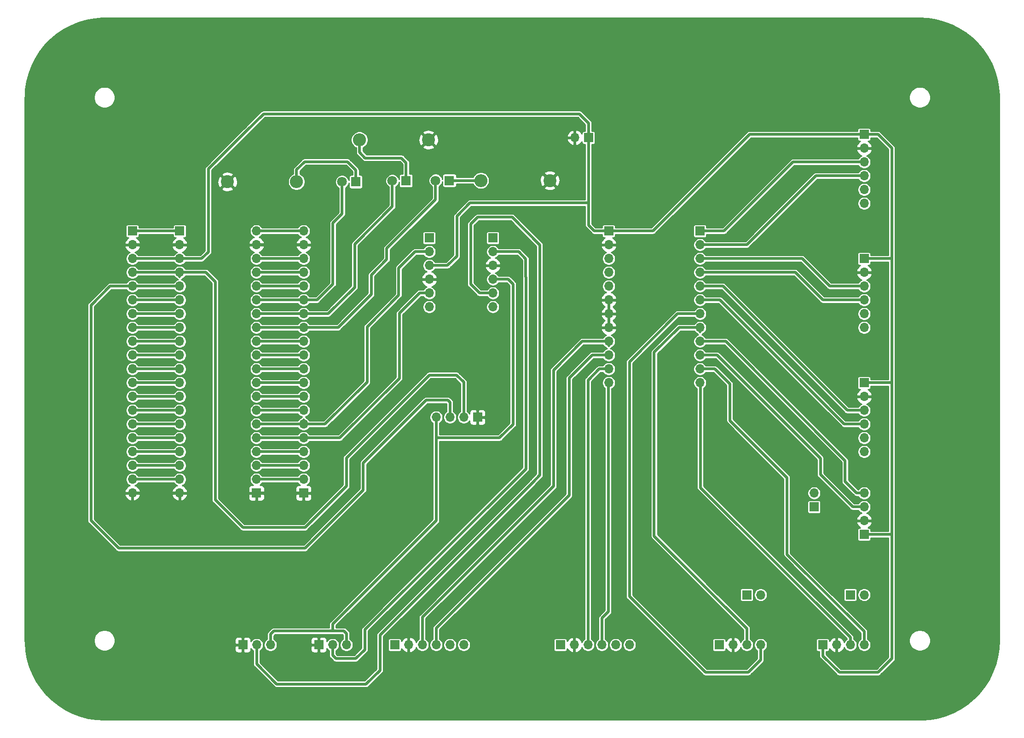
<source format=gbr>
%TF.GenerationSoftware,KiCad,Pcbnew,(5.1.9)-1*%
%TF.CreationDate,2021-08-06T10:22:58-05:00*%
%TF.ProjectId,prototipo_2,70726f74-6f74-4697-906f-5f322e6b6963,rev?*%
%TF.SameCoordinates,Original*%
%TF.FileFunction,Copper,L2,Bot*%
%TF.FilePolarity,Positive*%
%FSLAX46Y46*%
G04 Gerber Fmt 4.6, Leading zero omitted, Abs format (unit mm)*
G04 Created by KiCad (PCBNEW (5.1.9)-1) date 2021-08-06 10:22:58*
%MOMM*%
%LPD*%
G01*
G04 APERTURE LIST*
%TA.AperFunction,ComponentPad*%
%ADD10O,1.700000X1.700000*%
%TD*%
%TA.AperFunction,ComponentPad*%
%ADD11R,1.700000X1.700000*%
%TD*%
%TA.AperFunction,ComponentPad*%
%ADD12O,2.400000X2.400000*%
%TD*%
%TA.AperFunction,ComponentPad*%
%ADD13C,2.400000*%
%TD*%
%TA.AperFunction,ComponentPad*%
%ADD14C,1.800000*%
%TD*%
%TA.AperFunction,ComponentPad*%
%ADD15R,1.800000X1.800000*%
%TD*%
%TA.AperFunction,Conductor*%
%ADD16C,0.508000*%
%TD*%
%TA.AperFunction,Conductor*%
%ADD17C,0.254000*%
%TD*%
%TA.AperFunction,Conductor*%
%ADD18C,0.100000*%
%TD*%
G04 APERTURE END LIST*
D10*
%TO.P,IMU0,6*%
%TO.N,/FSYNC0*%
X138430000Y-146050000D03*
%TO.P,IMU0,5*%
%TO.N,/INT0*%
X135890000Y-146050000D03*
%TO.P,IMU0,4*%
%TO.N,/SC0*%
X133350000Y-146050000D03*
%TO.P,IMU0,3*%
%TO.N,/SD0*%
X130810000Y-146050000D03*
%TO.P,IMU0,2*%
%TO.N,GND*%
X128270000Y-146050000D03*
D11*
%TO.P,IMU0,1*%
%TO.N,+3V3*%
X125730000Y-146050000D03*
%TD*%
D10*
%TO.P,Mux_izq1,12*%
%TO.N,/SC1*%
X165100000Y-97790000D03*
%TO.P,Mux_izq1,11*%
%TO.N,/SD1*%
X165100000Y-95250000D03*
%TO.P,Mux_izq1,10*%
%TO.N,/SC0*%
X165100000Y-92710000D03*
%TO.P,Mux_izq1,9*%
%TO.N,/SD0*%
X165100000Y-90170000D03*
%TO.P,Mux_izq1,8*%
%TO.N,GND*%
X165100000Y-87630000D03*
%TO.P,Mux_izq1,7*%
X165100000Y-85090000D03*
%TO.P,Mux_izq1,6*%
X165100000Y-82550000D03*
%TO.P,Mux_izq1,5*%
%TO.N,/RST*%
X165100000Y-80010000D03*
%TO.P,Mux_izq1,4*%
%TO.N,/SCL*%
X165100000Y-77470000D03*
%TO.P,Mux_izq1,3*%
%TO.N,/SDA*%
X165100000Y-74930000D03*
%TO.P,Mux_izq1,2*%
%TO.N,GND*%
X165100000Y-72390000D03*
D11*
%TO.P,Mux_izq1,1*%
%TO.N,+3V3*%
X165100000Y-69850000D03*
%TD*%
D10*
%TO.P,ALIMENTACION1,2*%
%TO.N,GND*%
X158851600Y-52666900D03*
D11*
%TO.P,ALIMENTACION1,1*%
%TO.N,+3V3*%
X161391600Y-52666900D03*
%TD*%
D10*
%TO.P,Widora_izq1,20*%
%TO.N,GND*%
X86160000Y-118110000D03*
%TO.P,Widora_izq1,19*%
%TO.N,/SDA*%
X86160000Y-115570000D03*
%TO.P,Widora_izq1,18*%
%TO.N,/TXD0*%
X86160000Y-113030000D03*
%TO.P,Widora_izq1,17*%
%TO.N,/RXD0*%
X86160000Y-110490000D03*
%TO.P,Widora_izq1,16*%
%TO.N,/SCL*%
X86160000Y-107950000D03*
%TO.P,Widora_izq1,15*%
%TO.N,/IO19*%
X86160000Y-105410000D03*
%TO.P,Widora_izq1,14*%
%TO.N,/IO23*%
X86160000Y-102870000D03*
%TO.P,Widora_izq1,13*%
%TO.N,/IO18*%
X86160000Y-100330000D03*
%TO.P,Widora_izq1,12*%
%TO.N,/IO5*%
X86160000Y-97790000D03*
%TO.P,Widora_izq1,11*%
%TO.N,/SPID*%
X86160000Y-95250000D03*
%TO.P,Widora_izq1,10*%
%TO.N,/SPIQ*%
X86160000Y-92710000D03*
%TO.P,Widora_izq1,9*%
%TO.N,/CLK*%
X86160000Y-90170000D03*
%TO.P,Widora_izq1,8*%
%TO.N,/CS0*%
X86160000Y-87630000D03*
%TO.P,Widora_izq1,7*%
%TO.N,/WP*%
X86160000Y-85090000D03*
%TO.P,Widora_izq1,6*%
%TO.N,/HD*%
X86160000Y-82550000D03*
%TO.P,Widora_izq1,5*%
%TO.N,/TX2*%
X86160000Y-80010000D03*
%TO.P,Widora_izq1,4*%
%TO.N,/RX2*%
X86160000Y-77470000D03*
%TO.P,Widora_izq1,3*%
%TO.N,+3V3*%
X86160000Y-74930000D03*
%TO.P,Widora_izq1,2*%
%TO.N,GND*%
X86160000Y-72390000D03*
D11*
%TO.P,Widora_izq1,1*%
%TO.N,+3V3*%
X86160000Y-69850000D03*
%TD*%
D10*
%TO.P,Widora_der1,20*%
%TO.N,+5V*%
X108970000Y-69850000D03*
%TO.P,Widora_der1,19*%
%TO.N,GND*%
X108970000Y-72390000D03*
%TO.P,Widora_der1,18*%
%TO.N,/IO4*%
X108970000Y-74930000D03*
%TO.P,Widora_der1,17*%
%TO.N,/IO0*%
X108970000Y-77470000D03*
%TO.P,Widora_der1,16*%
%TO.N,/IO2*%
X108970000Y-80010000D03*
%TO.P,Widora_der1,15*%
%TO.N,/IO15*%
X108970000Y-82550000D03*
%TO.P,Widora_der1,14*%
%TO.N,/IO13*%
X108970000Y-85090000D03*
%TO.P,Widora_der1,13*%
%TO.N,/IO12*%
X108970000Y-87630000D03*
%TO.P,Widora_der1,12*%
%TO.N,/IO14*%
X108970000Y-90170000D03*
%TO.P,Widora_der1,11*%
%TO.N,/IO27*%
X108970000Y-92710000D03*
%TO.P,Widora_der1,10*%
%TO.N,/IO26*%
X108970000Y-95250000D03*
%TO.P,Widora_der1,9*%
%TO.N,/IO25*%
X108970000Y-97790000D03*
%TO.P,Widora_der1,8*%
%TO.N,/IO33*%
X108970000Y-100330000D03*
%TO.P,Widora_der1,7*%
%TO.N,/IO32*%
X108970000Y-102870000D03*
%TO.P,Widora_der1,6*%
%TO.N,/RXO1*%
X108970000Y-105410000D03*
%TO.P,Widora_der1,5*%
%TO.N,/RXO2*%
X108970000Y-107950000D03*
%TO.P,Widora_der1,4*%
%TO.N,/PU*%
X108970000Y-110490000D03*
%TO.P,Widora_der1,3*%
%TO.N,/VN*%
X108970000Y-113030000D03*
%TO.P,Widora_der1,2*%
%TO.N,/VP*%
X108970000Y-115570000D03*
D11*
%TO.P,Widora_der1,1*%
%TO.N,GND*%
X108970000Y-118110000D03*
%TD*%
D10*
%TO.P,Widora_aux_izq1,20*%
%TO.N,GND*%
X77470000Y-118110000D03*
%TO.P,Widora_aux_izq1,19*%
%TO.N,/SDA*%
X77470000Y-115570000D03*
%TO.P,Widora_aux_izq1,18*%
%TO.N,/TXD0*%
X77470000Y-113030000D03*
%TO.P,Widora_aux_izq1,17*%
%TO.N,/RXD0*%
X77470000Y-110490000D03*
%TO.P,Widora_aux_izq1,16*%
%TO.N,/SCL*%
X77470000Y-107950000D03*
%TO.P,Widora_aux_izq1,15*%
%TO.N,/IO19*%
X77470000Y-105410000D03*
%TO.P,Widora_aux_izq1,14*%
%TO.N,/IO23*%
X77470000Y-102870000D03*
%TO.P,Widora_aux_izq1,13*%
%TO.N,/IO18*%
X77470000Y-100330000D03*
%TO.P,Widora_aux_izq1,12*%
%TO.N,/IO5*%
X77470000Y-97790000D03*
%TO.P,Widora_aux_izq1,11*%
%TO.N,/SPID*%
X77470000Y-95250000D03*
%TO.P,Widora_aux_izq1,10*%
%TO.N,/SPIQ*%
X77470000Y-92710000D03*
%TO.P,Widora_aux_izq1,9*%
%TO.N,/CLK*%
X77470000Y-90170000D03*
%TO.P,Widora_aux_izq1,8*%
%TO.N,/CS0*%
X77470000Y-87630000D03*
%TO.P,Widora_aux_izq1,7*%
%TO.N,/WP*%
X77470000Y-85090000D03*
%TO.P,Widora_aux_izq1,6*%
%TO.N,/HD*%
X77470000Y-82550000D03*
%TO.P,Widora_aux_izq1,5*%
%TO.N,/TX2*%
X77470000Y-80010000D03*
%TO.P,Widora_aux_izq1,4*%
%TO.N,/RX2*%
X77470000Y-77470000D03*
%TO.P,Widora_aux_izq1,3*%
%TO.N,+3V3*%
X77470000Y-74930000D03*
%TO.P,Widora_aux_izq1,2*%
%TO.N,GND*%
X77470000Y-72390000D03*
D11*
%TO.P,Widora_aux_izq1,1*%
%TO.N,+3V3*%
X77470000Y-69850000D03*
%TD*%
D10*
%TO.P,Widora_aux_der1,20*%
%TO.N,+5V*%
X100280000Y-69850000D03*
%TO.P,Widora_aux_der1,19*%
%TO.N,GND*%
X100280000Y-72390000D03*
%TO.P,Widora_aux_der1,18*%
%TO.N,/IO4*%
X100280000Y-74930000D03*
%TO.P,Widora_aux_der1,17*%
%TO.N,/IO0*%
X100280000Y-77470000D03*
%TO.P,Widora_aux_der1,16*%
%TO.N,/IO2*%
X100280000Y-80010000D03*
%TO.P,Widora_aux_der1,15*%
%TO.N,/IO15*%
X100280000Y-82550000D03*
%TO.P,Widora_aux_der1,14*%
%TO.N,/IO13*%
X100280000Y-85090000D03*
%TO.P,Widora_aux_der1,13*%
%TO.N,/IO12*%
X100280000Y-87630000D03*
%TO.P,Widora_aux_der1,12*%
%TO.N,/IO14*%
X100280000Y-90170000D03*
%TO.P,Widora_aux_der1,11*%
%TO.N,/IO27*%
X100280000Y-92710000D03*
%TO.P,Widora_aux_der1,10*%
%TO.N,/IO26*%
X100280000Y-95250000D03*
%TO.P,Widora_aux_der1,9*%
%TO.N,/IO25*%
X100280000Y-97790000D03*
%TO.P,Widora_aux_der1,8*%
%TO.N,/IO33*%
X100280000Y-100330000D03*
%TO.P,Widora_aux_der1,7*%
%TO.N,/IO32*%
X100280000Y-102870000D03*
%TO.P,Widora_aux_der1,6*%
%TO.N,/RXO1*%
X100280000Y-105410000D03*
%TO.P,Widora_aux_der1,5*%
%TO.N,/RXO2*%
X100280000Y-107950000D03*
%TO.P,Widora_aux_der1,4*%
%TO.N,/PU*%
X100280000Y-110490000D03*
%TO.P,Widora_aux_der1,3*%
%TO.N,/VN*%
X100280000Y-113030000D03*
%TO.P,Widora_aux_der1,2*%
%TO.N,/VP*%
X100280000Y-115570000D03*
D11*
%TO.P,Widora_aux_der1,1*%
%TO.N,GND*%
X100280000Y-118110000D03*
%TD*%
D10*
%TO.P,Vel_traser1,3*%
%TO.N,+5V*%
X116840000Y-146050000D03*
%TO.P,Vel_traser1,2*%
%TO.N,/RXI2*%
X114300000Y-146050000D03*
D11*
%TO.P,Vel_traser1,1*%
%TO.N,GND*%
X111760000Y-146050000D03*
%TD*%
D10*
%TO.P,Vel_delant1,3*%
%TO.N,+5V*%
X102870000Y-146050000D03*
%TO.P,Vel_delant1,2*%
%TO.N,/RXI1*%
X100330000Y-146050000D03*
D11*
%TO.P,Vel_delant1,1*%
%TO.N,GND*%
X97790000Y-146050000D03*
%TD*%
D12*
%TO.P,R3,2*%
%TO.N,Net-(D3-Pad1)*%
X141566900Y-60553600D03*
D13*
%TO.P,R3,1*%
%TO.N,GND*%
X154266900Y-60553600D03*
%TD*%
D12*
%TO.P,R2,2*%
%TO.N,Net-(D2-Pad1)*%
X119240300Y-53060600D03*
D13*
%TO.P,R2,1*%
%TO.N,GND*%
X131940300Y-53060600D03*
%TD*%
D12*
%TO.P,R1,2*%
%TO.N,Net-(D1-Pad1)*%
X107657900Y-60782200D03*
D13*
%TO.P,R1,1*%
%TO.N,GND*%
X94957900Y-60782200D03*
%TD*%
D10*
%TO.P,Mux_der1,12*%
%TO.N,/SC7*%
X181880000Y-97790000D03*
%TO.P,Mux_der1,11*%
%TO.N,/SD7*%
X181880000Y-95250000D03*
%TO.P,Mux_der1,10*%
%TO.N,/SC6*%
X181880000Y-92710000D03*
%TO.P,Mux_der1,9*%
%TO.N,/SD6*%
X181880000Y-90170000D03*
%TO.P,Mux_der1,8*%
%TO.N,/SC5*%
X181880000Y-87630000D03*
%TO.P,Mux_der1,7*%
%TO.N,/SD5*%
X181880000Y-85090000D03*
%TO.P,Mux_der1,6*%
%TO.N,/SC4*%
X181880000Y-82550000D03*
%TO.P,Mux_der1,5*%
%TO.N,/SD4*%
X181880000Y-80010000D03*
%TO.P,Mux_der1,4*%
%TO.N,/SC3*%
X181880000Y-77470000D03*
%TO.P,Mux_der1,3*%
%TO.N,/SD3*%
X181880000Y-74930000D03*
%TO.P,Mux_der1,2*%
%TO.N,/SC2*%
X181880000Y-72390000D03*
D11*
%TO.P,Mux_der1,1*%
%TO.N,/SD2*%
X181880000Y-69850000D03*
%TD*%
D10*
%TO.P,Laser_amort_izq1,4*%
%TO.N,/SD5*%
X193040000Y-146050000D03*
%TO.P,Laser_amort_izq1,3*%
%TO.N,/SC5*%
X190500000Y-146050000D03*
%TO.P,Laser_amort_izq1,2*%
%TO.N,GND*%
X187960000Y-146050000D03*
D11*
%TO.P,Laser_amort_izq1,1*%
%TO.N,+3V3*%
X185420000Y-146050000D03*
%TD*%
D10*
%TO.P,Laser_amort_der1,4*%
%TO.N,/SD6*%
X212090000Y-118110000D03*
%TO.P,Laser_amort_der1,3*%
%TO.N,/SC6*%
X212090000Y-120650000D03*
%TO.P,Laser_amort_der1,2*%
%TO.N,GND*%
X212090000Y-123190000D03*
D11*
%TO.P,Laser_amort_der1,1*%
%TO.N,+3V3*%
X212090000Y-125730000D03*
%TD*%
D10*
%TO.P,Laser_amor_delant1,4*%
%TO.N,/SD7*%
X212090000Y-146050000D03*
%TO.P,Laser_amor_delant1,3*%
%TO.N,/SC7*%
X209550000Y-146050000D03*
%TO.P,Laser_amor_delant1,2*%
%TO.N,GND*%
X207010000Y-146050000D03*
D11*
%TO.P,Laser_amor_delant1,1*%
%TO.N,+3V3*%
X204470000Y-146050000D03*
%TD*%
D10*
%TO.P,J14,2*%
%TO.N,/X6*%
X202880000Y-118110000D03*
D11*
%TO.P,J14,1*%
%TO.N,/G6*%
X202880000Y-120650000D03*
%TD*%
D10*
%TO.P,J13,2*%
%TO.N,/X7*%
X193040000Y-136840000D03*
D11*
%TO.P,J13,1*%
%TO.N,/G7*%
X190500000Y-136840000D03*
%TD*%
D10*
%TO.P,J12,2*%
%TO.N,/X5*%
X212090000Y-136840000D03*
D11*
%TO.P,J12,1*%
%TO.N,/G5*%
X209550000Y-136840000D03*
%TD*%
D10*
%TO.P,IMU4,6*%
%TO.N,/FSYNC4*%
X212090000Y-110490000D03*
%TO.P,IMU4,5*%
%TO.N,/INT4*%
X212090000Y-107950000D03*
%TO.P,IMU4,4*%
%TO.N,/SC4*%
X212090000Y-105410000D03*
%TO.P,IMU4,3*%
%TO.N,/SD4*%
X212090000Y-102870000D03*
%TO.P,IMU4,2*%
%TO.N,GND*%
X212090000Y-100330000D03*
D11*
%TO.P,IMU4,1*%
%TO.N,+3V3*%
X212090000Y-97790000D03*
%TD*%
D10*
%TO.P,IMU3,6*%
%TO.N,/FSYNC3*%
X212090000Y-87630000D03*
%TO.P,IMU3,5*%
%TO.N,/INT3*%
X212090000Y-85090000D03*
%TO.P,IMU3,4*%
%TO.N,/SC3*%
X212090000Y-82550000D03*
%TO.P,IMU3,3*%
%TO.N,/SD3*%
X212090000Y-80010000D03*
%TO.P,IMU3,2*%
%TO.N,GND*%
X212090000Y-77470000D03*
D11*
%TO.P,IMU3,1*%
%TO.N,+3V3*%
X212090000Y-74930000D03*
%TD*%
D10*
%TO.P,IMU2,6*%
%TO.N,/FSYNC2*%
X212090000Y-64770000D03*
%TO.P,IMU2,5*%
%TO.N,/INT2*%
X212090000Y-62230000D03*
%TO.P,IMU2,4*%
%TO.N,/SC2*%
X212090000Y-59690000D03*
%TO.P,IMU2,3*%
%TO.N,/SD2*%
X212090000Y-57150000D03*
%TO.P,IMU2,2*%
%TO.N,GND*%
X212090000Y-54610000D03*
D11*
%TO.P,IMU2,1*%
%TO.N,+3V3*%
X212090000Y-52070000D03*
%TD*%
D10*
%TO.P,IMU1,6*%
%TO.N,/FSYNC1*%
X168910000Y-146050000D03*
%TO.P,IMU1,5*%
%TO.N,/INT1*%
X166370000Y-146050000D03*
%TO.P,IMU1,4*%
%TO.N,/SC1*%
X163830000Y-146050000D03*
%TO.P,IMU1,3*%
%TO.N,/SD1*%
X161290000Y-146050000D03*
%TO.P,IMU1,2*%
%TO.N,GND*%
X158750000Y-146050000D03*
D11*
%TO.P,IMU1,1*%
%TO.N,+3V3*%
X156210000Y-146050000D03*
%TD*%
%TO.P,GPS1,1*%
%TO.N,GND*%
X140970000Y-104140000D03*
D10*
%TO.P,GPS1,2*%
%TO.N,/RX2*%
X138430000Y-104140000D03*
%TO.P,GPS1,3*%
%TO.N,/TX2*%
X135890000Y-104140000D03*
%TO.P,GPS1,4*%
%TO.N,+5V*%
X133350000Y-104140000D03*
%TD*%
D14*
%TO.P,D3,2*%
%TO.N,/IO12*%
X133248400Y-60553600D03*
D15*
%TO.P,D3,1*%
%TO.N,Net-(D3-Pad1)*%
X135788400Y-60553600D03*
%TD*%
D14*
%TO.P,D2,2*%
%TO.N,/IO13*%
X125272800Y-60617100D03*
D15*
%TO.P,D2,1*%
%TO.N,Net-(D2-Pad1)*%
X127812800Y-60617100D03*
%TD*%
D14*
%TO.P,D1,2*%
%TO.N,/IO15*%
X116027200Y-60794900D03*
D15*
%TO.P,D1,1*%
%TO.N,Net-(D1-Pad1)*%
X118567200Y-60794900D03*
%TD*%
D10*
%TO.P,Conv_lvl_izq1,6*%
%TO.N,/TXI2*%
X132080000Y-83820000D03*
%TO.P,Conv_lvl_izq1,5*%
%TO.N,/RXO2*%
X132080000Y-81280000D03*
%TO.P,Conv_lvl_izq1,4*%
%TO.N,GND*%
X132080000Y-78740000D03*
%TO.P,Conv_lvl_izq1,3*%
%TO.N,+3V3*%
X132080000Y-76200000D03*
%TO.P,Conv_lvl_izq1,2*%
%TO.N,/RXO1*%
X132080000Y-73660000D03*
D11*
%TO.P,Conv_lvl_izq1,1*%
%TO.N,/TXI1*%
X132080000Y-71120000D03*
%TD*%
D10*
%TO.P,Conv_lvl_der1,6*%
%TO.N,/TXO1*%
X143780000Y-83820000D03*
%TO.P,Conv_lvl_der1,5*%
%TO.N,/RXI1*%
X143780000Y-81280000D03*
%TO.P,Conv_lvl_der1,4*%
%TO.N,+5V*%
X143780000Y-78740000D03*
%TO.P,Conv_lvl_der1,3*%
%TO.N,GND*%
X143780000Y-76200000D03*
%TO.P,Conv_lvl_der1,2*%
%TO.N,/RXI2*%
X143780000Y-73660000D03*
D11*
%TO.P,Conv_lvl_der1,1*%
%TO.N,/TXO2*%
X143780000Y-71120000D03*
%TD*%
D16*
%TO.N,Net-(D1-Pad1)*%
X117005100Y-57086500D02*
X118567200Y-58648600D01*
X109143800Y-57086500D02*
X117005100Y-57086500D01*
X107657900Y-58572400D02*
X109143800Y-57086500D01*
X118567200Y-58648600D02*
X118567200Y-60794900D01*
X107657900Y-60782200D02*
X107657900Y-58572400D01*
%TO.N,/IO15*%
X100530000Y-82550000D02*
X109220000Y-82550000D01*
X108970000Y-82550000D02*
X111429800Y-82550000D01*
X111429800Y-82550000D02*
X114350800Y-79629000D01*
X114350800Y-79629000D02*
X114350800Y-68389500D01*
X116027200Y-66713100D02*
X116027200Y-60794900D01*
X114350800Y-68389500D02*
X116027200Y-66713100D01*
%TO.N,/IO13*%
X100530000Y-85090000D02*
X109220000Y-85090000D01*
X108970000Y-85090000D02*
X113487200Y-85090000D01*
X113487200Y-85090000D02*
X118376700Y-80200500D01*
X118376700Y-80200500D02*
X118376700Y-72250300D01*
X125272800Y-65354200D02*
X125272800Y-60617100D01*
X118376700Y-72250300D02*
X125272800Y-65354200D01*
%TO.N,Net-(D2-Pad1)*%
X119240300Y-53060600D02*
X119240300Y-55359300D01*
X119240300Y-55359300D02*
X120294400Y-56413400D01*
X120294400Y-56413400D02*
X126974600Y-56413400D01*
X127812800Y-57251600D02*
X127812800Y-60617100D01*
X126974600Y-56413400D02*
X127812800Y-57251600D01*
%TO.N,Net-(D3-Pad1)*%
X141566900Y-60553600D02*
X135788400Y-60553600D01*
%TO.N,/IO12*%
X100530000Y-87630000D02*
X109220000Y-87630000D01*
X115316000Y-87630000D02*
X108970000Y-87630000D01*
X121437400Y-81508600D02*
X115316000Y-87630000D01*
X121437400Y-77927200D02*
X121437400Y-81508600D01*
X124256800Y-75107800D02*
X121437400Y-77927200D01*
X124256800Y-73063100D02*
X124256800Y-75107800D01*
X133248400Y-64071500D02*
X124256800Y-73063100D01*
X133248400Y-60553600D02*
X133248400Y-64071500D01*
%TO.N,/RXO1*%
X109220000Y-105410000D02*
X100530000Y-105410000D01*
X108970000Y-104609002D02*
X108970000Y-105410000D01*
X112915700Y-105410000D02*
X120650000Y-97675700D01*
X108970000Y-105410000D02*
X112915700Y-105410000D01*
X132080000Y-73660000D02*
X129476500Y-73660000D01*
X129476500Y-73660000D02*
X126466600Y-76669900D01*
X126466600Y-76669900D02*
X126466600Y-81661000D01*
X120650000Y-87477600D02*
X120650000Y-97675700D01*
X126466600Y-81661000D02*
X120650000Y-87477600D01*
%TO.N,+3V3*%
X86160000Y-69850000D02*
X77470000Y-69850000D01*
X77470000Y-74930000D02*
X86160000Y-74930000D01*
X165100000Y-69850000D02*
X173215300Y-69850000D01*
X190995300Y-52070000D02*
X212090000Y-52070000D01*
X173215300Y-69850000D02*
X190995300Y-52070000D01*
X161391600Y-49974500D02*
X161391600Y-52666900D01*
X159689800Y-48272700D02*
X161391600Y-49974500D01*
X98311701Y-51535599D02*
X98362501Y-51535599D01*
X101625400Y-48272700D02*
X159689800Y-48272700D01*
X91440000Y-58407300D02*
X98311701Y-51535599D01*
X91440000Y-73698100D02*
X91440000Y-58407300D01*
X90208100Y-74930000D02*
X91440000Y-73698100D01*
X98362501Y-51535599D02*
X101625400Y-48272700D01*
X86160000Y-74930000D02*
X90208100Y-74930000D01*
X217106500Y-97790000D02*
X217170000Y-97853500D01*
X212090000Y-97790000D02*
X217106500Y-97790000D01*
X217170000Y-123926600D02*
X217170000Y-97853500D01*
X214630000Y-151130000D02*
X217170000Y-148590000D01*
X207505300Y-151130000D02*
X214630000Y-151130000D01*
X204470000Y-148094700D02*
X207505300Y-151130000D01*
X204470000Y-146050000D02*
X204470000Y-148094700D01*
X217106500Y-125730000D02*
X217170000Y-125666500D01*
X212090000Y-125730000D02*
X217106500Y-125730000D01*
X217170000Y-125666500D02*
X217170000Y-123926600D01*
X217170000Y-148590000D02*
X217170000Y-125666500D01*
X217170000Y-77152500D02*
X217170000Y-97853500D01*
X214630000Y-52070000D02*
X217170000Y-54610000D01*
X212090000Y-52070000D02*
X214630000Y-52070000D01*
X217119200Y-74930000D02*
X217170000Y-74980800D01*
X212090000Y-74930000D02*
X217119200Y-74930000D01*
X217170000Y-74980800D02*
X217170000Y-77152500D01*
X217170000Y-54610000D02*
X217170000Y-74980800D01*
X162445700Y-69850000D02*
X165100000Y-69850000D01*
X161391600Y-68795900D02*
X162445700Y-69850000D01*
X139585700Y-64693800D02*
X161391600Y-64693800D01*
X137160000Y-67119500D02*
X139585700Y-64693800D01*
X137160000Y-74485500D02*
X137160000Y-67119500D01*
X135445500Y-76200000D02*
X137160000Y-74485500D01*
X132080000Y-76200000D02*
X135445500Y-76200000D01*
X161391600Y-64693800D02*
X161391600Y-68795900D01*
X161391600Y-52666900D02*
X161391600Y-64693800D01*
%TO.N,GND*%
X86160000Y-72390000D02*
X77470000Y-72390000D01*
X86160000Y-118110000D02*
X77470000Y-118110000D01*
X109220000Y-118110000D02*
X100530000Y-118110000D01*
X100530000Y-72390000D02*
X109220000Y-72390000D01*
%TO.N,/RXO2*%
X109220000Y-107950000D02*
X100530000Y-107950000D01*
X130289300Y-81280000D02*
X132080000Y-81280000D01*
X126580900Y-84988400D02*
X130289300Y-81280000D01*
X126580900Y-96989900D02*
X126580900Y-84988400D01*
X115620800Y-107950000D02*
X126580900Y-96989900D01*
X108970000Y-107950000D02*
X115620800Y-107950000D01*
%TO.N,/RXI1*%
X100330000Y-146050000D02*
X100330000Y-149593300D01*
X100330000Y-149593300D02*
X104025700Y-153289000D01*
X104025700Y-153289000D02*
X120459500Y-153289000D01*
X120459500Y-153289000D02*
X123012200Y-150736300D01*
X151130000Y-116128800D02*
X151130000Y-116090700D01*
X152412700Y-114808000D02*
X152412700Y-72402700D01*
X123012200Y-150736300D02*
X123012200Y-144246600D01*
X147320000Y-67310000D02*
X140970000Y-67310000D01*
X139700000Y-79667100D02*
X141312900Y-81280000D01*
X139700000Y-68580000D02*
X139700000Y-79667100D01*
X141312900Y-81280000D02*
X143780000Y-81280000D01*
X123012200Y-144246600D02*
X151130000Y-116128800D01*
X152412700Y-72402700D02*
X147320000Y-67310000D01*
X140970000Y-67310000D02*
X139700000Y-68580000D01*
X151130000Y-116090700D02*
X152412700Y-114808000D01*
%TO.N,+5V*%
X100530000Y-69850000D02*
X109220000Y-69850000D01*
X114300000Y-143510000D02*
X114300000Y-142240000D01*
X114300000Y-142240000D02*
X133350000Y-123190000D01*
X114300000Y-143510000D02*
X116395500Y-143510000D01*
X116840000Y-143954500D02*
X116840000Y-146050000D01*
X116395500Y-143510000D02*
X116840000Y-143954500D01*
X105410000Y-143510000D02*
X114300000Y-143510000D01*
X133350000Y-106172000D02*
X133350000Y-104140000D01*
X105410000Y-143510000D02*
X103466900Y-143510000D01*
X102870000Y-144106900D02*
X102870000Y-146050000D01*
X103466900Y-143510000D02*
X102870000Y-144106900D01*
X133350000Y-108000800D02*
X133350000Y-106172000D01*
X133350000Y-123190000D02*
X133350000Y-108000800D01*
X146596100Y-78740000D02*
X143780000Y-78740000D01*
X147510500Y-79654400D02*
X146596100Y-78740000D01*
X147510500Y-105448100D02*
X147510500Y-79654400D01*
X145008600Y-107950000D02*
X147510500Y-105448100D01*
X133400800Y-107950000D02*
X145008600Y-107950000D01*
X133350000Y-108000800D02*
X133400800Y-107950000D01*
%TO.N,/RXI2*%
X143780000Y-73660000D02*
X148513800Y-73660000D01*
X148513800Y-73660000D02*
X149834600Y-74980800D01*
X149834600Y-74980800D02*
X149834600Y-78308200D01*
X149834600Y-78308200D02*
X149860000Y-78333600D01*
X149860000Y-80048100D02*
X149860000Y-79740000D01*
X149860000Y-78333600D02*
X149860000Y-80048100D01*
X114300000Y-147993100D02*
X114300000Y-146050000D01*
X114896900Y-148590000D02*
X114300000Y-147993100D01*
X114896900Y-148590000D02*
X118567200Y-148590000D01*
X118567200Y-148590000D02*
X120243600Y-146913600D01*
X120243600Y-146913600D02*
X120243600Y-143256000D01*
X149860000Y-113639600D02*
X149860000Y-113626900D01*
X120243600Y-143256000D02*
X149860000Y-113639600D01*
X149860000Y-80048100D02*
X149860000Y-113626900D01*
%TO.N,/RX2*%
X77470000Y-77470000D02*
X86160000Y-77470000D01*
X86160000Y-78270998D02*
X86160000Y-77470000D01*
X109220000Y-124460000D02*
X116840000Y-116840000D01*
X97790000Y-124460000D02*
X109220000Y-124460000D01*
X92710000Y-119380000D02*
X97790000Y-124460000D01*
X92710000Y-79184500D02*
X92710000Y-119380000D01*
X90995500Y-77470000D02*
X92710000Y-79184500D01*
X86160000Y-77470000D02*
X90995500Y-77470000D01*
X138430000Y-104140000D02*
X138430000Y-97713800D01*
X138430000Y-97713800D02*
X137083800Y-96367600D01*
X137083800Y-96367600D02*
X132080000Y-96367600D01*
X116840000Y-111607600D02*
X116840000Y-116840000D01*
X132080000Y-96367600D02*
X116840000Y-111607600D01*
%TO.N,/TX2*%
X86160000Y-80010000D02*
X77470000Y-80010000D01*
X74930000Y-128270000D02*
X109220000Y-128270000D01*
X69850000Y-123190000D02*
X74930000Y-128270000D01*
X69850000Y-83515200D02*
X69850000Y-123190000D01*
X73355200Y-80010000D02*
X69850000Y-83515200D01*
X77470000Y-80010000D02*
X73355200Y-80010000D01*
X135890000Y-104140000D02*
X135890000Y-101409500D01*
X135890000Y-101409500D02*
X135496300Y-101015800D01*
X135496300Y-101015800D02*
X131508500Y-101015800D01*
X131508500Y-101015800D02*
X119951500Y-112572800D01*
X119951500Y-117538500D02*
X109220000Y-128270000D01*
X119951500Y-112572800D02*
X119951500Y-117538500D01*
%TO.N,/SDA*%
X86160000Y-115570000D02*
X77470000Y-115570000D01*
%TO.N,/TXD0*%
X86160000Y-113030000D02*
X77470000Y-113030000D01*
%TO.N,/RXD0*%
X86160000Y-110490000D02*
X77470000Y-110490000D01*
%TO.N,/SCL*%
X86160000Y-107950000D02*
X77470000Y-107950000D01*
%TO.N,/IO19*%
X86160000Y-105410000D02*
X77470000Y-105410000D01*
%TO.N,/IO23*%
X86160000Y-102870000D02*
X77470000Y-102870000D01*
%TO.N,/IO18*%
X86160000Y-100330000D02*
X77470000Y-100330000D01*
%TO.N,/IO5*%
X86160000Y-97790000D02*
X77470000Y-97790000D01*
%TO.N,/SPID*%
X77470000Y-95250000D02*
X86160000Y-95250000D01*
%TO.N,/SPIQ*%
X86160000Y-92710000D02*
X77470000Y-92710000D01*
%TO.N,/CLK*%
X86160000Y-90170000D02*
X77470000Y-90170000D01*
%TO.N,/CS0*%
X86160000Y-87630000D02*
X77470000Y-87630000D01*
%TO.N,/WP*%
X86160000Y-85090000D02*
X77470000Y-85090000D01*
%TO.N,/HD*%
X86160000Y-82550000D02*
X77470000Y-82550000D01*
%TO.N,/VP*%
X109220000Y-115570000D02*
X100530000Y-115570000D01*
%TO.N,/VN*%
X109220000Y-113030000D02*
X100530000Y-113030000D01*
%TO.N,/PU*%
X109220000Y-110490000D02*
X100530000Y-110490000D01*
%TO.N,/IO32*%
X100530000Y-102870000D02*
X109220000Y-102870000D01*
%TO.N,/IO33*%
X100530000Y-100330000D02*
X109220000Y-100330000D01*
%TO.N,/IO25*%
X100530000Y-97790000D02*
X109220000Y-97790000D01*
%TO.N,/IO26*%
X100530000Y-95250000D02*
X109220000Y-95250000D01*
%TO.N,/IO27*%
X100530000Y-92710000D02*
X109220000Y-92710000D01*
%TO.N,/IO14*%
X109220000Y-90170000D02*
X100530000Y-90170000D01*
%TO.N,/IO2*%
X100530000Y-80010000D02*
X109220000Y-80010000D01*
%TO.N,/IO0*%
X100530000Y-77470000D02*
X109220000Y-77470000D01*
%TO.N,/IO4*%
X100530000Y-74930000D02*
X109220000Y-74930000D01*
%TO.N,/SD0*%
X165100000Y-90970998D02*
X165100000Y-90170000D01*
X160248600Y-90170000D02*
X165100000Y-90170000D01*
X154940000Y-95478600D02*
X160248600Y-90170000D01*
X154940000Y-116840000D02*
X154940000Y-95478600D01*
X130810000Y-140970000D02*
X154940000Y-116840000D01*
X130810000Y-146050000D02*
X130810000Y-140970000D01*
%TO.N,/SC0*%
X133350000Y-142963900D02*
X133350000Y-146050000D01*
X157810200Y-118503700D02*
X133350000Y-142963900D01*
X157810200Y-96939100D02*
X157810200Y-118503700D01*
X162039300Y-92710000D02*
X157810200Y-96939100D01*
X165100000Y-92710000D02*
X162039300Y-92710000D01*
%TO.N,/SD1*%
X165100000Y-95250000D02*
X163347400Y-95250000D01*
X161290000Y-97307400D02*
X161290000Y-146050000D01*
X163347400Y-95250000D02*
X161290000Y-97307400D01*
%TO.N,/SC1*%
X163830000Y-141135100D02*
X163830000Y-146050000D01*
X165023800Y-139941300D02*
X163830000Y-141135100D01*
X165023800Y-97866200D02*
X165100000Y-97790000D01*
X165023800Y-139941300D02*
X165023800Y-97866200D01*
%TO.N,/SD5*%
X193040000Y-148833840D02*
X193040000Y-146050000D01*
X190743840Y-151130000D02*
X193040000Y-148833840D01*
X168910000Y-137160000D02*
X182880000Y-151130000D01*
X168910000Y-93936820D02*
X168910000Y-137160000D01*
X182880000Y-151130000D02*
X190743840Y-151130000D01*
X177756820Y-85090000D02*
X168910000Y-93936820D01*
X181880000Y-85090000D02*
X177756820Y-85090000D01*
%TO.N,/SC5*%
X181880000Y-88430998D02*
X181880000Y-87630000D01*
X190500000Y-143040100D02*
X190500000Y-146050000D01*
X173464220Y-126004320D02*
X190500000Y-143040100D01*
X178038760Y-87630000D02*
X173464220Y-92204540D01*
X173464220Y-92204540D02*
X173464220Y-126004320D01*
X181880000Y-87630000D02*
X178038760Y-87630000D01*
%TO.N,/SC6*%
X184391300Y-92710000D02*
X181880000Y-92710000D01*
X184391300Y-92710000D02*
X185026300Y-92710000D01*
X185026300Y-92710000D02*
X204038200Y-111721900D01*
X212090000Y-120650000D02*
X209969100Y-120650000D01*
X204038200Y-114719100D02*
X204038200Y-111721900D01*
X209969100Y-120650000D02*
X204038200Y-114719100D01*
%TO.N,/SD6*%
X186613800Y-90170000D02*
X181880000Y-90170000D01*
X208597500Y-112153700D02*
X186613800Y-90170000D01*
X208597500Y-115989100D02*
X208597500Y-112153700D01*
X210718400Y-118110000D02*
X208597500Y-115989100D01*
X212090000Y-118110000D02*
X210718400Y-118110000D01*
%TO.N,/SD7*%
X197891400Y-129400300D02*
X212090000Y-143598900D01*
X197891400Y-115252500D02*
X197891400Y-129400300D01*
X212090000Y-143598900D02*
X212090000Y-146050000D01*
X187388500Y-104749600D02*
X197891400Y-115252500D01*
X187388500Y-98044000D02*
X187388500Y-104749600D01*
X184594500Y-95250000D02*
X187388500Y-98044000D01*
X181880000Y-95250000D02*
X184594500Y-95250000D01*
%TO.N,/SC7*%
X181965600Y-97748600D02*
X181965600Y-115646200D01*
X209550000Y-146050000D02*
X209550000Y-144691100D01*
X181965600Y-117106700D02*
X181965600Y-115646200D01*
X209550000Y-144691100D02*
X181965600Y-117106700D01*
%TO.N,/SC4*%
X181880000Y-82550000D02*
X185547000Y-82550000D01*
X208407000Y-105410000D02*
X212090000Y-105410000D01*
X185547000Y-82550000D02*
X208407000Y-105410000D01*
%TO.N,/SD4*%
X212090000Y-102870000D02*
X208965800Y-102870000D01*
X186105800Y-80010000D02*
X181880000Y-80010000D01*
X208965800Y-102870000D02*
X186105800Y-80010000D01*
%TO.N,/SC3*%
X199390000Y-77470000D02*
X181880000Y-77470000D01*
X204470000Y-82550000D02*
X199390000Y-77470000D01*
X212090000Y-82550000D02*
X204470000Y-82550000D01*
%TO.N,/SD3*%
X212090000Y-80010000D02*
X205740000Y-80010000D01*
X200660000Y-74930000D02*
X181880000Y-74930000D01*
X205740000Y-80010000D02*
X200660000Y-74930000D01*
%TO.N,/SC2*%
X212090000Y-59690000D02*
X203200000Y-59690000D01*
X203200000Y-59690000D02*
X190500000Y-72390000D01*
X190500000Y-72390000D02*
X181880000Y-72390000D01*
%TO.N,/SD2*%
X212090000Y-57150000D02*
X203200000Y-57150000D01*
X181880000Y-69850000D02*
X186321700Y-69850000D01*
X199021700Y-57150000D02*
X203200000Y-57150000D01*
X186321700Y-69850000D02*
X199021700Y-57150000D01*
%TD*%
D17*
%TO.N,GND*%
X223820103Y-30733843D02*
X225304299Y-30964935D01*
X226756901Y-31347374D01*
X228162479Y-31877096D01*
X229506165Y-32548499D01*
X230773722Y-33354467D01*
X231951708Y-34286455D01*
X233027660Y-35334601D01*
X233990167Y-36487791D01*
X234829040Y-37733815D01*
X235535383Y-39059462D01*
X236101722Y-40450702D01*
X236522047Y-41892773D01*
X236791915Y-43370429D01*
X236909067Y-44875775D01*
X236914000Y-45252641D01*
X236914001Y-145239526D01*
X236836157Y-146750103D01*
X236605065Y-148234299D01*
X236222629Y-149686892D01*
X235692905Y-151092476D01*
X235021504Y-152436159D01*
X234215536Y-153703717D01*
X233283545Y-154881708D01*
X232235395Y-155957664D01*
X231082209Y-156920167D01*
X229836185Y-157759040D01*
X228510538Y-158465383D01*
X227119304Y-159031720D01*
X225677227Y-159452047D01*
X224199572Y-159721914D01*
X222694225Y-159839067D01*
X222317360Y-159844000D01*
X72330455Y-159844000D01*
X70819897Y-159766157D01*
X69335701Y-159535065D01*
X67883108Y-159152629D01*
X66477524Y-158622905D01*
X65133841Y-157951504D01*
X63866283Y-157145536D01*
X62688292Y-156213545D01*
X61612336Y-155165395D01*
X60649833Y-154012209D01*
X59810960Y-152766185D01*
X59104617Y-151440538D01*
X58538280Y-150049304D01*
X58117953Y-148607227D01*
X57848086Y-147129572D01*
X57730933Y-145624225D01*
X57726000Y-145247360D01*
X57726000Y-145056318D01*
X70353515Y-145056318D01*
X70353515Y-145443682D01*
X70429086Y-145823603D01*
X70577324Y-146181480D01*
X70792531Y-146503561D01*
X71066439Y-146777469D01*
X71388520Y-146992676D01*
X71746397Y-147140914D01*
X72126318Y-147216485D01*
X72513682Y-147216485D01*
X72893603Y-147140914D01*
X73251480Y-146992676D01*
X73390179Y-146900000D01*
X96301928Y-146900000D01*
X96314188Y-147024482D01*
X96350498Y-147144180D01*
X96409463Y-147254494D01*
X96488815Y-147351185D01*
X96585506Y-147430537D01*
X96695820Y-147489502D01*
X96815518Y-147525812D01*
X96940000Y-147538072D01*
X97504250Y-147535000D01*
X97663000Y-147376250D01*
X97663000Y-146177000D01*
X96463750Y-146177000D01*
X96305000Y-146335750D01*
X96301928Y-146900000D01*
X73390179Y-146900000D01*
X73573561Y-146777469D01*
X73847469Y-146503561D01*
X74062676Y-146181480D01*
X74210914Y-145823603D01*
X74286485Y-145443682D01*
X74286485Y-145200000D01*
X96301928Y-145200000D01*
X96305000Y-145764250D01*
X96463750Y-145923000D01*
X97663000Y-145923000D01*
X97663000Y-144723750D01*
X97917000Y-144723750D01*
X97917000Y-145923000D01*
X97937000Y-145923000D01*
X97937000Y-146177000D01*
X97917000Y-146177000D01*
X97917000Y-147376250D01*
X98075750Y-147535000D01*
X98640000Y-147538072D01*
X98764482Y-147525812D01*
X98884180Y-147489502D01*
X98994494Y-147430537D01*
X99091185Y-147351185D01*
X99170537Y-147254494D01*
X99229502Y-147144180D01*
X99265812Y-147024482D01*
X99278072Y-146900000D01*
X99276927Y-146689706D01*
X99373820Y-146834717D01*
X99545283Y-147006180D01*
X99695000Y-147106218D01*
X99695001Y-149562109D01*
X99691929Y-149593300D01*
X99704189Y-149717781D01*
X99740498Y-149837479D01*
X99799463Y-149947793D01*
X99799464Y-149947794D01*
X99878816Y-150044485D01*
X99903046Y-150064370D01*
X103554630Y-153715955D01*
X103574515Y-153740185D01*
X103671206Y-153819537D01*
X103781520Y-153878502D01*
X103901218Y-153914812D01*
X103994508Y-153924000D01*
X103994518Y-153924000D01*
X104025699Y-153927071D01*
X104056880Y-153924000D01*
X120428319Y-153924000D01*
X120459500Y-153927071D01*
X120490681Y-153924000D01*
X120490692Y-153924000D01*
X120583982Y-153914812D01*
X120703680Y-153878502D01*
X120813994Y-153819537D01*
X120910685Y-153740185D01*
X120930574Y-153715950D01*
X123439156Y-151207369D01*
X123463385Y-151187485D01*
X123510562Y-151130000D01*
X123542738Y-151090794D01*
X123601702Y-150980480D01*
X123616908Y-150930351D01*
X123638012Y-150860782D01*
X123647200Y-150767492D01*
X123647200Y-150767481D01*
X123650271Y-150736300D01*
X123647200Y-150705119D01*
X123647200Y-145200000D01*
X124497157Y-145200000D01*
X124497157Y-146900000D01*
X124504513Y-146974689D01*
X124526299Y-147046508D01*
X124561678Y-147112696D01*
X124609289Y-147170711D01*
X124667304Y-147218322D01*
X124733492Y-147253701D01*
X124805311Y-147275487D01*
X124880000Y-147282843D01*
X126580000Y-147282843D01*
X126654689Y-147275487D01*
X126726508Y-147253701D01*
X126792696Y-147218322D01*
X126850711Y-147170711D01*
X126898322Y-147112696D01*
X126933701Y-147046508D01*
X126955487Y-146974689D01*
X126962843Y-146900000D01*
X126962843Y-146743367D01*
X127074822Y-146931355D01*
X127269731Y-147147588D01*
X127503080Y-147321641D01*
X127765901Y-147446825D01*
X127913110Y-147491476D01*
X128143000Y-147370155D01*
X128143000Y-146177000D01*
X128123000Y-146177000D01*
X128123000Y-145923000D01*
X128143000Y-145923000D01*
X128143000Y-144729845D01*
X128397000Y-144729845D01*
X128397000Y-145923000D01*
X128417000Y-145923000D01*
X128417000Y-146177000D01*
X128397000Y-146177000D01*
X128397000Y-147370155D01*
X128626890Y-147491476D01*
X128774099Y-147446825D01*
X129036920Y-147321641D01*
X129270269Y-147147588D01*
X129465178Y-146931355D01*
X129614157Y-146681252D01*
X129671772Y-146518832D01*
X129719102Y-146633097D01*
X129853820Y-146834717D01*
X130025283Y-147006180D01*
X130226903Y-147140898D01*
X130450931Y-147233693D01*
X130688757Y-147281000D01*
X130931243Y-147281000D01*
X131169069Y-147233693D01*
X131393097Y-147140898D01*
X131594717Y-147006180D01*
X131766180Y-146834717D01*
X131900898Y-146633097D01*
X131993693Y-146409069D01*
X132041000Y-146171243D01*
X132041000Y-145928757D01*
X131993693Y-145690931D01*
X131900898Y-145466903D01*
X131766180Y-145265283D01*
X131594717Y-145093820D01*
X131445000Y-144993782D01*
X131445000Y-141233024D01*
X155366956Y-117311069D01*
X155391185Y-117291185D01*
X155440429Y-117231181D01*
X155470537Y-117194495D01*
X155529502Y-117084180D01*
X155549243Y-117019102D01*
X155565812Y-116964482D01*
X155575000Y-116871192D01*
X155575000Y-116871182D01*
X155578071Y-116840001D01*
X155575000Y-116808815D01*
X155575000Y-95741624D01*
X160511625Y-90805000D01*
X164043782Y-90805000D01*
X164143820Y-90954717D01*
X164315283Y-91126180D01*
X164516903Y-91260898D01*
X164540065Y-91270492D01*
X164569463Y-91325491D01*
X164648815Y-91422183D01*
X164745506Y-91501535D01*
X164778041Y-91518925D01*
X164740931Y-91526307D01*
X164516903Y-91619102D01*
X164315283Y-91753820D01*
X164143820Y-91925283D01*
X164043782Y-92075000D01*
X162070489Y-92075000D01*
X162039300Y-92071928D01*
X162008111Y-92075000D01*
X162008108Y-92075000D01*
X161914818Y-92084188D01*
X161795120Y-92120498D01*
X161684806Y-92179462D01*
X161612343Y-92238931D01*
X161612339Y-92238935D01*
X161588115Y-92258815D01*
X161568235Y-92283039D01*
X157383250Y-96468026D01*
X157359015Y-96487915D01*
X157279663Y-96584607D01*
X157220698Y-96694921D01*
X157184388Y-96814619D01*
X157175200Y-96907909D01*
X157175200Y-96907919D01*
X157172129Y-96939100D01*
X157175200Y-96970281D01*
X157175201Y-118240673D01*
X132923050Y-142492826D01*
X132898815Y-142512715D01*
X132819463Y-142609407D01*
X132760498Y-142719721D01*
X132724188Y-142839419D01*
X132715000Y-142932709D01*
X132715000Y-142932719D01*
X132711929Y-142963900D01*
X132715000Y-142995081D01*
X132715001Y-144993782D01*
X132565283Y-145093820D01*
X132393820Y-145265283D01*
X132259102Y-145466903D01*
X132166307Y-145690931D01*
X132119000Y-145928757D01*
X132119000Y-146171243D01*
X132166307Y-146409069D01*
X132259102Y-146633097D01*
X132393820Y-146834717D01*
X132565283Y-147006180D01*
X132766903Y-147140898D01*
X132990931Y-147233693D01*
X133228757Y-147281000D01*
X133471243Y-147281000D01*
X133709069Y-147233693D01*
X133933097Y-147140898D01*
X134134717Y-147006180D01*
X134306180Y-146834717D01*
X134440898Y-146633097D01*
X134533693Y-146409069D01*
X134581000Y-146171243D01*
X134581000Y-145928757D01*
X134659000Y-145928757D01*
X134659000Y-146171243D01*
X134706307Y-146409069D01*
X134799102Y-146633097D01*
X134933820Y-146834717D01*
X135105283Y-147006180D01*
X135306903Y-147140898D01*
X135530931Y-147233693D01*
X135768757Y-147281000D01*
X136011243Y-147281000D01*
X136249069Y-147233693D01*
X136473097Y-147140898D01*
X136674717Y-147006180D01*
X136846180Y-146834717D01*
X136980898Y-146633097D01*
X137073693Y-146409069D01*
X137121000Y-146171243D01*
X137121000Y-145928757D01*
X137199000Y-145928757D01*
X137199000Y-146171243D01*
X137246307Y-146409069D01*
X137339102Y-146633097D01*
X137473820Y-146834717D01*
X137645283Y-147006180D01*
X137846903Y-147140898D01*
X138070931Y-147233693D01*
X138308757Y-147281000D01*
X138551243Y-147281000D01*
X138789069Y-147233693D01*
X139013097Y-147140898D01*
X139214717Y-147006180D01*
X139386180Y-146834717D01*
X139520898Y-146633097D01*
X139613693Y-146409069D01*
X139661000Y-146171243D01*
X139661000Y-145928757D01*
X139613693Y-145690931D01*
X139520898Y-145466903D01*
X139386180Y-145265283D01*
X139320897Y-145200000D01*
X154977157Y-145200000D01*
X154977157Y-146900000D01*
X154984513Y-146974689D01*
X155006299Y-147046508D01*
X155041678Y-147112696D01*
X155089289Y-147170711D01*
X155147304Y-147218322D01*
X155213492Y-147253701D01*
X155285311Y-147275487D01*
X155360000Y-147282843D01*
X157060000Y-147282843D01*
X157134689Y-147275487D01*
X157206508Y-147253701D01*
X157272696Y-147218322D01*
X157330711Y-147170711D01*
X157378322Y-147112696D01*
X157413701Y-147046508D01*
X157435487Y-146974689D01*
X157442843Y-146900000D01*
X157442843Y-146743367D01*
X157554822Y-146931355D01*
X157749731Y-147147588D01*
X157983080Y-147321641D01*
X158245901Y-147446825D01*
X158393110Y-147491476D01*
X158623000Y-147370155D01*
X158623000Y-146177000D01*
X158603000Y-146177000D01*
X158603000Y-145923000D01*
X158623000Y-145923000D01*
X158623000Y-144729845D01*
X158877000Y-144729845D01*
X158877000Y-145923000D01*
X158897000Y-145923000D01*
X158897000Y-146177000D01*
X158877000Y-146177000D01*
X158877000Y-147370155D01*
X159106890Y-147491476D01*
X159254099Y-147446825D01*
X159516920Y-147321641D01*
X159750269Y-147147588D01*
X159945178Y-146931355D01*
X160094157Y-146681252D01*
X160151772Y-146518832D01*
X160199102Y-146633097D01*
X160333820Y-146834717D01*
X160505283Y-147006180D01*
X160706903Y-147140898D01*
X160930931Y-147233693D01*
X161168757Y-147281000D01*
X161411243Y-147281000D01*
X161649069Y-147233693D01*
X161873097Y-147140898D01*
X162074717Y-147006180D01*
X162246180Y-146834717D01*
X162380898Y-146633097D01*
X162473693Y-146409069D01*
X162521000Y-146171243D01*
X162521000Y-145928757D01*
X162599000Y-145928757D01*
X162599000Y-146171243D01*
X162646307Y-146409069D01*
X162739102Y-146633097D01*
X162873820Y-146834717D01*
X163045283Y-147006180D01*
X163246903Y-147140898D01*
X163470931Y-147233693D01*
X163708757Y-147281000D01*
X163951243Y-147281000D01*
X164189069Y-147233693D01*
X164413097Y-147140898D01*
X164614717Y-147006180D01*
X164786180Y-146834717D01*
X164920898Y-146633097D01*
X165013693Y-146409069D01*
X165061000Y-146171243D01*
X165061000Y-145928757D01*
X165139000Y-145928757D01*
X165139000Y-146171243D01*
X165186307Y-146409069D01*
X165279102Y-146633097D01*
X165413820Y-146834717D01*
X165585283Y-147006180D01*
X165786903Y-147140898D01*
X166010931Y-147233693D01*
X166248757Y-147281000D01*
X166491243Y-147281000D01*
X166729069Y-147233693D01*
X166953097Y-147140898D01*
X167154717Y-147006180D01*
X167326180Y-146834717D01*
X167460898Y-146633097D01*
X167553693Y-146409069D01*
X167601000Y-146171243D01*
X167601000Y-145928757D01*
X167679000Y-145928757D01*
X167679000Y-146171243D01*
X167726307Y-146409069D01*
X167819102Y-146633097D01*
X167953820Y-146834717D01*
X168125283Y-147006180D01*
X168326903Y-147140898D01*
X168550931Y-147233693D01*
X168788757Y-147281000D01*
X169031243Y-147281000D01*
X169269069Y-147233693D01*
X169493097Y-147140898D01*
X169694717Y-147006180D01*
X169866180Y-146834717D01*
X170000898Y-146633097D01*
X170093693Y-146409069D01*
X170141000Y-146171243D01*
X170141000Y-145928757D01*
X170093693Y-145690931D01*
X170000898Y-145466903D01*
X169866180Y-145265283D01*
X169694717Y-145093820D01*
X169493097Y-144959102D01*
X169269069Y-144866307D01*
X169031243Y-144819000D01*
X168788757Y-144819000D01*
X168550931Y-144866307D01*
X168326903Y-144959102D01*
X168125283Y-145093820D01*
X167953820Y-145265283D01*
X167819102Y-145466903D01*
X167726307Y-145690931D01*
X167679000Y-145928757D01*
X167601000Y-145928757D01*
X167553693Y-145690931D01*
X167460898Y-145466903D01*
X167326180Y-145265283D01*
X167154717Y-145093820D01*
X166953097Y-144959102D01*
X166729069Y-144866307D01*
X166491243Y-144819000D01*
X166248757Y-144819000D01*
X166010931Y-144866307D01*
X165786903Y-144959102D01*
X165585283Y-145093820D01*
X165413820Y-145265283D01*
X165279102Y-145466903D01*
X165186307Y-145690931D01*
X165139000Y-145928757D01*
X165061000Y-145928757D01*
X165013693Y-145690931D01*
X164920898Y-145466903D01*
X164786180Y-145265283D01*
X164614717Y-145093820D01*
X164465000Y-144993782D01*
X164465000Y-141398124D01*
X165450756Y-140412369D01*
X165474985Y-140392485D01*
X165554337Y-140295794D01*
X165613302Y-140185480D01*
X165649612Y-140065782D01*
X165658800Y-139972492D01*
X165658800Y-139972482D01*
X165661871Y-139941301D01*
X165658800Y-139910120D01*
X165658800Y-98890962D01*
X165683097Y-98880898D01*
X165884717Y-98746180D01*
X166056180Y-98574717D01*
X166190898Y-98373097D01*
X166283693Y-98149069D01*
X166331000Y-97911243D01*
X166331000Y-97668757D01*
X166283693Y-97430931D01*
X166190898Y-97206903D01*
X166056180Y-97005283D01*
X165884717Y-96833820D01*
X165683097Y-96699102D01*
X165459069Y-96606307D01*
X165221243Y-96559000D01*
X164978757Y-96559000D01*
X164740931Y-96606307D01*
X164516903Y-96699102D01*
X164315283Y-96833820D01*
X164143820Y-97005283D01*
X164009102Y-97206903D01*
X163916307Y-97430931D01*
X163869000Y-97668757D01*
X163869000Y-97911243D01*
X163916307Y-98149069D01*
X164009102Y-98373097D01*
X164143820Y-98574717D01*
X164315283Y-98746180D01*
X164388801Y-98795303D01*
X164388800Y-139678275D01*
X163403050Y-140664026D01*
X163378815Y-140683915D01*
X163299463Y-140780607D01*
X163240498Y-140890921D01*
X163204188Y-141010619D01*
X163195000Y-141103909D01*
X163195000Y-141103919D01*
X163191929Y-141135100D01*
X163195000Y-141166281D01*
X163195001Y-144993782D01*
X163045283Y-145093820D01*
X162873820Y-145265283D01*
X162739102Y-145466903D01*
X162646307Y-145690931D01*
X162599000Y-145928757D01*
X162521000Y-145928757D01*
X162473693Y-145690931D01*
X162380898Y-145466903D01*
X162246180Y-145265283D01*
X162074717Y-145093820D01*
X161925000Y-144993782D01*
X161925000Y-97570424D01*
X163610425Y-95885000D01*
X164043782Y-95885000D01*
X164143820Y-96034717D01*
X164315283Y-96206180D01*
X164516903Y-96340898D01*
X164740931Y-96433693D01*
X164978757Y-96481000D01*
X165221243Y-96481000D01*
X165459069Y-96433693D01*
X165683097Y-96340898D01*
X165884717Y-96206180D01*
X166056180Y-96034717D01*
X166190898Y-95833097D01*
X166283693Y-95609069D01*
X166331000Y-95371243D01*
X166331000Y-95128757D01*
X166283693Y-94890931D01*
X166190898Y-94666903D01*
X166056180Y-94465283D01*
X165884717Y-94293820D01*
X165683097Y-94159102D01*
X165459069Y-94066307D01*
X165221243Y-94019000D01*
X164978757Y-94019000D01*
X164740931Y-94066307D01*
X164516903Y-94159102D01*
X164315283Y-94293820D01*
X164143820Y-94465283D01*
X164043782Y-94615000D01*
X163378581Y-94615000D01*
X163347400Y-94611929D01*
X163316219Y-94615000D01*
X163316208Y-94615000D01*
X163222918Y-94624188D01*
X163103220Y-94660498D01*
X162992906Y-94719463D01*
X162896215Y-94798815D01*
X162876330Y-94823045D01*
X160863050Y-96836326D01*
X160838815Y-96856215D01*
X160759463Y-96952907D01*
X160700498Y-97063221D01*
X160664188Y-97182919D01*
X160655000Y-97276209D01*
X160655000Y-97276219D01*
X160651929Y-97307400D01*
X160655000Y-97338581D01*
X160655001Y-144993782D01*
X160505283Y-145093820D01*
X160333820Y-145265283D01*
X160199102Y-145466903D01*
X160151772Y-145581168D01*
X160094157Y-145418748D01*
X159945178Y-145168645D01*
X159750269Y-144952412D01*
X159516920Y-144778359D01*
X159254099Y-144653175D01*
X159106890Y-144608524D01*
X158877000Y-144729845D01*
X158623000Y-144729845D01*
X158393110Y-144608524D01*
X158245901Y-144653175D01*
X157983080Y-144778359D01*
X157749731Y-144952412D01*
X157554822Y-145168645D01*
X157442843Y-145356633D01*
X157442843Y-145200000D01*
X157435487Y-145125311D01*
X157413701Y-145053492D01*
X157378322Y-144987304D01*
X157330711Y-144929289D01*
X157272696Y-144881678D01*
X157206508Y-144846299D01*
X157134689Y-144824513D01*
X157060000Y-144817157D01*
X155360000Y-144817157D01*
X155285311Y-144824513D01*
X155213492Y-144846299D01*
X155147304Y-144881678D01*
X155089289Y-144929289D01*
X155041678Y-144987304D01*
X155006299Y-145053492D01*
X154984513Y-145125311D01*
X154977157Y-145200000D01*
X139320897Y-145200000D01*
X139214717Y-145093820D01*
X139013097Y-144959102D01*
X138789069Y-144866307D01*
X138551243Y-144819000D01*
X138308757Y-144819000D01*
X138070931Y-144866307D01*
X137846903Y-144959102D01*
X137645283Y-145093820D01*
X137473820Y-145265283D01*
X137339102Y-145466903D01*
X137246307Y-145690931D01*
X137199000Y-145928757D01*
X137121000Y-145928757D01*
X137073693Y-145690931D01*
X136980898Y-145466903D01*
X136846180Y-145265283D01*
X136674717Y-145093820D01*
X136473097Y-144959102D01*
X136249069Y-144866307D01*
X136011243Y-144819000D01*
X135768757Y-144819000D01*
X135530931Y-144866307D01*
X135306903Y-144959102D01*
X135105283Y-145093820D01*
X134933820Y-145265283D01*
X134799102Y-145466903D01*
X134706307Y-145690931D01*
X134659000Y-145928757D01*
X134581000Y-145928757D01*
X134533693Y-145690931D01*
X134440898Y-145466903D01*
X134306180Y-145265283D01*
X134134717Y-145093820D01*
X133985000Y-144993782D01*
X133985000Y-143226924D01*
X158237161Y-118974765D01*
X158261385Y-118954885D01*
X158281265Y-118930661D01*
X158281269Y-118930657D01*
X158340738Y-118858194D01*
X158399702Y-118747880D01*
X158416320Y-118693097D01*
X158436012Y-118628182D01*
X158445200Y-118534892D01*
X158445200Y-118534889D01*
X158448272Y-118503700D01*
X158445200Y-118472511D01*
X158445200Y-97202124D01*
X162302326Y-93345000D01*
X164043782Y-93345000D01*
X164143820Y-93494717D01*
X164315283Y-93666180D01*
X164516903Y-93800898D01*
X164740931Y-93893693D01*
X164978757Y-93941000D01*
X165221243Y-93941000D01*
X165242257Y-93936820D01*
X168271929Y-93936820D01*
X168275000Y-93968001D01*
X168275001Y-137128809D01*
X168271929Y-137160000D01*
X168284189Y-137284481D01*
X168320498Y-137404179D01*
X168379463Y-137514493D01*
X168379464Y-137514494D01*
X168458816Y-137611185D01*
X168483046Y-137631070D01*
X182408935Y-151556961D01*
X182428815Y-151581185D01*
X182453039Y-151601065D01*
X182453042Y-151601068D01*
X182525505Y-151660537D01*
X182563931Y-151681076D01*
X182635820Y-151719502D01*
X182755518Y-151755812D01*
X182848808Y-151765000D01*
X182848818Y-151765000D01*
X182879999Y-151768071D01*
X182911180Y-151765000D01*
X190712659Y-151765000D01*
X190743840Y-151768071D01*
X190775021Y-151765000D01*
X190775032Y-151765000D01*
X190868322Y-151755812D01*
X190988020Y-151719502D01*
X191098334Y-151660537D01*
X191195025Y-151581185D01*
X191214914Y-151556950D01*
X193466962Y-149304904D01*
X193491185Y-149285025D01*
X193511065Y-149260801D01*
X193511069Y-149260797D01*
X193570538Y-149188334D01*
X193629502Y-149078020D01*
X193634644Y-149061068D01*
X193665812Y-148958322D01*
X193675000Y-148865032D01*
X193675000Y-148865029D01*
X193678072Y-148833840D01*
X193675000Y-148802651D01*
X193675000Y-147106218D01*
X193824717Y-147006180D01*
X193996180Y-146834717D01*
X194130898Y-146633097D01*
X194223693Y-146409069D01*
X194271000Y-146171243D01*
X194271000Y-145928757D01*
X194223693Y-145690931D01*
X194130898Y-145466903D01*
X193996180Y-145265283D01*
X193824717Y-145093820D01*
X193623097Y-144959102D01*
X193399069Y-144866307D01*
X193161243Y-144819000D01*
X192918757Y-144819000D01*
X192680931Y-144866307D01*
X192456903Y-144959102D01*
X192255283Y-145093820D01*
X192083820Y-145265283D01*
X191949102Y-145466903D01*
X191856307Y-145690931D01*
X191809000Y-145928757D01*
X191809000Y-146171243D01*
X191856307Y-146409069D01*
X191949102Y-146633097D01*
X192083820Y-146834717D01*
X192255283Y-147006180D01*
X192405001Y-147106218D01*
X192405000Y-148570814D01*
X190480816Y-150495000D01*
X183143026Y-150495000D01*
X177848026Y-145200000D01*
X184187157Y-145200000D01*
X184187157Y-146900000D01*
X184194513Y-146974689D01*
X184216299Y-147046508D01*
X184251678Y-147112696D01*
X184299289Y-147170711D01*
X184357304Y-147218322D01*
X184423492Y-147253701D01*
X184495311Y-147275487D01*
X184570000Y-147282843D01*
X186270000Y-147282843D01*
X186344689Y-147275487D01*
X186416508Y-147253701D01*
X186482696Y-147218322D01*
X186540711Y-147170711D01*
X186588322Y-147112696D01*
X186623701Y-147046508D01*
X186645487Y-146974689D01*
X186652843Y-146900000D01*
X186652843Y-146743367D01*
X186764822Y-146931355D01*
X186959731Y-147147588D01*
X187193080Y-147321641D01*
X187455901Y-147446825D01*
X187603110Y-147491476D01*
X187833000Y-147370155D01*
X187833000Y-146177000D01*
X187813000Y-146177000D01*
X187813000Y-145923000D01*
X187833000Y-145923000D01*
X187833000Y-144729845D01*
X187603110Y-144608524D01*
X187455901Y-144653175D01*
X187193080Y-144778359D01*
X186959731Y-144952412D01*
X186764822Y-145168645D01*
X186652843Y-145356633D01*
X186652843Y-145200000D01*
X186645487Y-145125311D01*
X186623701Y-145053492D01*
X186588322Y-144987304D01*
X186540711Y-144929289D01*
X186482696Y-144881678D01*
X186416508Y-144846299D01*
X186344689Y-144824513D01*
X186270000Y-144817157D01*
X184570000Y-144817157D01*
X184495311Y-144824513D01*
X184423492Y-144846299D01*
X184357304Y-144881678D01*
X184299289Y-144929289D01*
X184251678Y-144987304D01*
X184216299Y-145053492D01*
X184194513Y-145125311D01*
X184187157Y-145200000D01*
X177848026Y-145200000D01*
X169545000Y-136896976D01*
X169545000Y-94199844D01*
X171540304Y-92204540D01*
X172826149Y-92204540D01*
X172829220Y-92235721D01*
X172829221Y-125973129D01*
X172826149Y-126004320D01*
X172838409Y-126128801D01*
X172874718Y-126248499D01*
X172932079Y-126355812D01*
X172933684Y-126358814D01*
X173013036Y-126455505D01*
X173037266Y-126475390D01*
X189865000Y-143303125D01*
X189865001Y-144993782D01*
X189715283Y-145093820D01*
X189543820Y-145265283D01*
X189409102Y-145466903D01*
X189361772Y-145581168D01*
X189304157Y-145418748D01*
X189155178Y-145168645D01*
X188960269Y-144952412D01*
X188726920Y-144778359D01*
X188464099Y-144653175D01*
X188316890Y-144608524D01*
X188087000Y-144729845D01*
X188087000Y-145923000D01*
X188107000Y-145923000D01*
X188107000Y-146177000D01*
X188087000Y-146177000D01*
X188087000Y-147370155D01*
X188316890Y-147491476D01*
X188464099Y-147446825D01*
X188726920Y-147321641D01*
X188960269Y-147147588D01*
X189155178Y-146931355D01*
X189304157Y-146681252D01*
X189361772Y-146518832D01*
X189409102Y-146633097D01*
X189543820Y-146834717D01*
X189715283Y-147006180D01*
X189916903Y-147140898D01*
X190140931Y-147233693D01*
X190378757Y-147281000D01*
X190621243Y-147281000D01*
X190859069Y-147233693D01*
X191083097Y-147140898D01*
X191284717Y-147006180D01*
X191456180Y-146834717D01*
X191590898Y-146633097D01*
X191683693Y-146409069D01*
X191731000Y-146171243D01*
X191731000Y-145928757D01*
X191683693Y-145690931D01*
X191590898Y-145466903D01*
X191456180Y-145265283D01*
X191284717Y-145093820D01*
X191135000Y-144993782D01*
X191135000Y-143071280D01*
X191138071Y-143040099D01*
X191135000Y-143008918D01*
X191135000Y-143008908D01*
X191125812Y-142915618D01*
X191089502Y-142795920D01*
X191030537Y-142685606D01*
X190951185Y-142588915D01*
X190926956Y-142569031D01*
X184347925Y-135990000D01*
X189267157Y-135990000D01*
X189267157Y-137690000D01*
X189274513Y-137764689D01*
X189296299Y-137836508D01*
X189331678Y-137902696D01*
X189379289Y-137960711D01*
X189437304Y-138008322D01*
X189503492Y-138043701D01*
X189575311Y-138065487D01*
X189650000Y-138072843D01*
X191350000Y-138072843D01*
X191424689Y-138065487D01*
X191496508Y-138043701D01*
X191562696Y-138008322D01*
X191620711Y-137960711D01*
X191668322Y-137902696D01*
X191703701Y-137836508D01*
X191725487Y-137764689D01*
X191732843Y-137690000D01*
X191732843Y-136718757D01*
X191809000Y-136718757D01*
X191809000Y-136961243D01*
X191856307Y-137199069D01*
X191949102Y-137423097D01*
X192083820Y-137624717D01*
X192255283Y-137796180D01*
X192456903Y-137930898D01*
X192680931Y-138023693D01*
X192918757Y-138071000D01*
X193161243Y-138071000D01*
X193399069Y-138023693D01*
X193623097Y-137930898D01*
X193824717Y-137796180D01*
X193996180Y-137624717D01*
X194130898Y-137423097D01*
X194223693Y-137199069D01*
X194271000Y-136961243D01*
X194271000Y-136718757D01*
X194223693Y-136480931D01*
X194130898Y-136256903D01*
X193996180Y-136055283D01*
X193824717Y-135883820D01*
X193623097Y-135749102D01*
X193399069Y-135656307D01*
X193161243Y-135609000D01*
X192918757Y-135609000D01*
X192680931Y-135656307D01*
X192456903Y-135749102D01*
X192255283Y-135883820D01*
X192083820Y-136055283D01*
X191949102Y-136256903D01*
X191856307Y-136480931D01*
X191809000Y-136718757D01*
X191732843Y-136718757D01*
X191732843Y-135990000D01*
X191725487Y-135915311D01*
X191703701Y-135843492D01*
X191668322Y-135777304D01*
X191620711Y-135719289D01*
X191562696Y-135671678D01*
X191496508Y-135636299D01*
X191424689Y-135614513D01*
X191350000Y-135607157D01*
X189650000Y-135607157D01*
X189575311Y-135614513D01*
X189503492Y-135636299D01*
X189437304Y-135671678D01*
X189379289Y-135719289D01*
X189331678Y-135777304D01*
X189296299Y-135843492D01*
X189274513Y-135915311D01*
X189267157Y-135990000D01*
X184347925Y-135990000D01*
X174099220Y-125741296D01*
X174099220Y-97668757D01*
X180649000Y-97668757D01*
X180649000Y-97911243D01*
X180696307Y-98149069D01*
X180789102Y-98373097D01*
X180923820Y-98574717D01*
X181095283Y-98746180D01*
X181296903Y-98880898D01*
X181330600Y-98894856D01*
X181330601Y-115615008D01*
X181330600Y-117075518D01*
X181327529Y-117106700D01*
X181330600Y-117137881D01*
X181330600Y-117137891D01*
X181339788Y-117231181D01*
X181376098Y-117350879D01*
X181435063Y-117461193D01*
X181514415Y-117557885D01*
X181538650Y-117577774D01*
X208915001Y-144954127D01*
X208915001Y-144993782D01*
X208765283Y-145093820D01*
X208593820Y-145265283D01*
X208459102Y-145466903D01*
X208411772Y-145581168D01*
X208354157Y-145418748D01*
X208205178Y-145168645D01*
X208010269Y-144952412D01*
X207776920Y-144778359D01*
X207514099Y-144653175D01*
X207366890Y-144608524D01*
X207137000Y-144729845D01*
X207137000Y-145923000D01*
X207157000Y-145923000D01*
X207157000Y-146177000D01*
X207137000Y-146177000D01*
X207137000Y-147370155D01*
X207366890Y-147491476D01*
X207514099Y-147446825D01*
X207776920Y-147321641D01*
X208010269Y-147147588D01*
X208205178Y-146931355D01*
X208354157Y-146681252D01*
X208411772Y-146518832D01*
X208459102Y-146633097D01*
X208593820Y-146834717D01*
X208765283Y-147006180D01*
X208966903Y-147140898D01*
X209190931Y-147233693D01*
X209428757Y-147281000D01*
X209671243Y-147281000D01*
X209909069Y-147233693D01*
X210133097Y-147140898D01*
X210334717Y-147006180D01*
X210506180Y-146834717D01*
X210640898Y-146633097D01*
X210733693Y-146409069D01*
X210781000Y-146171243D01*
X210781000Y-145928757D01*
X210733693Y-145690931D01*
X210640898Y-145466903D01*
X210506180Y-145265283D01*
X210334717Y-145093820D01*
X210185000Y-144993782D01*
X210185000Y-144722289D01*
X210188072Y-144691100D01*
X210184337Y-144653175D01*
X210175812Y-144566618D01*
X210139502Y-144446920D01*
X210098965Y-144371081D01*
X210080538Y-144336606D01*
X210021069Y-144264143D01*
X210021065Y-144264139D01*
X210001185Y-144239915D01*
X209976961Y-144220035D01*
X182600600Y-116843676D01*
X182600600Y-98789022D01*
X182664717Y-98746180D01*
X182836180Y-98574717D01*
X182970898Y-98373097D01*
X183063693Y-98149069D01*
X183111000Y-97911243D01*
X183111000Y-97668757D01*
X183063693Y-97430931D01*
X182970898Y-97206903D01*
X182836180Y-97005283D01*
X182664717Y-96833820D01*
X182463097Y-96699102D01*
X182239069Y-96606307D01*
X182001243Y-96559000D01*
X181758757Y-96559000D01*
X181520931Y-96606307D01*
X181296903Y-96699102D01*
X181095283Y-96833820D01*
X180923820Y-97005283D01*
X180789102Y-97206903D01*
X180696307Y-97430931D01*
X180649000Y-97668757D01*
X174099220Y-97668757D01*
X174099220Y-95128757D01*
X180649000Y-95128757D01*
X180649000Y-95371243D01*
X180696307Y-95609069D01*
X180789102Y-95833097D01*
X180923820Y-96034717D01*
X181095283Y-96206180D01*
X181296903Y-96340898D01*
X181520931Y-96433693D01*
X181758757Y-96481000D01*
X182001243Y-96481000D01*
X182239069Y-96433693D01*
X182463097Y-96340898D01*
X182664717Y-96206180D01*
X182836180Y-96034717D01*
X182936218Y-95885000D01*
X184331476Y-95885000D01*
X186753500Y-98307026D01*
X186753501Y-104718409D01*
X186750429Y-104749600D01*
X186753501Y-104780791D01*
X186753501Y-104780792D01*
X186762689Y-104874082D01*
X186773703Y-104910391D01*
X186798998Y-104993779D01*
X186857963Y-105104093D01*
X186857964Y-105104094D01*
X186937316Y-105200785D01*
X186961546Y-105220670D01*
X197256400Y-115515526D01*
X197256401Y-129369109D01*
X197253329Y-129400300D01*
X197265589Y-129524781D01*
X197301898Y-129644479D01*
X197301899Y-129644480D01*
X197360864Y-129754794D01*
X197440216Y-129851485D01*
X197464446Y-129871370D01*
X211455000Y-143861926D01*
X211455001Y-144993782D01*
X211305283Y-145093820D01*
X211133820Y-145265283D01*
X210999102Y-145466903D01*
X210906307Y-145690931D01*
X210859000Y-145928757D01*
X210859000Y-146171243D01*
X210906307Y-146409069D01*
X210999102Y-146633097D01*
X211133820Y-146834717D01*
X211305283Y-147006180D01*
X211506903Y-147140898D01*
X211730931Y-147233693D01*
X211968757Y-147281000D01*
X212211243Y-147281000D01*
X212449069Y-147233693D01*
X212673097Y-147140898D01*
X212874717Y-147006180D01*
X213046180Y-146834717D01*
X213180898Y-146633097D01*
X213273693Y-146409069D01*
X213321000Y-146171243D01*
X213321000Y-145928757D01*
X213273693Y-145690931D01*
X213180898Y-145466903D01*
X213046180Y-145265283D01*
X212874717Y-145093820D01*
X212725000Y-144993782D01*
X212725000Y-143630089D01*
X212728072Y-143598900D01*
X212721044Y-143527543D01*
X212715812Y-143474418D01*
X212679502Y-143354720D01*
X212620538Y-143244406D01*
X212561069Y-143171943D01*
X212561065Y-143171939D01*
X212541185Y-143147715D01*
X212516962Y-143127836D01*
X205379125Y-135990000D01*
X208317157Y-135990000D01*
X208317157Y-137690000D01*
X208324513Y-137764689D01*
X208346299Y-137836508D01*
X208381678Y-137902696D01*
X208429289Y-137960711D01*
X208487304Y-138008322D01*
X208553492Y-138043701D01*
X208625311Y-138065487D01*
X208700000Y-138072843D01*
X210400000Y-138072843D01*
X210474689Y-138065487D01*
X210546508Y-138043701D01*
X210612696Y-138008322D01*
X210670711Y-137960711D01*
X210718322Y-137902696D01*
X210753701Y-137836508D01*
X210775487Y-137764689D01*
X210782843Y-137690000D01*
X210782843Y-136718757D01*
X210859000Y-136718757D01*
X210859000Y-136961243D01*
X210906307Y-137199069D01*
X210999102Y-137423097D01*
X211133820Y-137624717D01*
X211305283Y-137796180D01*
X211506903Y-137930898D01*
X211730931Y-138023693D01*
X211968757Y-138071000D01*
X212211243Y-138071000D01*
X212449069Y-138023693D01*
X212673097Y-137930898D01*
X212874717Y-137796180D01*
X213046180Y-137624717D01*
X213180898Y-137423097D01*
X213273693Y-137199069D01*
X213321000Y-136961243D01*
X213321000Y-136718757D01*
X213273693Y-136480931D01*
X213180898Y-136256903D01*
X213046180Y-136055283D01*
X212874717Y-135883820D01*
X212673097Y-135749102D01*
X212449069Y-135656307D01*
X212211243Y-135609000D01*
X211968757Y-135609000D01*
X211730931Y-135656307D01*
X211506903Y-135749102D01*
X211305283Y-135883820D01*
X211133820Y-136055283D01*
X210999102Y-136256903D01*
X210906307Y-136480931D01*
X210859000Y-136718757D01*
X210782843Y-136718757D01*
X210782843Y-135990000D01*
X210775487Y-135915311D01*
X210753701Y-135843492D01*
X210718322Y-135777304D01*
X210670711Y-135719289D01*
X210612696Y-135671678D01*
X210546508Y-135636299D01*
X210474689Y-135614513D01*
X210400000Y-135607157D01*
X208700000Y-135607157D01*
X208625311Y-135614513D01*
X208553492Y-135636299D01*
X208487304Y-135671678D01*
X208429289Y-135719289D01*
X208381678Y-135777304D01*
X208346299Y-135843492D01*
X208324513Y-135915311D01*
X208317157Y-135990000D01*
X205379125Y-135990000D01*
X198526400Y-129137276D01*
X198526400Y-119800000D01*
X201647157Y-119800000D01*
X201647157Y-121500000D01*
X201654513Y-121574689D01*
X201676299Y-121646508D01*
X201711678Y-121712696D01*
X201759289Y-121770711D01*
X201817304Y-121818322D01*
X201883492Y-121853701D01*
X201955311Y-121875487D01*
X202030000Y-121882843D01*
X203730000Y-121882843D01*
X203804689Y-121875487D01*
X203876508Y-121853701D01*
X203942696Y-121818322D01*
X204000711Y-121770711D01*
X204048322Y-121712696D01*
X204083701Y-121646508D01*
X204105487Y-121574689D01*
X204112843Y-121500000D01*
X204112843Y-119800000D01*
X204105487Y-119725311D01*
X204083701Y-119653492D01*
X204048322Y-119587304D01*
X204000711Y-119529289D01*
X203942696Y-119481678D01*
X203876508Y-119446299D01*
X203804689Y-119424513D01*
X203730000Y-119417157D01*
X202030000Y-119417157D01*
X201955311Y-119424513D01*
X201883492Y-119446299D01*
X201817304Y-119481678D01*
X201759289Y-119529289D01*
X201711678Y-119587304D01*
X201676299Y-119653492D01*
X201654513Y-119725311D01*
X201647157Y-119800000D01*
X198526400Y-119800000D01*
X198526400Y-117988757D01*
X201649000Y-117988757D01*
X201649000Y-118231243D01*
X201696307Y-118469069D01*
X201789102Y-118693097D01*
X201923820Y-118894717D01*
X202095283Y-119066180D01*
X202296903Y-119200898D01*
X202520931Y-119293693D01*
X202758757Y-119341000D01*
X203001243Y-119341000D01*
X203239069Y-119293693D01*
X203463097Y-119200898D01*
X203664717Y-119066180D01*
X203836180Y-118894717D01*
X203970898Y-118693097D01*
X204063693Y-118469069D01*
X204111000Y-118231243D01*
X204111000Y-117988757D01*
X204063693Y-117750931D01*
X203970898Y-117526903D01*
X203836180Y-117325283D01*
X203664717Y-117153820D01*
X203463097Y-117019102D01*
X203239069Y-116926307D01*
X203001243Y-116879000D01*
X202758757Y-116879000D01*
X202520931Y-116926307D01*
X202296903Y-117019102D01*
X202095283Y-117153820D01*
X201923820Y-117325283D01*
X201789102Y-117526903D01*
X201696307Y-117750931D01*
X201649000Y-117988757D01*
X198526400Y-117988757D01*
X198526400Y-115283689D01*
X198529472Y-115252500D01*
X198526400Y-115221308D01*
X198517212Y-115128018D01*
X198480902Y-115008320D01*
X198466031Y-114980498D01*
X198421938Y-114898006D01*
X198362469Y-114825543D01*
X198362465Y-114825539D01*
X198342585Y-114801315D01*
X198318362Y-114781436D01*
X188023500Y-104486576D01*
X188023500Y-98075189D01*
X188026572Y-98044000D01*
X188023500Y-98012808D01*
X188014312Y-97919518D01*
X187978002Y-97799820D01*
X187946946Y-97741719D01*
X187919038Y-97689506D01*
X187859569Y-97617043D01*
X187859565Y-97617039D01*
X187839685Y-97592815D01*
X187815462Y-97572936D01*
X185065574Y-94823050D01*
X185045685Y-94798815D01*
X184948994Y-94719463D01*
X184838680Y-94660498D01*
X184718982Y-94624188D01*
X184625692Y-94615000D01*
X184625681Y-94615000D01*
X184594500Y-94611929D01*
X184563319Y-94615000D01*
X182936218Y-94615000D01*
X182836180Y-94465283D01*
X182664717Y-94293820D01*
X182463097Y-94159102D01*
X182239069Y-94066307D01*
X182001243Y-94019000D01*
X181758757Y-94019000D01*
X181520931Y-94066307D01*
X181296903Y-94159102D01*
X181095283Y-94293820D01*
X180923820Y-94465283D01*
X180789102Y-94666903D01*
X180696307Y-94890931D01*
X180649000Y-95128757D01*
X174099220Y-95128757D01*
X174099220Y-92588757D01*
X180649000Y-92588757D01*
X180649000Y-92831243D01*
X180696307Y-93069069D01*
X180789102Y-93293097D01*
X180923820Y-93494717D01*
X181095283Y-93666180D01*
X181296903Y-93800898D01*
X181520931Y-93893693D01*
X181758757Y-93941000D01*
X182001243Y-93941000D01*
X182239069Y-93893693D01*
X182463097Y-93800898D01*
X182664717Y-93666180D01*
X182836180Y-93494717D01*
X182936218Y-93345000D01*
X184763276Y-93345000D01*
X203403201Y-111984927D01*
X203403200Y-114687919D01*
X203400129Y-114719100D01*
X203403200Y-114750281D01*
X203403200Y-114750291D01*
X203412388Y-114843581D01*
X203448698Y-114963279D01*
X203507663Y-115073593D01*
X203587015Y-115170285D01*
X203611250Y-115190174D01*
X209498030Y-121076955D01*
X209517915Y-121101185D01*
X209614606Y-121180537D01*
X209724920Y-121239502D01*
X209844618Y-121275812D01*
X209937908Y-121285000D01*
X209937918Y-121285000D01*
X209969099Y-121288071D01*
X210000280Y-121285000D01*
X211033782Y-121285000D01*
X211133820Y-121434717D01*
X211305283Y-121606180D01*
X211506903Y-121740898D01*
X211621168Y-121788228D01*
X211458748Y-121845843D01*
X211208645Y-121994822D01*
X210992412Y-122189731D01*
X210818359Y-122423080D01*
X210693175Y-122685901D01*
X210648524Y-122833110D01*
X210769845Y-123063000D01*
X211963000Y-123063000D01*
X211963000Y-123043000D01*
X212217000Y-123043000D01*
X212217000Y-123063000D01*
X213410155Y-123063000D01*
X213531476Y-122833110D01*
X213486825Y-122685901D01*
X213361641Y-122423080D01*
X213187588Y-122189731D01*
X212971355Y-121994822D01*
X212721252Y-121845843D01*
X212558832Y-121788228D01*
X212673097Y-121740898D01*
X212874717Y-121606180D01*
X213046180Y-121434717D01*
X213180898Y-121233097D01*
X213273693Y-121009069D01*
X213321000Y-120771243D01*
X213321000Y-120528757D01*
X213273693Y-120290931D01*
X213180898Y-120066903D01*
X213046180Y-119865283D01*
X212874717Y-119693820D01*
X212673097Y-119559102D01*
X212449069Y-119466307D01*
X212211243Y-119419000D01*
X211968757Y-119419000D01*
X211730931Y-119466307D01*
X211506903Y-119559102D01*
X211305283Y-119693820D01*
X211133820Y-119865283D01*
X211033782Y-120015000D01*
X210232125Y-120015000D01*
X204673200Y-114456076D01*
X204673200Y-111753089D01*
X204676272Y-111721900D01*
X204671524Y-111673693D01*
X204664012Y-111597418D01*
X204627702Y-111477720D01*
X204568738Y-111367406D01*
X204509269Y-111294943D01*
X204509265Y-111294939D01*
X204489385Y-111270715D01*
X204465161Y-111250835D01*
X185497374Y-92283050D01*
X185477485Y-92258815D01*
X185380794Y-92179463D01*
X185270480Y-92120498D01*
X185150782Y-92084188D01*
X185057492Y-92075000D01*
X185057481Y-92075000D01*
X185026300Y-92071929D01*
X184995119Y-92075000D01*
X182936218Y-92075000D01*
X182836180Y-91925283D01*
X182664717Y-91753820D01*
X182463097Y-91619102D01*
X182239069Y-91526307D01*
X182001243Y-91479000D01*
X181758757Y-91479000D01*
X181520931Y-91526307D01*
X181296903Y-91619102D01*
X181095283Y-91753820D01*
X180923820Y-91925283D01*
X180789102Y-92126903D01*
X180696307Y-92350931D01*
X180649000Y-92588757D01*
X174099220Y-92588757D01*
X174099220Y-92467564D01*
X178301786Y-88265000D01*
X180823782Y-88265000D01*
X180923820Y-88414717D01*
X181095283Y-88586180D01*
X181296903Y-88720898D01*
X181320065Y-88730492D01*
X181349463Y-88785491D01*
X181428815Y-88882183D01*
X181525506Y-88961535D01*
X181558041Y-88978925D01*
X181520931Y-88986307D01*
X181296903Y-89079102D01*
X181095283Y-89213820D01*
X180923820Y-89385283D01*
X180789102Y-89586903D01*
X180696307Y-89810931D01*
X180649000Y-90048757D01*
X180649000Y-90291243D01*
X180696307Y-90529069D01*
X180789102Y-90753097D01*
X180923820Y-90954717D01*
X181095283Y-91126180D01*
X181296903Y-91260898D01*
X181520931Y-91353693D01*
X181758757Y-91401000D01*
X182001243Y-91401000D01*
X182239069Y-91353693D01*
X182463097Y-91260898D01*
X182664717Y-91126180D01*
X182836180Y-90954717D01*
X182936218Y-90805000D01*
X186350776Y-90805000D01*
X207962501Y-112416727D01*
X207962500Y-115957919D01*
X207959429Y-115989100D01*
X207962500Y-116020281D01*
X207962500Y-116020291D01*
X207971688Y-116113581D01*
X208007998Y-116233279D01*
X208066963Y-116343593D01*
X208146315Y-116440285D01*
X208170550Y-116460174D01*
X210247334Y-118536960D01*
X210267215Y-118561185D01*
X210291439Y-118581065D01*
X210291443Y-118581069D01*
X210363906Y-118640538D01*
X210462237Y-118693097D01*
X210474220Y-118699502D01*
X210593918Y-118735812D01*
X210687208Y-118745000D01*
X210687211Y-118745000D01*
X210718400Y-118748072D01*
X210749589Y-118745000D01*
X211033782Y-118745000D01*
X211133820Y-118894717D01*
X211305283Y-119066180D01*
X211506903Y-119200898D01*
X211730931Y-119293693D01*
X211968757Y-119341000D01*
X212211243Y-119341000D01*
X212449069Y-119293693D01*
X212673097Y-119200898D01*
X212874717Y-119066180D01*
X213046180Y-118894717D01*
X213180898Y-118693097D01*
X213273693Y-118469069D01*
X213321000Y-118231243D01*
X213321000Y-117988757D01*
X213273693Y-117750931D01*
X213180898Y-117526903D01*
X213046180Y-117325283D01*
X212874717Y-117153820D01*
X212673097Y-117019102D01*
X212449069Y-116926307D01*
X212211243Y-116879000D01*
X211968757Y-116879000D01*
X211730931Y-116926307D01*
X211506903Y-117019102D01*
X211305283Y-117153820D01*
X211133820Y-117325283D01*
X211033782Y-117475000D01*
X210981426Y-117475000D01*
X209232500Y-115726076D01*
X209232500Y-112184889D01*
X209235572Y-112153700D01*
X209228182Y-112078668D01*
X209223312Y-112029218D01*
X209187002Y-111909520D01*
X209128038Y-111799206D01*
X209068569Y-111726743D01*
X209068565Y-111726739D01*
X209048685Y-111702515D01*
X209024461Y-111682635D01*
X207710583Y-110368757D01*
X210859000Y-110368757D01*
X210859000Y-110611243D01*
X210906307Y-110849069D01*
X210999102Y-111073097D01*
X211133820Y-111274717D01*
X211305283Y-111446180D01*
X211506903Y-111580898D01*
X211730931Y-111673693D01*
X211968757Y-111721000D01*
X212211243Y-111721000D01*
X212449069Y-111673693D01*
X212673097Y-111580898D01*
X212874717Y-111446180D01*
X213046180Y-111274717D01*
X213180898Y-111073097D01*
X213273693Y-110849069D01*
X213321000Y-110611243D01*
X213321000Y-110368757D01*
X213273693Y-110130931D01*
X213180898Y-109906903D01*
X213046180Y-109705283D01*
X212874717Y-109533820D01*
X212673097Y-109399102D01*
X212449069Y-109306307D01*
X212211243Y-109259000D01*
X211968757Y-109259000D01*
X211730931Y-109306307D01*
X211506903Y-109399102D01*
X211305283Y-109533820D01*
X211133820Y-109705283D01*
X210999102Y-109906903D01*
X210906307Y-110130931D01*
X210859000Y-110368757D01*
X207710583Y-110368757D01*
X205170583Y-107828757D01*
X210859000Y-107828757D01*
X210859000Y-108071243D01*
X210906307Y-108309069D01*
X210999102Y-108533097D01*
X211133820Y-108734717D01*
X211305283Y-108906180D01*
X211506903Y-109040898D01*
X211730931Y-109133693D01*
X211968757Y-109181000D01*
X212211243Y-109181000D01*
X212449069Y-109133693D01*
X212673097Y-109040898D01*
X212874717Y-108906180D01*
X213046180Y-108734717D01*
X213180898Y-108533097D01*
X213273693Y-108309069D01*
X213321000Y-108071243D01*
X213321000Y-107828757D01*
X213273693Y-107590931D01*
X213180898Y-107366903D01*
X213046180Y-107165283D01*
X212874717Y-106993820D01*
X212673097Y-106859102D01*
X212449069Y-106766307D01*
X212211243Y-106719000D01*
X211968757Y-106719000D01*
X211730931Y-106766307D01*
X211506903Y-106859102D01*
X211305283Y-106993820D01*
X211133820Y-107165283D01*
X210999102Y-107366903D01*
X210906307Y-107590931D01*
X210859000Y-107828757D01*
X205170583Y-107828757D01*
X187084874Y-89743050D01*
X187064985Y-89718815D01*
X186968294Y-89639463D01*
X186857980Y-89580498D01*
X186738282Y-89544188D01*
X186644992Y-89535000D01*
X186644981Y-89535000D01*
X186613800Y-89531929D01*
X186582619Y-89535000D01*
X182936218Y-89535000D01*
X182836180Y-89385283D01*
X182664717Y-89213820D01*
X182463097Y-89079102D01*
X182239069Y-88986307D01*
X182201959Y-88978925D01*
X182234493Y-88961535D01*
X182331185Y-88882183D01*
X182410537Y-88785492D01*
X182439936Y-88730492D01*
X182463097Y-88720898D01*
X182664717Y-88586180D01*
X182836180Y-88414717D01*
X182970898Y-88213097D01*
X183063693Y-87989069D01*
X183111000Y-87751243D01*
X183111000Y-87508757D01*
X183063693Y-87270931D01*
X182970898Y-87046903D01*
X182836180Y-86845283D01*
X182664717Y-86673820D01*
X182463097Y-86539102D01*
X182239069Y-86446307D01*
X182001243Y-86399000D01*
X181758757Y-86399000D01*
X181520931Y-86446307D01*
X181296903Y-86539102D01*
X181095283Y-86673820D01*
X180923820Y-86845283D01*
X180823782Y-86995000D01*
X178069949Y-86995000D01*
X178038760Y-86991928D01*
X178007571Y-86995000D01*
X178007568Y-86995000D01*
X177914278Y-87004188D01*
X177794580Y-87040498D01*
X177684266Y-87099462D01*
X177611803Y-87158931D01*
X177611799Y-87158935D01*
X177587575Y-87178815D01*
X177567695Y-87203039D01*
X173037270Y-91733466D01*
X173013035Y-91753355D01*
X172933683Y-91850047D01*
X172874718Y-91960361D01*
X172838408Y-92080059D01*
X172829220Y-92173349D01*
X172829220Y-92173359D01*
X172826149Y-92204540D01*
X171540304Y-92204540D01*
X178019846Y-85725000D01*
X180823782Y-85725000D01*
X180923820Y-85874717D01*
X181095283Y-86046180D01*
X181296903Y-86180898D01*
X181520931Y-86273693D01*
X181758757Y-86321000D01*
X182001243Y-86321000D01*
X182239069Y-86273693D01*
X182463097Y-86180898D01*
X182664717Y-86046180D01*
X182836180Y-85874717D01*
X182970898Y-85673097D01*
X183063693Y-85449069D01*
X183111000Y-85211243D01*
X183111000Y-84968757D01*
X183063693Y-84730931D01*
X182970898Y-84506903D01*
X182836180Y-84305283D01*
X182664717Y-84133820D01*
X182463097Y-83999102D01*
X182239069Y-83906307D01*
X182001243Y-83859000D01*
X181758757Y-83859000D01*
X181520931Y-83906307D01*
X181296903Y-83999102D01*
X181095283Y-84133820D01*
X180923820Y-84305283D01*
X180823782Y-84455000D01*
X177788009Y-84455000D01*
X177756820Y-84451928D01*
X177725631Y-84455000D01*
X177725628Y-84455000D01*
X177632338Y-84464188D01*
X177512640Y-84500498D01*
X177402326Y-84559462D01*
X177329863Y-84618931D01*
X177329859Y-84618935D01*
X177305635Y-84638815D01*
X177285755Y-84663039D01*
X168483050Y-93465746D01*
X168458815Y-93485635D01*
X168379463Y-93582327D01*
X168320498Y-93692641D01*
X168284188Y-93812339D01*
X168275000Y-93905629D01*
X168275000Y-93905639D01*
X168271929Y-93936820D01*
X165242257Y-93936820D01*
X165459069Y-93893693D01*
X165683097Y-93800898D01*
X165884717Y-93666180D01*
X166056180Y-93494717D01*
X166190898Y-93293097D01*
X166283693Y-93069069D01*
X166331000Y-92831243D01*
X166331000Y-92588757D01*
X166283693Y-92350931D01*
X166190898Y-92126903D01*
X166056180Y-91925283D01*
X165884717Y-91753820D01*
X165683097Y-91619102D01*
X165459069Y-91526307D01*
X165421959Y-91518925D01*
X165454493Y-91501535D01*
X165551185Y-91422183D01*
X165630537Y-91325492D01*
X165659936Y-91270492D01*
X165683097Y-91260898D01*
X165884717Y-91126180D01*
X166056180Y-90954717D01*
X166190898Y-90753097D01*
X166283693Y-90529069D01*
X166331000Y-90291243D01*
X166331000Y-90048757D01*
X166283693Y-89810931D01*
X166190898Y-89586903D01*
X166056180Y-89385283D01*
X165884717Y-89213820D01*
X165683097Y-89079102D01*
X165568832Y-89031772D01*
X165731252Y-88974157D01*
X165981355Y-88825178D01*
X166197588Y-88630269D01*
X166371641Y-88396920D01*
X166496825Y-88134099D01*
X166541476Y-87986890D01*
X166420155Y-87757000D01*
X165227000Y-87757000D01*
X165227000Y-87777000D01*
X164973000Y-87777000D01*
X164973000Y-87757000D01*
X163779845Y-87757000D01*
X163658524Y-87986890D01*
X163703175Y-88134099D01*
X163828359Y-88396920D01*
X164002412Y-88630269D01*
X164218645Y-88825178D01*
X164468748Y-88974157D01*
X164631168Y-89031772D01*
X164516903Y-89079102D01*
X164315283Y-89213820D01*
X164143820Y-89385283D01*
X164043782Y-89535000D01*
X160279780Y-89535000D01*
X160248599Y-89531929D01*
X160217418Y-89535000D01*
X160217408Y-89535000D01*
X160124118Y-89544188D01*
X160004420Y-89580498D01*
X159894106Y-89639463D01*
X159797415Y-89718815D01*
X159777530Y-89743045D01*
X154513046Y-95007530D01*
X154488816Y-95027415D01*
X154468932Y-95051644D01*
X154409463Y-95124107D01*
X154350498Y-95234421D01*
X154325203Y-95317809D01*
X154314189Y-95354118D01*
X154312183Y-95374482D01*
X154301929Y-95478600D01*
X154305001Y-95509791D01*
X154305000Y-116576975D01*
X130383046Y-140498930D01*
X130358816Y-140518815D01*
X130338932Y-140543044D01*
X130279463Y-140615507D01*
X130220498Y-140725821D01*
X130195203Y-140809209D01*
X130184189Y-140845518D01*
X130179717Y-140890921D01*
X130171929Y-140970000D01*
X130175001Y-141001191D01*
X130175000Y-144993782D01*
X130025283Y-145093820D01*
X129853820Y-145265283D01*
X129719102Y-145466903D01*
X129671772Y-145581168D01*
X129614157Y-145418748D01*
X129465178Y-145168645D01*
X129270269Y-144952412D01*
X129036920Y-144778359D01*
X128774099Y-144653175D01*
X128626890Y-144608524D01*
X128397000Y-144729845D01*
X128143000Y-144729845D01*
X127913110Y-144608524D01*
X127765901Y-144653175D01*
X127503080Y-144778359D01*
X127269731Y-144952412D01*
X127074822Y-145168645D01*
X126962843Y-145356633D01*
X126962843Y-145200000D01*
X126955487Y-145125311D01*
X126933701Y-145053492D01*
X126898322Y-144987304D01*
X126850711Y-144929289D01*
X126792696Y-144881678D01*
X126726508Y-144846299D01*
X126654689Y-144824513D01*
X126580000Y-144817157D01*
X124880000Y-144817157D01*
X124805311Y-144824513D01*
X124733492Y-144846299D01*
X124667304Y-144881678D01*
X124609289Y-144929289D01*
X124561678Y-144987304D01*
X124526299Y-145053492D01*
X124504513Y-145125311D01*
X124497157Y-145200000D01*
X123647200Y-145200000D01*
X123647200Y-144509624D01*
X151556956Y-116599869D01*
X151581185Y-116579985D01*
X151660537Y-116483294D01*
X151689368Y-116429357D01*
X152839661Y-115279064D01*
X152863885Y-115259185D01*
X152883765Y-115234961D01*
X152883769Y-115234957D01*
X152943238Y-115162494D01*
X153002202Y-115052180D01*
X153015506Y-115008321D01*
X153038512Y-114932482D01*
X153047700Y-114839192D01*
X153047700Y-114839189D01*
X153050772Y-114808000D01*
X153047700Y-114776811D01*
X153047700Y-85446890D01*
X163658524Y-85446890D01*
X163703175Y-85594099D01*
X163828359Y-85856920D01*
X164002412Y-86090269D01*
X164218645Y-86285178D01*
X164344255Y-86360000D01*
X164218645Y-86434822D01*
X164002412Y-86629731D01*
X163828359Y-86863080D01*
X163703175Y-87125901D01*
X163658524Y-87273110D01*
X163779845Y-87503000D01*
X164973000Y-87503000D01*
X164973000Y-85217000D01*
X165227000Y-85217000D01*
X165227000Y-87503000D01*
X166420155Y-87503000D01*
X166541476Y-87273110D01*
X166496825Y-87125901D01*
X166371641Y-86863080D01*
X166197588Y-86629731D01*
X165981355Y-86434822D01*
X165855745Y-86360000D01*
X165981355Y-86285178D01*
X166197588Y-86090269D01*
X166371641Y-85856920D01*
X166496825Y-85594099D01*
X166541476Y-85446890D01*
X166420155Y-85217000D01*
X165227000Y-85217000D01*
X164973000Y-85217000D01*
X163779845Y-85217000D01*
X163658524Y-85446890D01*
X153047700Y-85446890D01*
X153047700Y-82906890D01*
X163658524Y-82906890D01*
X163703175Y-83054099D01*
X163828359Y-83316920D01*
X164002412Y-83550269D01*
X164218645Y-83745178D01*
X164344255Y-83820000D01*
X164218645Y-83894822D01*
X164002412Y-84089731D01*
X163828359Y-84323080D01*
X163703175Y-84585901D01*
X163658524Y-84733110D01*
X163779845Y-84963000D01*
X164973000Y-84963000D01*
X164973000Y-82677000D01*
X165227000Y-82677000D01*
X165227000Y-84963000D01*
X166420155Y-84963000D01*
X166541476Y-84733110D01*
X166496825Y-84585901D01*
X166371641Y-84323080D01*
X166197588Y-84089731D01*
X165981355Y-83894822D01*
X165855745Y-83820000D01*
X165981355Y-83745178D01*
X166197588Y-83550269D01*
X166371641Y-83316920D01*
X166496825Y-83054099D01*
X166541476Y-82906890D01*
X166420155Y-82677000D01*
X165227000Y-82677000D01*
X164973000Y-82677000D01*
X163779845Y-82677000D01*
X163658524Y-82906890D01*
X153047700Y-82906890D01*
X153047700Y-82428757D01*
X180649000Y-82428757D01*
X180649000Y-82671243D01*
X180696307Y-82909069D01*
X180789102Y-83133097D01*
X180923820Y-83334717D01*
X181095283Y-83506180D01*
X181296903Y-83640898D01*
X181520931Y-83733693D01*
X181758757Y-83781000D01*
X182001243Y-83781000D01*
X182239069Y-83733693D01*
X182463097Y-83640898D01*
X182664717Y-83506180D01*
X182836180Y-83334717D01*
X182936218Y-83185000D01*
X185283976Y-83185000D01*
X207935930Y-105836955D01*
X207955815Y-105861185D01*
X208052506Y-105940537D01*
X208162820Y-105999502D01*
X208282518Y-106035812D01*
X208375808Y-106045000D01*
X208375818Y-106045000D01*
X208406999Y-106048071D01*
X208438180Y-106045000D01*
X211033782Y-106045000D01*
X211133820Y-106194717D01*
X211305283Y-106366180D01*
X211506903Y-106500898D01*
X211730931Y-106593693D01*
X211968757Y-106641000D01*
X212211243Y-106641000D01*
X212449069Y-106593693D01*
X212673097Y-106500898D01*
X212874717Y-106366180D01*
X213046180Y-106194717D01*
X213180898Y-105993097D01*
X213273693Y-105769069D01*
X213321000Y-105531243D01*
X213321000Y-105288757D01*
X213273693Y-105050931D01*
X213180898Y-104826903D01*
X213046180Y-104625283D01*
X212874717Y-104453820D01*
X212673097Y-104319102D01*
X212449069Y-104226307D01*
X212211243Y-104179000D01*
X211968757Y-104179000D01*
X211730931Y-104226307D01*
X211506903Y-104319102D01*
X211305283Y-104453820D01*
X211133820Y-104625283D01*
X211033782Y-104775000D01*
X208670025Y-104775000D01*
X186018074Y-82123050D01*
X185998185Y-82098815D01*
X185901494Y-82019463D01*
X185791180Y-81960498D01*
X185671482Y-81924188D01*
X185578192Y-81915000D01*
X185578181Y-81915000D01*
X185547000Y-81911929D01*
X185515819Y-81915000D01*
X182936218Y-81915000D01*
X182836180Y-81765283D01*
X182664717Y-81593820D01*
X182463097Y-81459102D01*
X182239069Y-81366307D01*
X182001243Y-81319000D01*
X181758757Y-81319000D01*
X181520931Y-81366307D01*
X181296903Y-81459102D01*
X181095283Y-81593820D01*
X180923820Y-81765283D01*
X180789102Y-81966903D01*
X180696307Y-82190931D01*
X180649000Y-82428757D01*
X153047700Y-82428757D01*
X153047700Y-82193110D01*
X163658524Y-82193110D01*
X163779845Y-82423000D01*
X164973000Y-82423000D01*
X164973000Y-82403000D01*
X165227000Y-82403000D01*
X165227000Y-82423000D01*
X166420155Y-82423000D01*
X166541476Y-82193110D01*
X166496825Y-82045901D01*
X166371641Y-81783080D01*
X166197588Y-81549731D01*
X165981355Y-81354822D01*
X165731252Y-81205843D01*
X165568832Y-81148228D01*
X165683097Y-81100898D01*
X165884717Y-80966180D01*
X166056180Y-80794717D01*
X166190898Y-80593097D01*
X166283693Y-80369069D01*
X166331000Y-80131243D01*
X166331000Y-79888757D01*
X180649000Y-79888757D01*
X180649000Y-80131243D01*
X180696307Y-80369069D01*
X180789102Y-80593097D01*
X180923820Y-80794717D01*
X181095283Y-80966180D01*
X181296903Y-81100898D01*
X181520931Y-81193693D01*
X181758757Y-81241000D01*
X182001243Y-81241000D01*
X182239069Y-81193693D01*
X182463097Y-81100898D01*
X182664717Y-80966180D01*
X182836180Y-80794717D01*
X182936218Y-80645000D01*
X185842776Y-80645000D01*
X208494730Y-103296955D01*
X208514615Y-103321185D01*
X208611306Y-103400537D01*
X208721620Y-103459502D01*
X208841318Y-103495812D01*
X208934608Y-103505000D01*
X208934618Y-103505000D01*
X208965799Y-103508071D01*
X208996980Y-103505000D01*
X211033782Y-103505000D01*
X211133820Y-103654717D01*
X211305283Y-103826180D01*
X211506903Y-103960898D01*
X211730931Y-104053693D01*
X211968757Y-104101000D01*
X212211243Y-104101000D01*
X212449069Y-104053693D01*
X212673097Y-103960898D01*
X212874717Y-103826180D01*
X213046180Y-103654717D01*
X213180898Y-103453097D01*
X213273693Y-103229069D01*
X213321000Y-102991243D01*
X213321000Y-102748757D01*
X213273693Y-102510931D01*
X213180898Y-102286903D01*
X213046180Y-102085283D01*
X212874717Y-101913820D01*
X212673097Y-101779102D01*
X212558832Y-101731772D01*
X212721252Y-101674157D01*
X212971355Y-101525178D01*
X213187588Y-101330269D01*
X213361641Y-101096920D01*
X213486825Y-100834099D01*
X213531476Y-100686890D01*
X213410155Y-100457000D01*
X212217000Y-100457000D01*
X212217000Y-100477000D01*
X211963000Y-100477000D01*
X211963000Y-100457000D01*
X210769845Y-100457000D01*
X210648524Y-100686890D01*
X210693175Y-100834099D01*
X210818359Y-101096920D01*
X210992412Y-101330269D01*
X211208645Y-101525178D01*
X211458748Y-101674157D01*
X211621168Y-101731772D01*
X211506903Y-101779102D01*
X211305283Y-101913820D01*
X211133820Y-102085283D01*
X211033782Y-102235000D01*
X209228825Y-102235000D01*
X194502582Y-87508757D01*
X210859000Y-87508757D01*
X210859000Y-87751243D01*
X210906307Y-87989069D01*
X210999102Y-88213097D01*
X211133820Y-88414717D01*
X211305283Y-88586180D01*
X211506903Y-88720898D01*
X211730931Y-88813693D01*
X211968757Y-88861000D01*
X212211243Y-88861000D01*
X212449069Y-88813693D01*
X212673097Y-88720898D01*
X212874717Y-88586180D01*
X213046180Y-88414717D01*
X213180898Y-88213097D01*
X213273693Y-87989069D01*
X213321000Y-87751243D01*
X213321000Y-87508757D01*
X213273693Y-87270931D01*
X213180898Y-87046903D01*
X213046180Y-86845283D01*
X212874717Y-86673820D01*
X212673097Y-86539102D01*
X212449069Y-86446307D01*
X212211243Y-86399000D01*
X211968757Y-86399000D01*
X211730931Y-86446307D01*
X211506903Y-86539102D01*
X211305283Y-86673820D01*
X211133820Y-86845283D01*
X210999102Y-87046903D01*
X210906307Y-87270931D01*
X210859000Y-87508757D01*
X194502582Y-87508757D01*
X191962582Y-84968757D01*
X210859000Y-84968757D01*
X210859000Y-85211243D01*
X210906307Y-85449069D01*
X210999102Y-85673097D01*
X211133820Y-85874717D01*
X211305283Y-86046180D01*
X211506903Y-86180898D01*
X211730931Y-86273693D01*
X211968757Y-86321000D01*
X212211243Y-86321000D01*
X212449069Y-86273693D01*
X212673097Y-86180898D01*
X212874717Y-86046180D01*
X213046180Y-85874717D01*
X213180898Y-85673097D01*
X213273693Y-85449069D01*
X213321000Y-85211243D01*
X213321000Y-84968757D01*
X213273693Y-84730931D01*
X213180898Y-84506903D01*
X213046180Y-84305283D01*
X212874717Y-84133820D01*
X212673097Y-83999102D01*
X212449069Y-83906307D01*
X212211243Y-83859000D01*
X211968757Y-83859000D01*
X211730931Y-83906307D01*
X211506903Y-83999102D01*
X211305283Y-84133820D01*
X211133820Y-84305283D01*
X210999102Y-84506903D01*
X210906307Y-84730931D01*
X210859000Y-84968757D01*
X191962582Y-84968757D01*
X186576874Y-79583050D01*
X186556985Y-79558815D01*
X186460294Y-79479463D01*
X186349980Y-79420498D01*
X186230282Y-79384188D01*
X186136992Y-79375000D01*
X186136981Y-79375000D01*
X186105800Y-79371929D01*
X186074619Y-79375000D01*
X182936218Y-79375000D01*
X182836180Y-79225283D01*
X182664717Y-79053820D01*
X182463097Y-78919102D01*
X182239069Y-78826307D01*
X182001243Y-78779000D01*
X181758757Y-78779000D01*
X181520931Y-78826307D01*
X181296903Y-78919102D01*
X181095283Y-79053820D01*
X180923820Y-79225283D01*
X180789102Y-79426903D01*
X180696307Y-79650931D01*
X180649000Y-79888757D01*
X166331000Y-79888757D01*
X166283693Y-79650931D01*
X166190898Y-79426903D01*
X166056180Y-79225283D01*
X165884717Y-79053820D01*
X165683097Y-78919102D01*
X165459069Y-78826307D01*
X165221243Y-78779000D01*
X164978757Y-78779000D01*
X164740931Y-78826307D01*
X164516903Y-78919102D01*
X164315283Y-79053820D01*
X164143820Y-79225283D01*
X164009102Y-79426903D01*
X163916307Y-79650931D01*
X163869000Y-79888757D01*
X163869000Y-80131243D01*
X163916307Y-80369069D01*
X164009102Y-80593097D01*
X164143820Y-80794717D01*
X164315283Y-80966180D01*
X164516903Y-81100898D01*
X164631168Y-81148228D01*
X164468748Y-81205843D01*
X164218645Y-81354822D01*
X164002412Y-81549731D01*
X163828359Y-81783080D01*
X163703175Y-82045901D01*
X163658524Y-82193110D01*
X153047700Y-82193110D01*
X153047700Y-77348757D01*
X163869000Y-77348757D01*
X163869000Y-77591243D01*
X163916307Y-77829069D01*
X164009102Y-78053097D01*
X164143820Y-78254717D01*
X164315283Y-78426180D01*
X164516903Y-78560898D01*
X164740931Y-78653693D01*
X164978757Y-78701000D01*
X165221243Y-78701000D01*
X165459069Y-78653693D01*
X165683097Y-78560898D01*
X165884717Y-78426180D01*
X166056180Y-78254717D01*
X166190898Y-78053097D01*
X166283693Y-77829069D01*
X166331000Y-77591243D01*
X166331000Y-77348757D01*
X180649000Y-77348757D01*
X180649000Y-77591243D01*
X180696307Y-77829069D01*
X180789102Y-78053097D01*
X180923820Y-78254717D01*
X181095283Y-78426180D01*
X181296903Y-78560898D01*
X181520931Y-78653693D01*
X181758757Y-78701000D01*
X182001243Y-78701000D01*
X182239069Y-78653693D01*
X182463097Y-78560898D01*
X182664717Y-78426180D01*
X182836180Y-78254717D01*
X182936218Y-78105000D01*
X199126976Y-78105000D01*
X203998930Y-82976955D01*
X204018815Y-83001185D01*
X204043043Y-83021068D01*
X204115506Y-83080538D01*
X204213837Y-83133097D01*
X204225820Y-83139502D01*
X204345518Y-83175812D01*
X204438808Y-83185000D01*
X204438811Y-83185000D01*
X204470000Y-83188072D01*
X204501189Y-83185000D01*
X211033782Y-83185000D01*
X211133820Y-83334717D01*
X211305283Y-83506180D01*
X211506903Y-83640898D01*
X211730931Y-83733693D01*
X211968757Y-83781000D01*
X212211243Y-83781000D01*
X212449069Y-83733693D01*
X212673097Y-83640898D01*
X212874717Y-83506180D01*
X213046180Y-83334717D01*
X213180898Y-83133097D01*
X213273693Y-82909069D01*
X213321000Y-82671243D01*
X213321000Y-82428757D01*
X213273693Y-82190931D01*
X213180898Y-81966903D01*
X213046180Y-81765283D01*
X212874717Y-81593820D01*
X212673097Y-81459102D01*
X212449069Y-81366307D01*
X212211243Y-81319000D01*
X211968757Y-81319000D01*
X211730931Y-81366307D01*
X211506903Y-81459102D01*
X211305283Y-81593820D01*
X211133820Y-81765283D01*
X211033782Y-81915000D01*
X204733025Y-81915000D01*
X199861074Y-77043050D01*
X199841185Y-77018815D01*
X199744494Y-76939463D01*
X199634180Y-76880498D01*
X199514482Y-76844188D01*
X199421192Y-76835000D01*
X199421181Y-76835000D01*
X199390000Y-76831929D01*
X199358819Y-76835000D01*
X182936218Y-76835000D01*
X182836180Y-76685283D01*
X182664717Y-76513820D01*
X182463097Y-76379102D01*
X182239069Y-76286307D01*
X182001243Y-76239000D01*
X181758757Y-76239000D01*
X181520931Y-76286307D01*
X181296903Y-76379102D01*
X181095283Y-76513820D01*
X180923820Y-76685283D01*
X180789102Y-76886903D01*
X180696307Y-77110931D01*
X180649000Y-77348757D01*
X166331000Y-77348757D01*
X166283693Y-77110931D01*
X166190898Y-76886903D01*
X166056180Y-76685283D01*
X165884717Y-76513820D01*
X165683097Y-76379102D01*
X165459069Y-76286307D01*
X165221243Y-76239000D01*
X164978757Y-76239000D01*
X164740931Y-76286307D01*
X164516903Y-76379102D01*
X164315283Y-76513820D01*
X164143820Y-76685283D01*
X164009102Y-76886903D01*
X163916307Y-77110931D01*
X163869000Y-77348757D01*
X153047700Y-77348757D01*
X153047700Y-72746890D01*
X163658524Y-72746890D01*
X163703175Y-72894099D01*
X163828359Y-73156920D01*
X164002412Y-73390269D01*
X164218645Y-73585178D01*
X164468748Y-73734157D01*
X164631168Y-73791772D01*
X164516903Y-73839102D01*
X164315283Y-73973820D01*
X164143820Y-74145283D01*
X164009102Y-74346903D01*
X163916307Y-74570931D01*
X163869000Y-74808757D01*
X163869000Y-75051243D01*
X163916307Y-75289069D01*
X164009102Y-75513097D01*
X164143820Y-75714717D01*
X164315283Y-75886180D01*
X164516903Y-76020898D01*
X164740931Y-76113693D01*
X164978757Y-76161000D01*
X165221243Y-76161000D01*
X165459069Y-76113693D01*
X165683097Y-76020898D01*
X165884717Y-75886180D01*
X166056180Y-75714717D01*
X166190898Y-75513097D01*
X166283693Y-75289069D01*
X166331000Y-75051243D01*
X166331000Y-74808757D01*
X180649000Y-74808757D01*
X180649000Y-75051243D01*
X180696307Y-75289069D01*
X180789102Y-75513097D01*
X180923820Y-75714717D01*
X181095283Y-75886180D01*
X181296903Y-76020898D01*
X181520931Y-76113693D01*
X181758757Y-76161000D01*
X182001243Y-76161000D01*
X182239069Y-76113693D01*
X182463097Y-76020898D01*
X182664717Y-75886180D01*
X182836180Y-75714717D01*
X182936218Y-75565000D01*
X200396976Y-75565000D01*
X205268930Y-80436955D01*
X205288815Y-80461185D01*
X205313043Y-80481068D01*
X205385506Y-80540538D01*
X205483837Y-80593097D01*
X205495820Y-80599502D01*
X205615518Y-80635812D01*
X205708808Y-80645000D01*
X205708811Y-80645000D01*
X205740000Y-80648072D01*
X205771189Y-80645000D01*
X211033782Y-80645000D01*
X211133820Y-80794717D01*
X211305283Y-80966180D01*
X211506903Y-81100898D01*
X211730931Y-81193693D01*
X211968757Y-81241000D01*
X212211243Y-81241000D01*
X212449069Y-81193693D01*
X212673097Y-81100898D01*
X212874717Y-80966180D01*
X213046180Y-80794717D01*
X213180898Y-80593097D01*
X213273693Y-80369069D01*
X213321000Y-80131243D01*
X213321000Y-79888757D01*
X213273693Y-79650931D01*
X213180898Y-79426903D01*
X213046180Y-79225283D01*
X212874717Y-79053820D01*
X212673097Y-78919102D01*
X212558832Y-78871772D01*
X212721252Y-78814157D01*
X212971355Y-78665178D01*
X213187588Y-78470269D01*
X213361641Y-78236920D01*
X213486825Y-77974099D01*
X213531476Y-77826890D01*
X213410155Y-77597000D01*
X212217000Y-77597000D01*
X212217000Y-77617000D01*
X211963000Y-77617000D01*
X211963000Y-77597000D01*
X210769845Y-77597000D01*
X210648524Y-77826890D01*
X210693175Y-77974099D01*
X210818359Y-78236920D01*
X210992412Y-78470269D01*
X211208645Y-78665178D01*
X211458748Y-78814157D01*
X211621168Y-78871772D01*
X211506903Y-78919102D01*
X211305283Y-79053820D01*
X211133820Y-79225283D01*
X211033782Y-79375000D01*
X206003025Y-79375000D01*
X201131074Y-74503050D01*
X201111185Y-74478815D01*
X201014494Y-74399463D01*
X200904180Y-74340498D01*
X200784482Y-74304188D01*
X200691192Y-74295000D01*
X200691181Y-74295000D01*
X200660000Y-74291929D01*
X200628819Y-74295000D01*
X182936218Y-74295000D01*
X182836180Y-74145283D01*
X182664717Y-73973820D01*
X182463097Y-73839102D01*
X182239069Y-73746307D01*
X182001243Y-73699000D01*
X181758757Y-73699000D01*
X181520931Y-73746307D01*
X181296903Y-73839102D01*
X181095283Y-73973820D01*
X180923820Y-74145283D01*
X180789102Y-74346903D01*
X180696307Y-74570931D01*
X180649000Y-74808757D01*
X166331000Y-74808757D01*
X166283693Y-74570931D01*
X166190898Y-74346903D01*
X166056180Y-74145283D01*
X165884717Y-73973820D01*
X165683097Y-73839102D01*
X165568832Y-73791772D01*
X165731252Y-73734157D01*
X165981355Y-73585178D01*
X166197588Y-73390269D01*
X166371641Y-73156920D01*
X166496825Y-72894099D01*
X166541476Y-72746890D01*
X166420155Y-72517000D01*
X165227000Y-72517000D01*
X165227000Y-72537000D01*
X164973000Y-72537000D01*
X164973000Y-72517000D01*
X163779845Y-72517000D01*
X163658524Y-72746890D01*
X153047700Y-72746890D01*
X153047700Y-72433880D01*
X153050771Y-72402699D01*
X153047700Y-72371518D01*
X153047700Y-72371508D01*
X153038512Y-72278218D01*
X153035643Y-72268757D01*
X180649000Y-72268757D01*
X180649000Y-72511243D01*
X180696307Y-72749069D01*
X180789102Y-72973097D01*
X180923820Y-73174717D01*
X181095283Y-73346180D01*
X181296903Y-73480898D01*
X181520931Y-73573693D01*
X181758757Y-73621000D01*
X182001243Y-73621000D01*
X182239069Y-73573693D01*
X182463097Y-73480898D01*
X182664717Y-73346180D01*
X182836180Y-73174717D01*
X182936218Y-73025000D01*
X190468819Y-73025000D01*
X190500000Y-73028071D01*
X190531181Y-73025000D01*
X190531192Y-73025000D01*
X190624482Y-73015812D01*
X190744180Y-72979502D01*
X190854494Y-72920537D01*
X190951185Y-72841185D01*
X190971074Y-72816950D01*
X199139267Y-64648757D01*
X210859000Y-64648757D01*
X210859000Y-64891243D01*
X210906307Y-65129069D01*
X210999102Y-65353097D01*
X211133820Y-65554717D01*
X211305283Y-65726180D01*
X211506903Y-65860898D01*
X211730931Y-65953693D01*
X211968757Y-66001000D01*
X212211243Y-66001000D01*
X212449069Y-65953693D01*
X212673097Y-65860898D01*
X212874717Y-65726180D01*
X213046180Y-65554717D01*
X213180898Y-65353097D01*
X213273693Y-65129069D01*
X213321000Y-64891243D01*
X213321000Y-64648757D01*
X213273693Y-64410931D01*
X213180898Y-64186903D01*
X213046180Y-63985283D01*
X212874717Y-63813820D01*
X212673097Y-63679102D01*
X212449069Y-63586307D01*
X212211243Y-63539000D01*
X211968757Y-63539000D01*
X211730931Y-63586307D01*
X211506903Y-63679102D01*
X211305283Y-63813820D01*
X211133820Y-63985283D01*
X210999102Y-64186903D01*
X210906307Y-64410931D01*
X210859000Y-64648757D01*
X199139267Y-64648757D01*
X201679267Y-62108757D01*
X210859000Y-62108757D01*
X210859000Y-62351243D01*
X210906307Y-62589069D01*
X210999102Y-62813097D01*
X211133820Y-63014717D01*
X211305283Y-63186180D01*
X211506903Y-63320898D01*
X211730931Y-63413693D01*
X211968757Y-63461000D01*
X212211243Y-63461000D01*
X212449069Y-63413693D01*
X212673097Y-63320898D01*
X212874717Y-63186180D01*
X213046180Y-63014717D01*
X213180898Y-62813097D01*
X213273693Y-62589069D01*
X213321000Y-62351243D01*
X213321000Y-62108757D01*
X213273693Y-61870931D01*
X213180898Y-61646903D01*
X213046180Y-61445283D01*
X212874717Y-61273820D01*
X212673097Y-61139102D01*
X212449069Y-61046307D01*
X212211243Y-60999000D01*
X211968757Y-60999000D01*
X211730931Y-61046307D01*
X211506903Y-61139102D01*
X211305283Y-61273820D01*
X211133820Y-61445283D01*
X210999102Y-61646903D01*
X210906307Y-61870931D01*
X210859000Y-62108757D01*
X201679267Y-62108757D01*
X203463025Y-60325000D01*
X211033782Y-60325000D01*
X211133820Y-60474717D01*
X211305283Y-60646180D01*
X211506903Y-60780898D01*
X211730931Y-60873693D01*
X211968757Y-60921000D01*
X212211243Y-60921000D01*
X212449069Y-60873693D01*
X212673097Y-60780898D01*
X212874717Y-60646180D01*
X213046180Y-60474717D01*
X213180898Y-60273097D01*
X213273693Y-60049069D01*
X213321000Y-59811243D01*
X213321000Y-59568757D01*
X213273693Y-59330931D01*
X213180898Y-59106903D01*
X213046180Y-58905283D01*
X212874717Y-58733820D01*
X212673097Y-58599102D01*
X212449069Y-58506307D01*
X212211243Y-58459000D01*
X211968757Y-58459000D01*
X211730931Y-58506307D01*
X211506903Y-58599102D01*
X211305283Y-58733820D01*
X211133820Y-58905283D01*
X211033782Y-59055000D01*
X203231180Y-59055000D01*
X203199999Y-59051929D01*
X203168818Y-59055000D01*
X203168808Y-59055000D01*
X203075518Y-59064188D01*
X202956295Y-59100354D01*
X202955820Y-59100498D01*
X202845505Y-59159463D01*
X202821533Y-59179137D01*
X202748815Y-59238815D01*
X202728930Y-59263045D01*
X190236976Y-71755000D01*
X182936218Y-71755000D01*
X182836180Y-71605283D01*
X182664717Y-71433820D01*
X182463097Y-71299102D01*
X182239069Y-71206307D01*
X182001243Y-71159000D01*
X181758757Y-71159000D01*
X181520931Y-71206307D01*
X181296903Y-71299102D01*
X181095283Y-71433820D01*
X180923820Y-71605283D01*
X180789102Y-71806903D01*
X180696307Y-72030931D01*
X180649000Y-72268757D01*
X153035643Y-72268757D01*
X153002202Y-72158520D01*
X152963776Y-72086631D01*
X152943237Y-72048205D01*
X152883768Y-71975742D01*
X152883765Y-71975739D01*
X152863885Y-71951515D01*
X152839661Y-71931635D01*
X147791074Y-66883050D01*
X147771185Y-66858815D01*
X147674494Y-66779463D01*
X147564180Y-66720498D01*
X147444482Y-66684188D01*
X147351192Y-66675000D01*
X147351181Y-66675000D01*
X147320000Y-66671929D01*
X147288819Y-66675000D01*
X141001180Y-66675000D01*
X140969999Y-66671929D01*
X140938818Y-66675000D01*
X140938808Y-66675000D01*
X140845518Y-66684188D01*
X140725820Y-66720498D01*
X140615505Y-66779463D01*
X140564373Y-66821426D01*
X140518815Y-66858815D01*
X140498930Y-66883045D01*
X139273050Y-68108926D01*
X139248815Y-68128815D01*
X139169463Y-68225507D01*
X139110498Y-68335821D01*
X139074188Y-68455519D01*
X139065000Y-68548809D01*
X139065000Y-68548819D01*
X139061929Y-68580000D01*
X139065000Y-68611181D01*
X139065001Y-79635909D01*
X139061929Y-79667100D01*
X139065001Y-79698291D01*
X139065001Y-79698292D01*
X139074189Y-79791582D01*
X139083589Y-79822571D01*
X139110498Y-79911279D01*
X139169463Y-80021593D01*
X139169464Y-80021594D01*
X139248816Y-80118285D01*
X139273046Y-80138170D01*
X140841830Y-81706955D01*
X140861715Y-81731185D01*
X140958406Y-81810537D01*
X141068720Y-81869502D01*
X141188418Y-81905812D01*
X141281708Y-81915000D01*
X141281718Y-81915000D01*
X141312899Y-81918071D01*
X141344080Y-81915000D01*
X142723782Y-81915000D01*
X142823820Y-82064717D01*
X142995283Y-82236180D01*
X143196903Y-82370898D01*
X143420931Y-82463693D01*
X143658757Y-82511000D01*
X143901243Y-82511000D01*
X144139069Y-82463693D01*
X144363097Y-82370898D01*
X144564717Y-82236180D01*
X144736180Y-82064717D01*
X144870898Y-81863097D01*
X144963693Y-81639069D01*
X145011000Y-81401243D01*
X145011000Y-81158757D01*
X144963693Y-80920931D01*
X144870898Y-80696903D01*
X144736180Y-80495283D01*
X144564717Y-80323820D01*
X144363097Y-80189102D01*
X144139069Y-80096307D01*
X143901243Y-80049000D01*
X143658757Y-80049000D01*
X143420931Y-80096307D01*
X143196903Y-80189102D01*
X142995283Y-80323820D01*
X142823820Y-80495283D01*
X142723782Y-80645000D01*
X141575925Y-80645000D01*
X140335000Y-79404076D01*
X140335000Y-70270000D01*
X142547157Y-70270000D01*
X142547157Y-71970000D01*
X142554513Y-72044689D01*
X142576299Y-72116508D01*
X142611678Y-72182696D01*
X142659289Y-72240711D01*
X142717304Y-72288322D01*
X142783492Y-72323701D01*
X142855311Y-72345487D01*
X142930000Y-72352843D01*
X144630000Y-72352843D01*
X144704689Y-72345487D01*
X144776508Y-72323701D01*
X144842696Y-72288322D01*
X144900711Y-72240711D01*
X144948322Y-72182696D01*
X144983701Y-72116508D01*
X145005487Y-72044689D01*
X145012843Y-71970000D01*
X145012843Y-70270000D01*
X145005487Y-70195311D01*
X144983701Y-70123492D01*
X144948322Y-70057304D01*
X144900711Y-69999289D01*
X144842696Y-69951678D01*
X144776508Y-69916299D01*
X144704689Y-69894513D01*
X144630000Y-69887157D01*
X142930000Y-69887157D01*
X142855311Y-69894513D01*
X142783492Y-69916299D01*
X142717304Y-69951678D01*
X142659289Y-69999289D01*
X142611678Y-70057304D01*
X142576299Y-70123492D01*
X142554513Y-70195311D01*
X142547157Y-70270000D01*
X140335000Y-70270000D01*
X140335000Y-68843024D01*
X141233025Y-67945000D01*
X147056976Y-67945000D01*
X151777701Y-72665727D01*
X151777700Y-114544974D01*
X150703046Y-115619630D01*
X150678816Y-115639515D01*
X150599463Y-115736206D01*
X150570633Y-115790142D01*
X122585246Y-143775530D01*
X122561016Y-143795415D01*
X122541132Y-143819644D01*
X122481663Y-143892107D01*
X122422698Y-144002421D01*
X122411136Y-144040537D01*
X122391006Y-144106900D01*
X122386389Y-144122119D01*
X122374129Y-144246600D01*
X122377201Y-144277791D01*
X122377200Y-150473275D01*
X120196476Y-152654000D01*
X104288725Y-152654000D01*
X100965000Y-149330276D01*
X100965000Y-147106218D01*
X101114717Y-147006180D01*
X101286180Y-146834717D01*
X101420898Y-146633097D01*
X101513693Y-146409069D01*
X101561000Y-146171243D01*
X101561000Y-145928757D01*
X101639000Y-145928757D01*
X101639000Y-146171243D01*
X101686307Y-146409069D01*
X101779102Y-146633097D01*
X101913820Y-146834717D01*
X102085283Y-147006180D01*
X102286903Y-147140898D01*
X102510931Y-147233693D01*
X102748757Y-147281000D01*
X102991243Y-147281000D01*
X103229069Y-147233693D01*
X103453097Y-147140898D01*
X103654717Y-147006180D01*
X103760897Y-146900000D01*
X110271928Y-146900000D01*
X110284188Y-147024482D01*
X110320498Y-147144180D01*
X110379463Y-147254494D01*
X110458815Y-147351185D01*
X110555506Y-147430537D01*
X110665820Y-147489502D01*
X110785518Y-147525812D01*
X110910000Y-147538072D01*
X111474250Y-147535000D01*
X111633000Y-147376250D01*
X111633000Y-146177000D01*
X110433750Y-146177000D01*
X110275000Y-146335750D01*
X110271928Y-146900000D01*
X103760897Y-146900000D01*
X103826180Y-146834717D01*
X103960898Y-146633097D01*
X104053693Y-146409069D01*
X104101000Y-146171243D01*
X104101000Y-145928757D01*
X104053693Y-145690931D01*
X103960898Y-145466903D01*
X103826180Y-145265283D01*
X103760897Y-145200000D01*
X110271928Y-145200000D01*
X110275000Y-145764250D01*
X110433750Y-145923000D01*
X111633000Y-145923000D01*
X111633000Y-144723750D01*
X111887000Y-144723750D01*
X111887000Y-145923000D01*
X111907000Y-145923000D01*
X111907000Y-146177000D01*
X111887000Y-146177000D01*
X111887000Y-147376250D01*
X112045750Y-147535000D01*
X112610000Y-147538072D01*
X112734482Y-147525812D01*
X112854180Y-147489502D01*
X112964494Y-147430537D01*
X113061185Y-147351185D01*
X113140537Y-147254494D01*
X113199502Y-147144180D01*
X113235812Y-147024482D01*
X113248072Y-146900000D01*
X113246927Y-146689706D01*
X113343820Y-146834717D01*
X113515283Y-147006180D01*
X113665000Y-147106218D01*
X113665000Y-147961919D01*
X113661929Y-147993100D01*
X113665000Y-148024281D01*
X113665000Y-148024291D01*
X113674188Y-148117581D01*
X113710498Y-148237279D01*
X113769463Y-148347593D01*
X113848815Y-148444285D01*
X113873050Y-148464174D01*
X114425830Y-149016955D01*
X114445715Y-149041185D01*
X114542406Y-149120537D01*
X114652720Y-149179502D01*
X114772418Y-149215812D01*
X114865708Y-149225000D01*
X114865718Y-149225000D01*
X114896899Y-149228071D01*
X114928080Y-149225000D01*
X118536019Y-149225000D01*
X118567200Y-149228071D01*
X118598381Y-149225000D01*
X118598392Y-149225000D01*
X118691682Y-149215812D01*
X118811380Y-149179502D01*
X118921694Y-149120537D01*
X119018385Y-149041185D01*
X119038274Y-149016950D01*
X120670562Y-147384664D01*
X120694785Y-147364785D01*
X120714665Y-147340561D01*
X120714669Y-147340557D01*
X120774138Y-147268094D01*
X120833102Y-147157780D01*
X120836194Y-147147588D01*
X120869412Y-147038082D01*
X120878600Y-146944792D01*
X120878600Y-146944789D01*
X120881672Y-146913600D01*
X120878600Y-146882411D01*
X120878600Y-143519024D01*
X150286962Y-114110664D01*
X150311185Y-114090785D01*
X150331065Y-114066561D01*
X150331069Y-114066557D01*
X150390538Y-113994094D01*
X150449502Y-113883780D01*
X150449502Y-113883779D01*
X150485812Y-113764082D01*
X150495000Y-113670792D01*
X150495000Y-113670789D01*
X150498072Y-113639600D01*
X150495000Y-113608411D01*
X150495000Y-78364780D01*
X150498071Y-78333599D01*
X150495000Y-78302418D01*
X150495000Y-78302408D01*
X150485812Y-78209118D01*
X150469600Y-78155674D01*
X150469600Y-75011980D01*
X150472671Y-74980799D01*
X150469600Y-74949618D01*
X150469600Y-74949608D01*
X150460412Y-74856318D01*
X150424102Y-74736620D01*
X150396949Y-74685821D01*
X150365137Y-74626305D01*
X150305668Y-74553843D01*
X150285785Y-74529615D01*
X150261556Y-74509731D01*
X148984874Y-73233050D01*
X148964985Y-73208815D01*
X148868294Y-73129463D01*
X148757980Y-73070498D01*
X148638282Y-73034188D01*
X148544992Y-73025000D01*
X148544981Y-73025000D01*
X148513800Y-73021929D01*
X148482619Y-73025000D01*
X144836218Y-73025000D01*
X144736180Y-72875283D01*
X144564717Y-72703820D01*
X144363097Y-72569102D01*
X144139069Y-72476307D01*
X143901243Y-72429000D01*
X143658757Y-72429000D01*
X143420931Y-72476307D01*
X143196903Y-72569102D01*
X142995283Y-72703820D01*
X142823820Y-72875283D01*
X142689102Y-73076903D01*
X142596307Y-73300931D01*
X142549000Y-73538757D01*
X142549000Y-73781243D01*
X142596307Y-74019069D01*
X142689102Y-74243097D01*
X142823820Y-74444717D01*
X142995283Y-74616180D01*
X143196903Y-74750898D01*
X143311168Y-74798228D01*
X143148748Y-74855843D01*
X142898645Y-75004822D01*
X142682412Y-75199731D01*
X142508359Y-75433080D01*
X142383175Y-75695901D01*
X142338524Y-75843110D01*
X142459845Y-76073000D01*
X143653000Y-76073000D01*
X143653000Y-76053000D01*
X143907000Y-76053000D01*
X143907000Y-76073000D01*
X145100155Y-76073000D01*
X145221476Y-75843110D01*
X145176825Y-75695901D01*
X145051641Y-75433080D01*
X144877588Y-75199731D01*
X144661355Y-75004822D01*
X144411252Y-74855843D01*
X144248832Y-74798228D01*
X144363097Y-74750898D01*
X144564717Y-74616180D01*
X144736180Y-74444717D01*
X144836218Y-74295000D01*
X148250776Y-74295000D01*
X149199600Y-75243825D01*
X149199601Y-78277009D01*
X149196529Y-78308200D01*
X149208789Y-78432681D01*
X149225000Y-78486123D01*
X149225001Y-79708800D01*
X149225000Y-79708808D01*
X149225000Y-80016909D01*
X149225001Y-113376573D01*
X119816646Y-142784930D01*
X119792416Y-142804815D01*
X119772532Y-142829044D01*
X119713063Y-142901507D01*
X119654098Y-143011821D01*
X119639843Y-143058815D01*
X119617789Y-143131518D01*
X119615426Y-143155507D01*
X119605529Y-143256000D01*
X119608601Y-143287191D01*
X119608600Y-146650574D01*
X118304176Y-147955000D01*
X115159925Y-147955000D01*
X114935000Y-147730076D01*
X114935000Y-147106218D01*
X115084717Y-147006180D01*
X115256180Y-146834717D01*
X115390898Y-146633097D01*
X115483693Y-146409069D01*
X115531000Y-146171243D01*
X115531000Y-145928757D01*
X115483693Y-145690931D01*
X115390898Y-145466903D01*
X115256180Y-145265283D01*
X115084717Y-145093820D01*
X114883097Y-144959102D01*
X114659069Y-144866307D01*
X114421243Y-144819000D01*
X114178757Y-144819000D01*
X113940931Y-144866307D01*
X113716903Y-144959102D01*
X113515283Y-145093820D01*
X113343820Y-145265283D01*
X113246927Y-145410294D01*
X113248072Y-145200000D01*
X113235812Y-145075518D01*
X113199502Y-144955820D01*
X113140537Y-144845506D01*
X113061185Y-144748815D01*
X112964494Y-144669463D01*
X112854180Y-144610498D01*
X112734482Y-144574188D01*
X112610000Y-144561928D01*
X112045750Y-144565000D01*
X111887000Y-144723750D01*
X111633000Y-144723750D01*
X111474250Y-144565000D01*
X110910000Y-144561928D01*
X110785518Y-144574188D01*
X110665820Y-144610498D01*
X110555506Y-144669463D01*
X110458815Y-144748815D01*
X110379463Y-144845506D01*
X110320498Y-144955820D01*
X110284188Y-145075518D01*
X110271928Y-145200000D01*
X103760897Y-145200000D01*
X103654717Y-145093820D01*
X103505000Y-144993782D01*
X103505000Y-144369924D01*
X103729925Y-144145000D01*
X114268808Y-144145000D01*
X114300000Y-144148072D01*
X114331191Y-144145000D01*
X116132476Y-144145000D01*
X116205000Y-144217525D01*
X116205000Y-144993782D01*
X116055283Y-145093820D01*
X115883820Y-145265283D01*
X115749102Y-145466903D01*
X115656307Y-145690931D01*
X115609000Y-145928757D01*
X115609000Y-146171243D01*
X115656307Y-146409069D01*
X115749102Y-146633097D01*
X115883820Y-146834717D01*
X116055283Y-147006180D01*
X116256903Y-147140898D01*
X116480931Y-147233693D01*
X116718757Y-147281000D01*
X116961243Y-147281000D01*
X117199069Y-147233693D01*
X117423097Y-147140898D01*
X117624717Y-147006180D01*
X117796180Y-146834717D01*
X117930898Y-146633097D01*
X118023693Y-146409069D01*
X118071000Y-146171243D01*
X118071000Y-145928757D01*
X118023693Y-145690931D01*
X117930898Y-145466903D01*
X117796180Y-145265283D01*
X117624717Y-145093820D01*
X117475000Y-144993782D01*
X117475000Y-143985681D01*
X117478071Y-143954500D01*
X117475000Y-143923319D01*
X117475000Y-143923308D01*
X117465812Y-143830018D01*
X117429502Y-143710320D01*
X117427826Y-143707185D01*
X117370538Y-143600006D01*
X117311068Y-143527543D01*
X117291185Y-143503315D01*
X117266956Y-143483431D01*
X116866574Y-143083050D01*
X116846685Y-143058815D01*
X116749994Y-142979463D01*
X116639680Y-142920498D01*
X116519982Y-142884188D01*
X116426692Y-142875000D01*
X116426681Y-142875000D01*
X116395500Y-142871929D01*
X116364319Y-142875000D01*
X114935000Y-142875000D01*
X114935000Y-142503024D01*
X133776956Y-123661069D01*
X133801185Y-123641185D01*
X133838574Y-123595627D01*
X133880537Y-123544495D01*
X133917461Y-123475415D01*
X133939502Y-123434180D01*
X133975812Y-123314482D01*
X133985000Y-123221192D01*
X133985000Y-123221182D01*
X133988071Y-123190001D01*
X133985000Y-123158820D01*
X133985000Y-108585000D01*
X144977419Y-108585000D01*
X145008600Y-108588071D01*
X145039781Y-108585000D01*
X145039792Y-108585000D01*
X145133082Y-108575812D01*
X145252780Y-108539502D01*
X145363094Y-108480537D01*
X145459785Y-108401185D01*
X145479674Y-108376950D01*
X147937456Y-105919169D01*
X147961685Y-105899285D01*
X147996735Y-105856576D01*
X148041038Y-105802594D01*
X148100002Y-105692280D01*
X148100002Y-105692279D01*
X148136312Y-105572582D01*
X148145500Y-105479292D01*
X148145500Y-105479289D01*
X148148572Y-105448100D01*
X148145500Y-105416911D01*
X148145500Y-79685589D01*
X148148572Y-79654400D01*
X148145500Y-79623208D01*
X148136312Y-79529918D01*
X148100002Y-79410220D01*
X148086088Y-79384189D01*
X148041038Y-79299906D01*
X147996735Y-79245924D01*
X147961685Y-79203215D01*
X147937455Y-79183330D01*
X147067174Y-78313050D01*
X147047285Y-78288815D01*
X146950594Y-78209463D01*
X146840280Y-78150498D01*
X146720582Y-78114188D01*
X146627292Y-78105000D01*
X146627281Y-78105000D01*
X146596100Y-78101929D01*
X146564919Y-78105000D01*
X144836218Y-78105000D01*
X144736180Y-77955283D01*
X144564717Y-77783820D01*
X144363097Y-77649102D01*
X144248832Y-77601772D01*
X144411252Y-77544157D01*
X144661355Y-77395178D01*
X144877588Y-77200269D01*
X145051641Y-76966920D01*
X145176825Y-76704099D01*
X145221476Y-76556890D01*
X145100155Y-76327000D01*
X143907000Y-76327000D01*
X143907000Y-76347000D01*
X143653000Y-76347000D01*
X143653000Y-76327000D01*
X142459845Y-76327000D01*
X142338524Y-76556890D01*
X142383175Y-76704099D01*
X142508359Y-76966920D01*
X142682412Y-77200269D01*
X142898645Y-77395178D01*
X143148748Y-77544157D01*
X143311168Y-77601772D01*
X143196903Y-77649102D01*
X142995283Y-77783820D01*
X142823820Y-77955283D01*
X142689102Y-78156903D01*
X142596307Y-78380931D01*
X142549000Y-78618757D01*
X142549000Y-78861243D01*
X142596307Y-79099069D01*
X142689102Y-79323097D01*
X142823820Y-79524717D01*
X142995283Y-79696180D01*
X143196903Y-79830898D01*
X143420931Y-79923693D01*
X143658757Y-79971000D01*
X143901243Y-79971000D01*
X144139069Y-79923693D01*
X144363097Y-79830898D01*
X144564717Y-79696180D01*
X144736180Y-79524717D01*
X144836218Y-79375000D01*
X146333076Y-79375000D01*
X146875501Y-79917426D01*
X146875500Y-105185075D01*
X144745576Y-107315000D01*
X133985000Y-107315000D01*
X133985000Y-105196218D01*
X134134717Y-105096180D01*
X134306180Y-104924717D01*
X134440898Y-104723097D01*
X134533693Y-104499069D01*
X134581000Y-104261243D01*
X134581000Y-104018757D01*
X134533693Y-103780931D01*
X134440898Y-103556903D01*
X134306180Y-103355283D01*
X134134717Y-103183820D01*
X133933097Y-103049102D01*
X133709069Y-102956307D01*
X133471243Y-102909000D01*
X133228757Y-102909000D01*
X132990931Y-102956307D01*
X132766903Y-103049102D01*
X132565283Y-103183820D01*
X132393820Y-103355283D01*
X132259102Y-103556903D01*
X132166307Y-103780931D01*
X132119000Y-104018757D01*
X132119000Y-104261243D01*
X132166307Y-104499069D01*
X132259102Y-104723097D01*
X132393820Y-104924717D01*
X132565283Y-105096180D01*
X132715000Y-105196218D01*
X132715000Y-106203191D01*
X132715001Y-106203201D01*
X132715000Y-107969618D01*
X132711929Y-108000800D01*
X132715000Y-108031981D01*
X132715000Y-108031991D01*
X132715001Y-108032001D01*
X132715000Y-122926975D01*
X113873046Y-141768930D01*
X113848816Y-141788815D01*
X113828932Y-141813044D01*
X113769463Y-141885507D01*
X113710498Y-141995821D01*
X113674189Y-142115519D01*
X113661929Y-142240000D01*
X113665001Y-142271191D01*
X113665000Y-142875000D01*
X103498080Y-142875000D01*
X103466899Y-142871929D01*
X103435718Y-142875000D01*
X103435708Y-142875000D01*
X103342418Y-142884188D01*
X103222720Y-142920498D01*
X103112406Y-142979463D01*
X103015715Y-143058815D01*
X102995830Y-143083045D01*
X102443050Y-143635826D01*
X102418815Y-143655715D01*
X102339463Y-143752407D01*
X102280498Y-143862721D01*
X102244188Y-143982419D01*
X102235000Y-144075709D01*
X102235000Y-144075719D01*
X102231929Y-144106900D01*
X102235000Y-144138081D01*
X102235000Y-144993782D01*
X102085283Y-145093820D01*
X101913820Y-145265283D01*
X101779102Y-145466903D01*
X101686307Y-145690931D01*
X101639000Y-145928757D01*
X101561000Y-145928757D01*
X101513693Y-145690931D01*
X101420898Y-145466903D01*
X101286180Y-145265283D01*
X101114717Y-145093820D01*
X100913097Y-144959102D01*
X100689069Y-144866307D01*
X100451243Y-144819000D01*
X100208757Y-144819000D01*
X99970931Y-144866307D01*
X99746903Y-144959102D01*
X99545283Y-145093820D01*
X99373820Y-145265283D01*
X99276927Y-145410294D01*
X99278072Y-145200000D01*
X99265812Y-145075518D01*
X99229502Y-144955820D01*
X99170537Y-144845506D01*
X99091185Y-144748815D01*
X98994494Y-144669463D01*
X98884180Y-144610498D01*
X98764482Y-144574188D01*
X98640000Y-144561928D01*
X98075750Y-144565000D01*
X97917000Y-144723750D01*
X97663000Y-144723750D01*
X97504250Y-144565000D01*
X96940000Y-144561928D01*
X96815518Y-144574188D01*
X96695820Y-144610498D01*
X96585506Y-144669463D01*
X96488815Y-144748815D01*
X96409463Y-144845506D01*
X96350498Y-144955820D01*
X96314188Y-145075518D01*
X96301928Y-145200000D01*
X74286485Y-145200000D01*
X74286485Y-145056318D01*
X74210914Y-144676397D01*
X74062676Y-144318520D01*
X73847469Y-143996439D01*
X73573561Y-143722531D01*
X73251480Y-143507324D01*
X72893603Y-143359086D01*
X72513682Y-143283515D01*
X72126318Y-143283515D01*
X71746397Y-143359086D01*
X71388520Y-143507324D01*
X71066439Y-143722531D01*
X70792531Y-143996439D01*
X70577324Y-144318520D01*
X70429086Y-144676397D01*
X70353515Y-145056318D01*
X57726000Y-145056318D01*
X57726000Y-83515200D01*
X69211929Y-83515200D01*
X69215000Y-83546381D01*
X69215001Y-123158809D01*
X69211929Y-123190000D01*
X69215001Y-123221191D01*
X69215001Y-123221192D01*
X69224189Y-123314482D01*
X69235203Y-123350791D01*
X69260498Y-123434179D01*
X69319463Y-123544493D01*
X69350612Y-123582448D01*
X69398816Y-123641185D01*
X69423046Y-123661070D01*
X74458930Y-128696955D01*
X74478815Y-128721185D01*
X74503043Y-128741068D01*
X74575506Y-128800538D01*
X74685820Y-128859502D01*
X74805518Y-128895812D01*
X74898808Y-128905000D01*
X74898811Y-128905000D01*
X74930000Y-128908072D01*
X74961189Y-128905000D01*
X109188819Y-128905000D01*
X109220000Y-128908071D01*
X109251181Y-128905000D01*
X109251192Y-128905000D01*
X109344482Y-128895812D01*
X109464180Y-128859502D01*
X109574494Y-128800537D01*
X109671185Y-128721185D01*
X109691074Y-128696950D01*
X120378455Y-118009570D01*
X120402685Y-117989685D01*
X120437735Y-117946976D01*
X120482038Y-117892994D01*
X120541002Y-117782680D01*
X120556220Y-117732512D01*
X120577312Y-117662982D01*
X120586500Y-117569692D01*
X120586500Y-117569689D01*
X120589572Y-117538500D01*
X120586500Y-117507311D01*
X120586500Y-112835824D01*
X131771525Y-101650800D01*
X135233276Y-101650800D01*
X135255001Y-101672525D01*
X135255000Y-103083782D01*
X135105283Y-103183820D01*
X134933820Y-103355283D01*
X134799102Y-103556903D01*
X134706307Y-103780931D01*
X134659000Y-104018757D01*
X134659000Y-104261243D01*
X134706307Y-104499069D01*
X134799102Y-104723097D01*
X134933820Y-104924717D01*
X135105283Y-105096180D01*
X135306903Y-105230898D01*
X135530931Y-105323693D01*
X135768757Y-105371000D01*
X136011243Y-105371000D01*
X136249069Y-105323693D01*
X136473097Y-105230898D01*
X136674717Y-105096180D01*
X136846180Y-104924717D01*
X136980898Y-104723097D01*
X137073693Y-104499069D01*
X137121000Y-104261243D01*
X137121000Y-104018757D01*
X137073693Y-103780931D01*
X136980898Y-103556903D01*
X136846180Y-103355283D01*
X136674717Y-103183820D01*
X136525000Y-103083782D01*
X136525000Y-101440689D01*
X136528072Y-101409500D01*
X136525000Y-101378308D01*
X136515812Y-101285018D01*
X136479502Y-101165320D01*
X136442941Y-101096920D01*
X136420538Y-101055006D01*
X136388362Y-101015801D01*
X136341185Y-100958315D01*
X136316950Y-100938426D01*
X135967374Y-100588850D01*
X135947485Y-100564615D01*
X135850794Y-100485263D01*
X135740480Y-100426298D01*
X135620782Y-100389988D01*
X135527492Y-100380800D01*
X135527481Y-100380800D01*
X135496300Y-100377729D01*
X135465119Y-100380800D01*
X131539680Y-100380800D01*
X131508499Y-100377729D01*
X131477318Y-100380800D01*
X131477308Y-100380800D01*
X131384018Y-100389988D01*
X131264320Y-100426298D01*
X131154006Y-100485263D01*
X131057315Y-100564615D01*
X131037430Y-100588845D01*
X119524550Y-112101726D01*
X119500315Y-112121615D01*
X119420963Y-112218307D01*
X119361998Y-112328621D01*
X119325688Y-112448319D01*
X119316500Y-112541609D01*
X119316500Y-112541619D01*
X119313429Y-112572800D01*
X119316500Y-112603981D01*
X119316501Y-117275474D01*
X108956976Y-127635000D01*
X75193025Y-127635000D01*
X70485000Y-122926976D01*
X70485000Y-118466890D01*
X76028524Y-118466890D01*
X76073175Y-118614099D01*
X76198359Y-118876920D01*
X76372412Y-119110269D01*
X76588645Y-119305178D01*
X76838748Y-119454157D01*
X77113109Y-119551481D01*
X77343000Y-119430814D01*
X77343000Y-118237000D01*
X77597000Y-118237000D01*
X77597000Y-119430814D01*
X77826891Y-119551481D01*
X78101252Y-119454157D01*
X78351355Y-119305178D01*
X78567588Y-119110269D01*
X78741641Y-118876920D01*
X78866825Y-118614099D01*
X78911476Y-118466890D01*
X84718524Y-118466890D01*
X84763175Y-118614099D01*
X84888359Y-118876920D01*
X85062412Y-119110269D01*
X85278645Y-119305178D01*
X85528748Y-119454157D01*
X85803109Y-119551481D01*
X86033000Y-119430814D01*
X86033000Y-118237000D01*
X86287000Y-118237000D01*
X86287000Y-119430814D01*
X86516891Y-119551481D01*
X86791252Y-119454157D01*
X87041355Y-119305178D01*
X87257588Y-119110269D01*
X87431641Y-118876920D01*
X87556825Y-118614099D01*
X87601476Y-118466890D01*
X87480155Y-118237000D01*
X86287000Y-118237000D01*
X86033000Y-118237000D01*
X84839845Y-118237000D01*
X84718524Y-118466890D01*
X78911476Y-118466890D01*
X78790155Y-118237000D01*
X77597000Y-118237000D01*
X77343000Y-118237000D01*
X76149845Y-118237000D01*
X76028524Y-118466890D01*
X70485000Y-118466890D01*
X70485000Y-117753110D01*
X76028524Y-117753110D01*
X76149845Y-117983000D01*
X77343000Y-117983000D01*
X77343000Y-117963000D01*
X77597000Y-117963000D01*
X77597000Y-117983000D01*
X78790155Y-117983000D01*
X78911476Y-117753110D01*
X78866825Y-117605901D01*
X78741641Y-117343080D01*
X78567588Y-117109731D01*
X78351355Y-116914822D01*
X78101252Y-116765843D01*
X77938832Y-116708228D01*
X78053097Y-116660898D01*
X78254717Y-116526180D01*
X78426180Y-116354717D01*
X78526218Y-116205000D01*
X85103782Y-116205000D01*
X85203820Y-116354717D01*
X85375283Y-116526180D01*
X85576903Y-116660898D01*
X85691168Y-116708228D01*
X85528748Y-116765843D01*
X85278645Y-116914822D01*
X85062412Y-117109731D01*
X84888359Y-117343080D01*
X84763175Y-117605901D01*
X84718524Y-117753110D01*
X84839845Y-117983000D01*
X86033000Y-117983000D01*
X86033000Y-117963000D01*
X86287000Y-117963000D01*
X86287000Y-117983000D01*
X87480155Y-117983000D01*
X87601476Y-117753110D01*
X87556825Y-117605901D01*
X87431641Y-117343080D01*
X87257588Y-117109731D01*
X87041355Y-116914822D01*
X86791252Y-116765843D01*
X86628832Y-116708228D01*
X86743097Y-116660898D01*
X86944717Y-116526180D01*
X87116180Y-116354717D01*
X87250898Y-116153097D01*
X87343693Y-115929069D01*
X87391000Y-115691243D01*
X87391000Y-115448757D01*
X87343693Y-115210931D01*
X87250898Y-114986903D01*
X87116180Y-114785283D01*
X86944717Y-114613820D01*
X86743097Y-114479102D01*
X86519069Y-114386307D01*
X86281243Y-114339000D01*
X86038757Y-114339000D01*
X85800931Y-114386307D01*
X85576903Y-114479102D01*
X85375283Y-114613820D01*
X85203820Y-114785283D01*
X85103782Y-114935000D01*
X78526218Y-114935000D01*
X78426180Y-114785283D01*
X78254717Y-114613820D01*
X78053097Y-114479102D01*
X77829069Y-114386307D01*
X77591243Y-114339000D01*
X77348757Y-114339000D01*
X77110931Y-114386307D01*
X76886903Y-114479102D01*
X76685283Y-114613820D01*
X76513820Y-114785283D01*
X76379102Y-114986903D01*
X76286307Y-115210931D01*
X76239000Y-115448757D01*
X76239000Y-115691243D01*
X76286307Y-115929069D01*
X76379102Y-116153097D01*
X76513820Y-116354717D01*
X76685283Y-116526180D01*
X76886903Y-116660898D01*
X77001168Y-116708228D01*
X76838748Y-116765843D01*
X76588645Y-116914822D01*
X76372412Y-117109731D01*
X76198359Y-117343080D01*
X76073175Y-117605901D01*
X76028524Y-117753110D01*
X70485000Y-117753110D01*
X70485000Y-112908757D01*
X76239000Y-112908757D01*
X76239000Y-113151243D01*
X76286307Y-113389069D01*
X76379102Y-113613097D01*
X76513820Y-113814717D01*
X76685283Y-113986180D01*
X76886903Y-114120898D01*
X77110931Y-114213693D01*
X77348757Y-114261000D01*
X77591243Y-114261000D01*
X77829069Y-114213693D01*
X78053097Y-114120898D01*
X78254717Y-113986180D01*
X78426180Y-113814717D01*
X78526218Y-113665000D01*
X85103782Y-113665000D01*
X85203820Y-113814717D01*
X85375283Y-113986180D01*
X85576903Y-114120898D01*
X85800931Y-114213693D01*
X86038757Y-114261000D01*
X86281243Y-114261000D01*
X86519069Y-114213693D01*
X86743097Y-114120898D01*
X86944717Y-113986180D01*
X87116180Y-113814717D01*
X87250898Y-113613097D01*
X87343693Y-113389069D01*
X87391000Y-113151243D01*
X87391000Y-112908757D01*
X87343693Y-112670931D01*
X87250898Y-112446903D01*
X87116180Y-112245283D01*
X86944717Y-112073820D01*
X86743097Y-111939102D01*
X86519069Y-111846307D01*
X86281243Y-111799000D01*
X86038757Y-111799000D01*
X85800931Y-111846307D01*
X85576903Y-111939102D01*
X85375283Y-112073820D01*
X85203820Y-112245283D01*
X85103782Y-112395000D01*
X78526218Y-112395000D01*
X78426180Y-112245283D01*
X78254717Y-112073820D01*
X78053097Y-111939102D01*
X77829069Y-111846307D01*
X77591243Y-111799000D01*
X77348757Y-111799000D01*
X77110931Y-111846307D01*
X76886903Y-111939102D01*
X76685283Y-112073820D01*
X76513820Y-112245283D01*
X76379102Y-112446903D01*
X76286307Y-112670931D01*
X76239000Y-112908757D01*
X70485000Y-112908757D01*
X70485000Y-110368757D01*
X76239000Y-110368757D01*
X76239000Y-110611243D01*
X76286307Y-110849069D01*
X76379102Y-111073097D01*
X76513820Y-111274717D01*
X76685283Y-111446180D01*
X76886903Y-111580898D01*
X77110931Y-111673693D01*
X77348757Y-111721000D01*
X77591243Y-111721000D01*
X77829069Y-111673693D01*
X78053097Y-111580898D01*
X78254717Y-111446180D01*
X78426180Y-111274717D01*
X78526218Y-111125000D01*
X85103782Y-111125000D01*
X85203820Y-111274717D01*
X85375283Y-111446180D01*
X85576903Y-111580898D01*
X85800931Y-111673693D01*
X86038757Y-111721000D01*
X86281243Y-111721000D01*
X86519069Y-111673693D01*
X86743097Y-111580898D01*
X86944717Y-111446180D01*
X87116180Y-111274717D01*
X87250898Y-111073097D01*
X87343693Y-110849069D01*
X87391000Y-110611243D01*
X87391000Y-110368757D01*
X87343693Y-110130931D01*
X87250898Y-109906903D01*
X87116180Y-109705283D01*
X86944717Y-109533820D01*
X86743097Y-109399102D01*
X86519069Y-109306307D01*
X86281243Y-109259000D01*
X86038757Y-109259000D01*
X85800931Y-109306307D01*
X85576903Y-109399102D01*
X85375283Y-109533820D01*
X85203820Y-109705283D01*
X85103782Y-109855000D01*
X78526218Y-109855000D01*
X78426180Y-109705283D01*
X78254717Y-109533820D01*
X78053097Y-109399102D01*
X77829069Y-109306307D01*
X77591243Y-109259000D01*
X77348757Y-109259000D01*
X77110931Y-109306307D01*
X76886903Y-109399102D01*
X76685283Y-109533820D01*
X76513820Y-109705283D01*
X76379102Y-109906903D01*
X76286307Y-110130931D01*
X76239000Y-110368757D01*
X70485000Y-110368757D01*
X70485000Y-107828757D01*
X76239000Y-107828757D01*
X76239000Y-108071243D01*
X76286307Y-108309069D01*
X76379102Y-108533097D01*
X76513820Y-108734717D01*
X76685283Y-108906180D01*
X76886903Y-109040898D01*
X77110931Y-109133693D01*
X77348757Y-109181000D01*
X77591243Y-109181000D01*
X77829069Y-109133693D01*
X78053097Y-109040898D01*
X78254717Y-108906180D01*
X78426180Y-108734717D01*
X78526218Y-108585000D01*
X85103782Y-108585000D01*
X85203820Y-108734717D01*
X85375283Y-108906180D01*
X85576903Y-109040898D01*
X85800931Y-109133693D01*
X86038757Y-109181000D01*
X86281243Y-109181000D01*
X86519069Y-109133693D01*
X86743097Y-109040898D01*
X86944717Y-108906180D01*
X87116180Y-108734717D01*
X87250898Y-108533097D01*
X87343693Y-108309069D01*
X87391000Y-108071243D01*
X87391000Y-107828757D01*
X87343693Y-107590931D01*
X87250898Y-107366903D01*
X87116180Y-107165283D01*
X86944717Y-106993820D01*
X86743097Y-106859102D01*
X86519069Y-106766307D01*
X86281243Y-106719000D01*
X86038757Y-106719000D01*
X85800931Y-106766307D01*
X85576903Y-106859102D01*
X85375283Y-106993820D01*
X85203820Y-107165283D01*
X85103782Y-107315000D01*
X78526218Y-107315000D01*
X78426180Y-107165283D01*
X78254717Y-106993820D01*
X78053097Y-106859102D01*
X77829069Y-106766307D01*
X77591243Y-106719000D01*
X77348757Y-106719000D01*
X77110931Y-106766307D01*
X76886903Y-106859102D01*
X76685283Y-106993820D01*
X76513820Y-107165283D01*
X76379102Y-107366903D01*
X76286307Y-107590931D01*
X76239000Y-107828757D01*
X70485000Y-107828757D01*
X70485000Y-105288757D01*
X76239000Y-105288757D01*
X76239000Y-105531243D01*
X76286307Y-105769069D01*
X76379102Y-105993097D01*
X76513820Y-106194717D01*
X76685283Y-106366180D01*
X76886903Y-106500898D01*
X77110931Y-106593693D01*
X77348757Y-106641000D01*
X77591243Y-106641000D01*
X77829069Y-106593693D01*
X78053097Y-106500898D01*
X78254717Y-106366180D01*
X78426180Y-106194717D01*
X78526218Y-106045000D01*
X85103782Y-106045000D01*
X85203820Y-106194717D01*
X85375283Y-106366180D01*
X85576903Y-106500898D01*
X85800931Y-106593693D01*
X86038757Y-106641000D01*
X86281243Y-106641000D01*
X86519069Y-106593693D01*
X86743097Y-106500898D01*
X86944717Y-106366180D01*
X87116180Y-106194717D01*
X87250898Y-105993097D01*
X87343693Y-105769069D01*
X87391000Y-105531243D01*
X87391000Y-105288757D01*
X87343693Y-105050931D01*
X87250898Y-104826903D01*
X87116180Y-104625283D01*
X86944717Y-104453820D01*
X86743097Y-104319102D01*
X86519069Y-104226307D01*
X86281243Y-104179000D01*
X86038757Y-104179000D01*
X85800931Y-104226307D01*
X85576903Y-104319102D01*
X85375283Y-104453820D01*
X85203820Y-104625283D01*
X85103782Y-104775000D01*
X78526218Y-104775000D01*
X78426180Y-104625283D01*
X78254717Y-104453820D01*
X78053097Y-104319102D01*
X77829069Y-104226307D01*
X77591243Y-104179000D01*
X77348757Y-104179000D01*
X77110931Y-104226307D01*
X76886903Y-104319102D01*
X76685283Y-104453820D01*
X76513820Y-104625283D01*
X76379102Y-104826903D01*
X76286307Y-105050931D01*
X76239000Y-105288757D01*
X70485000Y-105288757D01*
X70485000Y-102748757D01*
X76239000Y-102748757D01*
X76239000Y-102991243D01*
X76286307Y-103229069D01*
X76379102Y-103453097D01*
X76513820Y-103654717D01*
X76685283Y-103826180D01*
X76886903Y-103960898D01*
X77110931Y-104053693D01*
X77348757Y-104101000D01*
X77591243Y-104101000D01*
X77829069Y-104053693D01*
X78053097Y-103960898D01*
X78254717Y-103826180D01*
X78426180Y-103654717D01*
X78526218Y-103505000D01*
X85103782Y-103505000D01*
X85203820Y-103654717D01*
X85375283Y-103826180D01*
X85576903Y-103960898D01*
X85800931Y-104053693D01*
X86038757Y-104101000D01*
X86281243Y-104101000D01*
X86519069Y-104053693D01*
X86743097Y-103960898D01*
X86944717Y-103826180D01*
X87116180Y-103654717D01*
X87250898Y-103453097D01*
X87343693Y-103229069D01*
X87391000Y-102991243D01*
X87391000Y-102748757D01*
X87343693Y-102510931D01*
X87250898Y-102286903D01*
X87116180Y-102085283D01*
X86944717Y-101913820D01*
X86743097Y-101779102D01*
X86519069Y-101686307D01*
X86281243Y-101639000D01*
X86038757Y-101639000D01*
X85800931Y-101686307D01*
X85576903Y-101779102D01*
X85375283Y-101913820D01*
X85203820Y-102085283D01*
X85103782Y-102235000D01*
X78526218Y-102235000D01*
X78426180Y-102085283D01*
X78254717Y-101913820D01*
X78053097Y-101779102D01*
X77829069Y-101686307D01*
X77591243Y-101639000D01*
X77348757Y-101639000D01*
X77110931Y-101686307D01*
X76886903Y-101779102D01*
X76685283Y-101913820D01*
X76513820Y-102085283D01*
X76379102Y-102286903D01*
X76286307Y-102510931D01*
X76239000Y-102748757D01*
X70485000Y-102748757D01*
X70485000Y-100208757D01*
X76239000Y-100208757D01*
X76239000Y-100451243D01*
X76286307Y-100689069D01*
X76379102Y-100913097D01*
X76513820Y-101114717D01*
X76685283Y-101286180D01*
X76886903Y-101420898D01*
X77110931Y-101513693D01*
X77348757Y-101561000D01*
X77591243Y-101561000D01*
X77829069Y-101513693D01*
X78053097Y-101420898D01*
X78254717Y-101286180D01*
X78426180Y-101114717D01*
X78526218Y-100965000D01*
X85103782Y-100965000D01*
X85203820Y-101114717D01*
X85375283Y-101286180D01*
X85576903Y-101420898D01*
X85800931Y-101513693D01*
X86038757Y-101561000D01*
X86281243Y-101561000D01*
X86519069Y-101513693D01*
X86743097Y-101420898D01*
X86944717Y-101286180D01*
X87116180Y-101114717D01*
X87250898Y-100913097D01*
X87343693Y-100689069D01*
X87391000Y-100451243D01*
X87391000Y-100208757D01*
X87343693Y-99970931D01*
X87250898Y-99746903D01*
X87116180Y-99545283D01*
X86944717Y-99373820D01*
X86743097Y-99239102D01*
X86519069Y-99146307D01*
X86281243Y-99099000D01*
X86038757Y-99099000D01*
X85800931Y-99146307D01*
X85576903Y-99239102D01*
X85375283Y-99373820D01*
X85203820Y-99545283D01*
X85103782Y-99695000D01*
X78526218Y-99695000D01*
X78426180Y-99545283D01*
X78254717Y-99373820D01*
X78053097Y-99239102D01*
X77829069Y-99146307D01*
X77591243Y-99099000D01*
X77348757Y-99099000D01*
X77110931Y-99146307D01*
X76886903Y-99239102D01*
X76685283Y-99373820D01*
X76513820Y-99545283D01*
X76379102Y-99746903D01*
X76286307Y-99970931D01*
X76239000Y-100208757D01*
X70485000Y-100208757D01*
X70485000Y-97668757D01*
X76239000Y-97668757D01*
X76239000Y-97911243D01*
X76286307Y-98149069D01*
X76379102Y-98373097D01*
X76513820Y-98574717D01*
X76685283Y-98746180D01*
X76886903Y-98880898D01*
X77110931Y-98973693D01*
X77348757Y-99021000D01*
X77591243Y-99021000D01*
X77829069Y-98973693D01*
X78053097Y-98880898D01*
X78254717Y-98746180D01*
X78426180Y-98574717D01*
X78526218Y-98425000D01*
X85103782Y-98425000D01*
X85203820Y-98574717D01*
X85375283Y-98746180D01*
X85576903Y-98880898D01*
X85800931Y-98973693D01*
X86038757Y-99021000D01*
X86281243Y-99021000D01*
X86519069Y-98973693D01*
X86743097Y-98880898D01*
X86944717Y-98746180D01*
X87116180Y-98574717D01*
X87250898Y-98373097D01*
X87343693Y-98149069D01*
X87391000Y-97911243D01*
X87391000Y-97668757D01*
X87343693Y-97430931D01*
X87250898Y-97206903D01*
X87116180Y-97005283D01*
X86944717Y-96833820D01*
X86743097Y-96699102D01*
X86519069Y-96606307D01*
X86281243Y-96559000D01*
X86038757Y-96559000D01*
X85800931Y-96606307D01*
X85576903Y-96699102D01*
X85375283Y-96833820D01*
X85203820Y-97005283D01*
X85103782Y-97155000D01*
X78526218Y-97155000D01*
X78426180Y-97005283D01*
X78254717Y-96833820D01*
X78053097Y-96699102D01*
X77829069Y-96606307D01*
X77591243Y-96559000D01*
X77348757Y-96559000D01*
X77110931Y-96606307D01*
X76886903Y-96699102D01*
X76685283Y-96833820D01*
X76513820Y-97005283D01*
X76379102Y-97206903D01*
X76286307Y-97430931D01*
X76239000Y-97668757D01*
X70485000Y-97668757D01*
X70485000Y-95128757D01*
X76239000Y-95128757D01*
X76239000Y-95371243D01*
X76286307Y-95609069D01*
X76379102Y-95833097D01*
X76513820Y-96034717D01*
X76685283Y-96206180D01*
X76886903Y-96340898D01*
X77110931Y-96433693D01*
X77348757Y-96481000D01*
X77591243Y-96481000D01*
X77829069Y-96433693D01*
X78053097Y-96340898D01*
X78254717Y-96206180D01*
X78426180Y-96034717D01*
X78526218Y-95885000D01*
X85103782Y-95885000D01*
X85203820Y-96034717D01*
X85375283Y-96206180D01*
X85576903Y-96340898D01*
X85800931Y-96433693D01*
X86038757Y-96481000D01*
X86281243Y-96481000D01*
X86519069Y-96433693D01*
X86743097Y-96340898D01*
X86944717Y-96206180D01*
X87116180Y-96034717D01*
X87250898Y-95833097D01*
X87343693Y-95609069D01*
X87391000Y-95371243D01*
X87391000Y-95128757D01*
X87343693Y-94890931D01*
X87250898Y-94666903D01*
X87116180Y-94465283D01*
X86944717Y-94293820D01*
X86743097Y-94159102D01*
X86519069Y-94066307D01*
X86281243Y-94019000D01*
X86038757Y-94019000D01*
X85800931Y-94066307D01*
X85576903Y-94159102D01*
X85375283Y-94293820D01*
X85203820Y-94465283D01*
X85103782Y-94615000D01*
X78526218Y-94615000D01*
X78426180Y-94465283D01*
X78254717Y-94293820D01*
X78053097Y-94159102D01*
X77829069Y-94066307D01*
X77591243Y-94019000D01*
X77348757Y-94019000D01*
X77110931Y-94066307D01*
X76886903Y-94159102D01*
X76685283Y-94293820D01*
X76513820Y-94465283D01*
X76379102Y-94666903D01*
X76286307Y-94890931D01*
X76239000Y-95128757D01*
X70485000Y-95128757D01*
X70485000Y-92588757D01*
X76239000Y-92588757D01*
X76239000Y-92831243D01*
X76286307Y-93069069D01*
X76379102Y-93293097D01*
X76513820Y-93494717D01*
X76685283Y-93666180D01*
X76886903Y-93800898D01*
X77110931Y-93893693D01*
X77348757Y-93941000D01*
X77591243Y-93941000D01*
X77829069Y-93893693D01*
X78053097Y-93800898D01*
X78254717Y-93666180D01*
X78426180Y-93494717D01*
X78526218Y-93345000D01*
X85103782Y-93345000D01*
X85203820Y-93494717D01*
X85375283Y-93666180D01*
X85576903Y-93800898D01*
X85800931Y-93893693D01*
X86038757Y-93941000D01*
X86281243Y-93941000D01*
X86519069Y-93893693D01*
X86743097Y-93800898D01*
X86944717Y-93666180D01*
X87116180Y-93494717D01*
X87250898Y-93293097D01*
X87343693Y-93069069D01*
X87391000Y-92831243D01*
X87391000Y-92588757D01*
X87343693Y-92350931D01*
X87250898Y-92126903D01*
X87116180Y-91925283D01*
X86944717Y-91753820D01*
X86743097Y-91619102D01*
X86519069Y-91526307D01*
X86281243Y-91479000D01*
X86038757Y-91479000D01*
X85800931Y-91526307D01*
X85576903Y-91619102D01*
X85375283Y-91753820D01*
X85203820Y-91925283D01*
X85103782Y-92075000D01*
X78526218Y-92075000D01*
X78426180Y-91925283D01*
X78254717Y-91753820D01*
X78053097Y-91619102D01*
X77829069Y-91526307D01*
X77591243Y-91479000D01*
X77348757Y-91479000D01*
X77110931Y-91526307D01*
X76886903Y-91619102D01*
X76685283Y-91753820D01*
X76513820Y-91925283D01*
X76379102Y-92126903D01*
X76286307Y-92350931D01*
X76239000Y-92588757D01*
X70485000Y-92588757D01*
X70485000Y-90048757D01*
X76239000Y-90048757D01*
X76239000Y-90291243D01*
X76286307Y-90529069D01*
X76379102Y-90753097D01*
X76513820Y-90954717D01*
X76685283Y-91126180D01*
X76886903Y-91260898D01*
X77110931Y-91353693D01*
X77348757Y-91401000D01*
X77591243Y-91401000D01*
X77829069Y-91353693D01*
X78053097Y-91260898D01*
X78254717Y-91126180D01*
X78426180Y-90954717D01*
X78526218Y-90805000D01*
X85103782Y-90805000D01*
X85203820Y-90954717D01*
X85375283Y-91126180D01*
X85576903Y-91260898D01*
X85800931Y-91353693D01*
X86038757Y-91401000D01*
X86281243Y-91401000D01*
X86519069Y-91353693D01*
X86743097Y-91260898D01*
X86944717Y-91126180D01*
X87116180Y-90954717D01*
X87250898Y-90753097D01*
X87343693Y-90529069D01*
X87391000Y-90291243D01*
X87391000Y-90048757D01*
X87343693Y-89810931D01*
X87250898Y-89586903D01*
X87116180Y-89385283D01*
X86944717Y-89213820D01*
X86743097Y-89079102D01*
X86519069Y-88986307D01*
X86281243Y-88939000D01*
X86038757Y-88939000D01*
X85800931Y-88986307D01*
X85576903Y-89079102D01*
X85375283Y-89213820D01*
X85203820Y-89385283D01*
X85103782Y-89535000D01*
X78526218Y-89535000D01*
X78426180Y-89385283D01*
X78254717Y-89213820D01*
X78053097Y-89079102D01*
X77829069Y-88986307D01*
X77591243Y-88939000D01*
X77348757Y-88939000D01*
X77110931Y-88986307D01*
X76886903Y-89079102D01*
X76685283Y-89213820D01*
X76513820Y-89385283D01*
X76379102Y-89586903D01*
X76286307Y-89810931D01*
X76239000Y-90048757D01*
X70485000Y-90048757D01*
X70485000Y-87508757D01*
X76239000Y-87508757D01*
X76239000Y-87751243D01*
X76286307Y-87989069D01*
X76379102Y-88213097D01*
X76513820Y-88414717D01*
X76685283Y-88586180D01*
X76886903Y-88720898D01*
X77110931Y-88813693D01*
X77348757Y-88861000D01*
X77591243Y-88861000D01*
X77829069Y-88813693D01*
X78053097Y-88720898D01*
X78254717Y-88586180D01*
X78426180Y-88414717D01*
X78526218Y-88265000D01*
X85103782Y-88265000D01*
X85203820Y-88414717D01*
X85375283Y-88586180D01*
X85576903Y-88720898D01*
X85800931Y-88813693D01*
X86038757Y-88861000D01*
X86281243Y-88861000D01*
X86519069Y-88813693D01*
X86743097Y-88720898D01*
X86944717Y-88586180D01*
X87116180Y-88414717D01*
X87250898Y-88213097D01*
X87343693Y-87989069D01*
X87391000Y-87751243D01*
X87391000Y-87508757D01*
X87343693Y-87270931D01*
X87250898Y-87046903D01*
X87116180Y-86845283D01*
X86944717Y-86673820D01*
X86743097Y-86539102D01*
X86519069Y-86446307D01*
X86281243Y-86399000D01*
X86038757Y-86399000D01*
X85800931Y-86446307D01*
X85576903Y-86539102D01*
X85375283Y-86673820D01*
X85203820Y-86845283D01*
X85103782Y-86995000D01*
X78526218Y-86995000D01*
X78426180Y-86845283D01*
X78254717Y-86673820D01*
X78053097Y-86539102D01*
X77829069Y-86446307D01*
X77591243Y-86399000D01*
X77348757Y-86399000D01*
X77110931Y-86446307D01*
X76886903Y-86539102D01*
X76685283Y-86673820D01*
X76513820Y-86845283D01*
X76379102Y-87046903D01*
X76286307Y-87270931D01*
X76239000Y-87508757D01*
X70485000Y-87508757D01*
X70485000Y-84968757D01*
X76239000Y-84968757D01*
X76239000Y-85211243D01*
X76286307Y-85449069D01*
X76379102Y-85673097D01*
X76513820Y-85874717D01*
X76685283Y-86046180D01*
X76886903Y-86180898D01*
X77110931Y-86273693D01*
X77348757Y-86321000D01*
X77591243Y-86321000D01*
X77829069Y-86273693D01*
X78053097Y-86180898D01*
X78254717Y-86046180D01*
X78426180Y-85874717D01*
X78526218Y-85725000D01*
X85103782Y-85725000D01*
X85203820Y-85874717D01*
X85375283Y-86046180D01*
X85576903Y-86180898D01*
X85800931Y-86273693D01*
X86038757Y-86321000D01*
X86281243Y-86321000D01*
X86519069Y-86273693D01*
X86743097Y-86180898D01*
X86944717Y-86046180D01*
X87116180Y-85874717D01*
X87250898Y-85673097D01*
X87343693Y-85449069D01*
X87391000Y-85211243D01*
X87391000Y-84968757D01*
X87343693Y-84730931D01*
X87250898Y-84506903D01*
X87116180Y-84305283D01*
X86944717Y-84133820D01*
X86743097Y-83999102D01*
X86519069Y-83906307D01*
X86281243Y-83859000D01*
X86038757Y-83859000D01*
X85800931Y-83906307D01*
X85576903Y-83999102D01*
X85375283Y-84133820D01*
X85203820Y-84305283D01*
X85103782Y-84455000D01*
X78526218Y-84455000D01*
X78426180Y-84305283D01*
X78254717Y-84133820D01*
X78053097Y-83999102D01*
X77829069Y-83906307D01*
X77591243Y-83859000D01*
X77348757Y-83859000D01*
X77110931Y-83906307D01*
X76886903Y-83999102D01*
X76685283Y-84133820D01*
X76513820Y-84305283D01*
X76379102Y-84506903D01*
X76286307Y-84730931D01*
X76239000Y-84968757D01*
X70485000Y-84968757D01*
X70485000Y-83778224D01*
X71834467Y-82428757D01*
X76239000Y-82428757D01*
X76239000Y-82671243D01*
X76286307Y-82909069D01*
X76379102Y-83133097D01*
X76513820Y-83334717D01*
X76685283Y-83506180D01*
X76886903Y-83640898D01*
X77110931Y-83733693D01*
X77348757Y-83781000D01*
X77591243Y-83781000D01*
X77829069Y-83733693D01*
X78053097Y-83640898D01*
X78254717Y-83506180D01*
X78426180Y-83334717D01*
X78526218Y-83185000D01*
X85103782Y-83185000D01*
X85203820Y-83334717D01*
X85375283Y-83506180D01*
X85576903Y-83640898D01*
X85800931Y-83733693D01*
X86038757Y-83781000D01*
X86281243Y-83781000D01*
X86519069Y-83733693D01*
X86743097Y-83640898D01*
X86944717Y-83506180D01*
X87116180Y-83334717D01*
X87250898Y-83133097D01*
X87343693Y-82909069D01*
X87391000Y-82671243D01*
X87391000Y-82428757D01*
X87343693Y-82190931D01*
X87250898Y-81966903D01*
X87116180Y-81765283D01*
X86944717Y-81593820D01*
X86743097Y-81459102D01*
X86519069Y-81366307D01*
X86281243Y-81319000D01*
X86038757Y-81319000D01*
X85800931Y-81366307D01*
X85576903Y-81459102D01*
X85375283Y-81593820D01*
X85203820Y-81765283D01*
X85103782Y-81915000D01*
X78526218Y-81915000D01*
X78426180Y-81765283D01*
X78254717Y-81593820D01*
X78053097Y-81459102D01*
X77829069Y-81366307D01*
X77591243Y-81319000D01*
X77348757Y-81319000D01*
X77110931Y-81366307D01*
X76886903Y-81459102D01*
X76685283Y-81593820D01*
X76513820Y-81765283D01*
X76379102Y-81966903D01*
X76286307Y-82190931D01*
X76239000Y-82428757D01*
X71834467Y-82428757D01*
X73618225Y-80645000D01*
X76413782Y-80645000D01*
X76513820Y-80794717D01*
X76685283Y-80966180D01*
X76886903Y-81100898D01*
X77110931Y-81193693D01*
X77348757Y-81241000D01*
X77591243Y-81241000D01*
X77829069Y-81193693D01*
X78053097Y-81100898D01*
X78254717Y-80966180D01*
X78426180Y-80794717D01*
X78526218Y-80645000D01*
X85103782Y-80645000D01*
X85203820Y-80794717D01*
X85375283Y-80966180D01*
X85576903Y-81100898D01*
X85800931Y-81193693D01*
X86038757Y-81241000D01*
X86281243Y-81241000D01*
X86519069Y-81193693D01*
X86743097Y-81100898D01*
X86944717Y-80966180D01*
X87116180Y-80794717D01*
X87250898Y-80593097D01*
X87343693Y-80369069D01*
X87391000Y-80131243D01*
X87391000Y-79888757D01*
X87343693Y-79650931D01*
X87250898Y-79426903D01*
X87116180Y-79225283D01*
X86944717Y-79053820D01*
X86743097Y-78919102D01*
X86519069Y-78826307D01*
X86481959Y-78818925D01*
X86514493Y-78801535D01*
X86611185Y-78722183D01*
X86690537Y-78625492D01*
X86719936Y-78570492D01*
X86743097Y-78560898D01*
X86944717Y-78426180D01*
X87116180Y-78254717D01*
X87216218Y-78105000D01*
X90732476Y-78105000D01*
X92075000Y-79447525D01*
X92075001Y-119348809D01*
X92071929Y-119380000D01*
X92075001Y-119411191D01*
X92075001Y-119411192D01*
X92075589Y-119417157D01*
X92084189Y-119504481D01*
X92120498Y-119624179D01*
X92179463Y-119734493D01*
X92179464Y-119734494D01*
X92258816Y-119831185D01*
X92283046Y-119851070D01*
X97318930Y-124886955D01*
X97338815Y-124911185D01*
X97363043Y-124931068D01*
X97435506Y-124990538D01*
X97529330Y-125040688D01*
X97545820Y-125049502D01*
X97665518Y-125085812D01*
X97758808Y-125095000D01*
X97758811Y-125095000D01*
X97790000Y-125098072D01*
X97821189Y-125095000D01*
X109188819Y-125095000D01*
X109220000Y-125098071D01*
X109251181Y-125095000D01*
X109251192Y-125095000D01*
X109344482Y-125085812D01*
X109464180Y-125049502D01*
X109574494Y-124990537D01*
X109671185Y-124911185D01*
X109691074Y-124886950D01*
X117266955Y-117311070D01*
X117291185Y-117291185D01*
X117340429Y-117231181D01*
X117370537Y-117194495D01*
X117415844Y-117109731D01*
X117429502Y-117084180D01*
X117465812Y-116964482D01*
X117475000Y-116871192D01*
X117475000Y-116871182D01*
X117478071Y-116840001D01*
X117475000Y-116808815D01*
X117475000Y-111870624D01*
X132343026Y-97002600D01*
X136820776Y-97002600D01*
X137795001Y-97976826D01*
X137795000Y-103083782D01*
X137645283Y-103183820D01*
X137473820Y-103355283D01*
X137339102Y-103556903D01*
X137246307Y-103780931D01*
X137199000Y-104018757D01*
X137199000Y-104261243D01*
X137246307Y-104499069D01*
X137339102Y-104723097D01*
X137473820Y-104924717D01*
X137645283Y-105096180D01*
X137846903Y-105230898D01*
X138070931Y-105323693D01*
X138308757Y-105371000D01*
X138551243Y-105371000D01*
X138789069Y-105323693D01*
X139013097Y-105230898D01*
X139214717Y-105096180D01*
X139386180Y-104924717D01*
X139483073Y-104779706D01*
X139481928Y-104990000D01*
X139494188Y-105114482D01*
X139530498Y-105234180D01*
X139589463Y-105344494D01*
X139668815Y-105441185D01*
X139765506Y-105520537D01*
X139875820Y-105579502D01*
X139995518Y-105615812D01*
X140120000Y-105628072D01*
X140684250Y-105625000D01*
X140843000Y-105466250D01*
X140843000Y-104267000D01*
X141097000Y-104267000D01*
X141097000Y-105466250D01*
X141255750Y-105625000D01*
X141820000Y-105628072D01*
X141944482Y-105615812D01*
X142064180Y-105579502D01*
X142174494Y-105520537D01*
X142271185Y-105441185D01*
X142350537Y-105344494D01*
X142409502Y-105234180D01*
X142445812Y-105114482D01*
X142458072Y-104990000D01*
X142455000Y-104425750D01*
X142296250Y-104267000D01*
X141097000Y-104267000D01*
X140843000Y-104267000D01*
X140823000Y-104267000D01*
X140823000Y-104013000D01*
X140843000Y-104013000D01*
X140843000Y-102813750D01*
X141097000Y-102813750D01*
X141097000Y-104013000D01*
X142296250Y-104013000D01*
X142455000Y-103854250D01*
X142458072Y-103290000D01*
X142445812Y-103165518D01*
X142409502Y-103045820D01*
X142350537Y-102935506D01*
X142271185Y-102838815D01*
X142174494Y-102759463D01*
X142064180Y-102700498D01*
X141944482Y-102664188D01*
X141820000Y-102651928D01*
X141255750Y-102655000D01*
X141097000Y-102813750D01*
X140843000Y-102813750D01*
X140684250Y-102655000D01*
X140120000Y-102651928D01*
X139995518Y-102664188D01*
X139875820Y-102700498D01*
X139765506Y-102759463D01*
X139668815Y-102838815D01*
X139589463Y-102935506D01*
X139530498Y-103045820D01*
X139494188Y-103165518D01*
X139481928Y-103290000D01*
X139483073Y-103500294D01*
X139386180Y-103355283D01*
X139214717Y-103183820D01*
X139065000Y-103083782D01*
X139065000Y-97744980D01*
X139068071Y-97713799D01*
X139065000Y-97682618D01*
X139065000Y-97682608D01*
X139055812Y-97589318D01*
X139019502Y-97469620D01*
X138977096Y-97390285D01*
X138960537Y-97359305D01*
X138917939Y-97307400D01*
X138881185Y-97262615D01*
X138856955Y-97242730D01*
X137554874Y-95940650D01*
X137534985Y-95916415D01*
X137438294Y-95837063D01*
X137327980Y-95778098D01*
X137208282Y-95741788D01*
X137114992Y-95732600D01*
X137114981Y-95732600D01*
X137083800Y-95729529D01*
X137052619Y-95732600D01*
X132111189Y-95732600D01*
X132080000Y-95729528D01*
X132048811Y-95732600D01*
X132048808Y-95732600D01*
X131955518Y-95741788D01*
X131835820Y-95778098D01*
X131725506Y-95837062D01*
X131653043Y-95896531D01*
X131653039Y-95896535D01*
X131628815Y-95916415D01*
X131608935Y-95940639D01*
X116413050Y-111136526D01*
X116388815Y-111156415D01*
X116309463Y-111253107D01*
X116250498Y-111363421D01*
X116214188Y-111483119D01*
X116205000Y-111576409D01*
X116205000Y-111576419D01*
X116201929Y-111607600D01*
X116205000Y-111638781D01*
X116205001Y-116576974D01*
X108956976Y-123825000D01*
X98053025Y-123825000D01*
X93345000Y-119116976D01*
X93345000Y-118960000D01*
X98791928Y-118960000D01*
X98804188Y-119084482D01*
X98840498Y-119204180D01*
X98899463Y-119314494D01*
X98978815Y-119411185D01*
X99075506Y-119490537D01*
X99185820Y-119549502D01*
X99305518Y-119585812D01*
X99430000Y-119598072D01*
X99994250Y-119595000D01*
X100153000Y-119436250D01*
X100153000Y-118237000D01*
X100407000Y-118237000D01*
X100407000Y-119436250D01*
X100565750Y-119595000D01*
X101130000Y-119598072D01*
X101254482Y-119585812D01*
X101374180Y-119549502D01*
X101484494Y-119490537D01*
X101581185Y-119411185D01*
X101660537Y-119314494D01*
X101719502Y-119204180D01*
X101755812Y-119084482D01*
X101768072Y-118960000D01*
X107481928Y-118960000D01*
X107494188Y-119084482D01*
X107530498Y-119204180D01*
X107589463Y-119314494D01*
X107668815Y-119411185D01*
X107765506Y-119490537D01*
X107875820Y-119549502D01*
X107995518Y-119585812D01*
X108120000Y-119598072D01*
X108684250Y-119595000D01*
X108843000Y-119436250D01*
X108843000Y-118237000D01*
X109097000Y-118237000D01*
X109097000Y-119436250D01*
X109255750Y-119595000D01*
X109820000Y-119598072D01*
X109944482Y-119585812D01*
X110064180Y-119549502D01*
X110174494Y-119490537D01*
X110271185Y-119411185D01*
X110350537Y-119314494D01*
X110409502Y-119204180D01*
X110445812Y-119084482D01*
X110458072Y-118960000D01*
X110455000Y-118395750D01*
X110296250Y-118237000D01*
X109097000Y-118237000D01*
X108843000Y-118237000D01*
X107643750Y-118237000D01*
X107485000Y-118395750D01*
X107481928Y-118960000D01*
X101768072Y-118960000D01*
X101765000Y-118395750D01*
X101606250Y-118237000D01*
X100407000Y-118237000D01*
X100153000Y-118237000D01*
X98953750Y-118237000D01*
X98795000Y-118395750D01*
X98791928Y-118960000D01*
X93345000Y-118960000D01*
X93345000Y-117260000D01*
X98791928Y-117260000D01*
X98795000Y-117824250D01*
X98953750Y-117983000D01*
X100153000Y-117983000D01*
X100153000Y-117963000D01*
X100407000Y-117963000D01*
X100407000Y-117983000D01*
X101606250Y-117983000D01*
X101765000Y-117824250D01*
X101768072Y-117260000D01*
X101755812Y-117135518D01*
X101719502Y-117015820D01*
X101660537Y-116905506D01*
X101581185Y-116808815D01*
X101484494Y-116729463D01*
X101374180Y-116670498D01*
X101254482Y-116634188D01*
X101130000Y-116621928D01*
X100919706Y-116623073D01*
X101064717Y-116526180D01*
X101236180Y-116354717D01*
X101336218Y-116205000D01*
X107913782Y-116205000D01*
X108013820Y-116354717D01*
X108185283Y-116526180D01*
X108330294Y-116623073D01*
X108120000Y-116621928D01*
X107995518Y-116634188D01*
X107875820Y-116670498D01*
X107765506Y-116729463D01*
X107668815Y-116808815D01*
X107589463Y-116905506D01*
X107530498Y-117015820D01*
X107494188Y-117135518D01*
X107481928Y-117260000D01*
X107485000Y-117824250D01*
X107643750Y-117983000D01*
X108843000Y-117983000D01*
X108843000Y-117963000D01*
X109097000Y-117963000D01*
X109097000Y-117983000D01*
X110296250Y-117983000D01*
X110455000Y-117824250D01*
X110458072Y-117260000D01*
X110445812Y-117135518D01*
X110409502Y-117015820D01*
X110350537Y-116905506D01*
X110271185Y-116808815D01*
X110174494Y-116729463D01*
X110064180Y-116670498D01*
X109944482Y-116634188D01*
X109820000Y-116621928D01*
X109609706Y-116623073D01*
X109754717Y-116526180D01*
X109926180Y-116354717D01*
X110060898Y-116153097D01*
X110153693Y-115929069D01*
X110201000Y-115691243D01*
X110201000Y-115448757D01*
X110153693Y-115210931D01*
X110060898Y-114986903D01*
X109926180Y-114785283D01*
X109754717Y-114613820D01*
X109553097Y-114479102D01*
X109329069Y-114386307D01*
X109091243Y-114339000D01*
X108848757Y-114339000D01*
X108610931Y-114386307D01*
X108386903Y-114479102D01*
X108185283Y-114613820D01*
X108013820Y-114785283D01*
X107913782Y-114935000D01*
X101336218Y-114935000D01*
X101236180Y-114785283D01*
X101064717Y-114613820D01*
X100863097Y-114479102D01*
X100639069Y-114386307D01*
X100401243Y-114339000D01*
X100158757Y-114339000D01*
X99920931Y-114386307D01*
X99696903Y-114479102D01*
X99495283Y-114613820D01*
X99323820Y-114785283D01*
X99189102Y-114986903D01*
X99096307Y-115210931D01*
X99049000Y-115448757D01*
X99049000Y-115691243D01*
X99096307Y-115929069D01*
X99189102Y-116153097D01*
X99323820Y-116354717D01*
X99495283Y-116526180D01*
X99640294Y-116623073D01*
X99430000Y-116621928D01*
X99305518Y-116634188D01*
X99185820Y-116670498D01*
X99075506Y-116729463D01*
X98978815Y-116808815D01*
X98899463Y-116905506D01*
X98840498Y-117015820D01*
X98804188Y-117135518D01*
X98791928Y-117260000D01*
X93345000Y-117260000D01*
X93345000Y-112908757D01*
X99049000Y-112908757D01*
X99049000Y-113151243D01*
X99096307Y-113389069D01*
X99189102Y-113613097D01*
X99323820Y-113814717D01*
X99495283Y-113986180D01*
X99696903Y-114120898D01*
X99920931Y-114213693D01*
X100158757Y-114261000D01*
X100401243Y-114261000D01*
X100639069Y-114213693D01*
X100863097Y-114120898D01*
X101064717Y-113986180D01*
X101236180Y-113814717D01*
X101336218Y-113665000D01*
X107913782Y-113665000D01*
X108013820Y-113814717D01*
X108185283Y-113986180D01*
X108386903Y-114120898D01*
X108610931Y-114213693D01*
X108848757Y-114261000D01*
X109091243Y-114261000D01*
X109329069Y-114213693D01*
X109553097Y-114120898D01*
X109754717Y-113986180D01*
X109926180Y-113814717D01*
X110060898Y-113613097D01*
X110153693Y-113389069D01*
X110201000Y-113151243D01*
X110201000Y-112908757D01*
X110153693Y-112670931D01*
X110060898Y-112446903D01*
X109926180Y-112245283D01*
X109754717Y-112073820D01*
X109553097Y-111939102D01*
X109329069Y-111846307D01*
X109091243Y-111799000D01*
X108848757Y-111799000D01*
X108610931Y-111846307D01*
X108386903Y-111939102D01*
X108185283Y-112073820D01*
X108013820Y-112245283D01*
X107913782Y-112395000D01*
X101336218Y-112395000D01*
X101236180Y-112245283D01*
X101064717Y-112073820D01*
X100863097Y-111939102D01*
X100639069Y-111846307D01*
X100401243Y-111799000D01*
X100158757Y-111799000D01*
X99920931Y-111846307D01*
X99696903Y-111939102D01*
X99495283Y-112073820D01*
X99323820Y-112245283D01*
X99189102Y-112446903D01*
X99096307Y-112670931D01*
X99049000Y-112908757D01*
X93345000Y-112908757D01*
X93345000Y-110368757D01*
X99049000Y-110368757D01*
X99049000Y-110611243D01*
X99096307Y-110849069D01*
X99189102Y-111073097D01*
X99323820Y-111274717D01*
X99495283Y-111446180D01*
X99696903Y-111580898D01*
X99920931Y-111673693D01*
X100158757Y-111721000D01*
X100401243Y-111721000D01*
X100639069Y-111673693D01*
X100863097Y-111580898D01*
X101064717Y-111446180D01*
X101236180Y-111274717D01*
X101336218Y-111125000D01*
X107913782Y-111125000D01*
X108013820Y-111274717D01*
X108185283Y-111446180D01*
X108386903Y-111580898D01*
X108610931Y-111673693D01*
X108848757Y-111721000D01*
X109091243Y-111721000D01*
X109329069Y-111673693D01*
X109553097Y-111580898D01*
X109754717Y-111446180D01*
X109926180Y-111274717D01*
X110060898Y-111073097D01*
X110153693Y-110849069D01*
X110201000Y-110611243D01*
X110201000Y-110368757D01*
X110153693Y-110130931D01*
X110060898Y-109906903D01*
X109926180Y-109705283D01*
X109754717Y-109533820D01*
X109553097Y-109399102D01*
X109329069Y-109306307D01*
X109091243Y-109259000D01*
X108848757Y-109259000D01*
X108610931Y-109306307D01*
X108386903Y-109399102D01*
X108185283Y-109533820D01*
X108013820Y-109705283D01*
X107913782Y-109855000D01*
X101336218Y-109855000D01*
X101236180Y-109705283D01*
X101064717Y-109533820D01*
X100863097Y-109399102D01*
X100639069Y-109306307D01*
X100401243Y-109259000D01*
X100158757Y-109259000D01*
X99920931Y-109306307D01*
X99696903Y-109399102D01*
X99495283Y-109533820D01*
X99323820Y-109705283D01*
X99189102Y-109906903D01*
X99096307Y-110130931D01*
X99049000Y-110368757D01*
X93345000Y-110368757D01*
X93345000Y-107828757D01*
X99049000Y-107828757D01*
X99049000Y-108071243D01*
X99096307Y-108309069D01*
X99189102Y-108533097D01*
X99323820Y-108734717D01*
X99495283Y-108906180D01*
X99696903Y-109040898D01*
X99920931Y-109133693D01*
X100158757Y-109181000D01*
X100401243Y-109181000D01*
X100639069Y-109133693D01*
X100863097Y-109040898D01*
X101064717Y-108906180D01*
X101236180Y-108734717D01*
X101336218Y-108585000D01*
X107913782Y-108585000D01*
X108013820Y-108734717D01*
X108185283Y-108906180D01*
X108386903Y-109040898D01*
X108610931Y-109133693D01*
X108848757Y-109181000D01*
X109091243Y-109181000D01*
X109329069Y-109133693D01*
X109553097Y-109040898D01*
X109754717Y-108906180D01*
X109926180Y-108734717D01*
X110026218Y-108585000D01*
X115589619Y-108585000D01*
X115620800Y-108588071D01*
X115651981Y-108585000D01*
X115651992Y-108585000D01*
X115745282Y-108575812D01*
X115864980Y-108539502D01*
X115975294Y-108480537D01*
X116071985Y-108401185D01*
X116091874Y-108376950D01*
X127007856Y-97460969D01*
X127032085Y-97441085D01*
X127111437Y-97344394D01*
X127170402Y-97234080D01*
X127206712Y-97114382D01*
X127215900Y-97021092D01*
X127215900Y-97021082D01*
X127218971Y-96989901D01*
X127215900Y-96958720D01*
X127215900Y-85251424D01*
X128768567Y-83698757D01*
X130849000Y-83698757D01*
X130849000Y-83941243D01*
X130896307Y-84179069D01*
X130989102Y-84403097D01*
X131123820Y-84604717D01*
X131295283Y-84776180D01*
X131496903Y-84910898D01*
X131720931Y-85003693D01*
X131958757Y-85051000D01*
X132201243Y-85051000D01*
X132439069Y-85003693D01*
X132663097Y-84910898D01*
X132864717Y-84776180D01*
X133036180Y-84604717D01*
X133170898Y-84403097D01*
X133263693Y-84179069D01*
X133311000Y-83941243D01*
X133311000Y-83698757D01*
X142549000Y-83698757D01*
X142549000Y-83941243D01*
X142596307Y-84179069D01*
X142689102Y-84403097D01*
X142823820Y-84604717D01*
X142995283Y-84776180D01*
X143196903Y-84910898D01*
X143420931Y-85003693D01*
X143658757Y-85051000D01*
X143901243Y-85051000D01*
X144139069Y-85003693D01*
X144363097Y-84910898D01*
X144564717Y-84776180D01*
X144736180Y-84604717D01*
X144870898Y-84403097D01*
X144963693Y-84179069D01*
X145011000Y-83941243D01*
X145011000Y-83698757D01*
X144963693Y-83460931D01*
X144870898Y-83236903D01*
X144736180Y-83035283D01*
X144564717Y-82863820D01*
X144363097Y-82729102D01*
X144139069Y-82636307D01*
X143901243Y-82589000D01*
X143658757Y-82589000D01*
X143420931Y-82636307D01*
X143196903Y-82729102D01*
X142995283Y-82863820D01*
X142823820Y-83035283D01*
X142689102Y-83236903D01*
X142596307Y-83460931D01*
X142549000Y-83698757D01*
X133311000Y-83698757D01*
X133263693Y-83460931D01*
X133170898Y-83236903D01*
X133036180Y-83035283D01*
X132864717Y-82863820D01*
X132663097Y-82729102D01*
X132439069Y-82636307D01*
X132201243Y-82589000D01*
X131958757Y-82589000D01*
X131720931Y-82636307D01*
X131496903Y-82729102D01*
X131295283Y-82863820D01*
X131123820Y-83035283D01*
X130989102Y-83236903D01*
X130896307Y-83460931D01*
X130849000Y-83698757D01*
X128768567Y-83698757D01*
X130552326Y-81915000D01*
X131023782Y-81915000D01*
X131123820Y-82064717D01*
X131295283Y-82236180D01*
X131496903Y-82370898D01*
X131720931Y-82463693D01*
X131958757Y-82511000D01*
X132201243Y-82511000D01*
X132439069Y-82463693D01*
X132663097Y-82370898D01*
X132864717Y-82236180D01*
X133036180Y-82064717D01*
X133170898Y-81863097D01*
X133263693Y-81639069D01*
X133311000Y-81401243D01*
X133311000Y-81158757D01*
X133263693Y-80920931D01*
X133170898Y-80696903D01*
X133036180Y-80495283D01*
X132864717Y-80323820D01*
X132663097Y-80189102D01*
X132548832Y-80141772D01*
X132711252Y-80084157D01*
X132961355Y-79935178D01*
X133177588Y-79740269D01*
X133351641Y-79506920D01*
X133476825Y-79244099D01*
X133521476Y-79096890D01*
X133400155Y-78867000D01*
X132207000Y-78867000D01*
X132207000Y-78887000D01*
X131953000Y-78887000D01*
X131953000Y-78867000D01*
X130759845Y-78867000D01*
X130638524Y-79096890D01*
X130683175Y-79244099D01*
X130808359Y-79506920D01*
X130982412Y-79740269D01*
X131198645Y-79935178D01*
X131448748Y-80084157D01*
X131611168Y-80141772D01*
X131496903Y-80189102D01*
X131295283Y-80323820D01*
X131123820Y-80495283D01*
X131023782Y-80645000D01*
X130320489Y-80645000D01*
X130289300Y-80641928D01*
X130258111Y-80645000D01*
X130258108Y-80645000D01*
X130164818Y-80654188D01*
X130059381Y-80686172D01*
X130045120Y-80690498D01*
X129934806Y-80749462D01*
X129862343Y-80808931D01*
X129862339Y-80808935D01*
X129838115Y-80828815D01*
X129818235Y-80853039D01*
X126153946Y-84517330D01*
X126129716Y-84537215D01*
X126109832Y-84561444D01*
X126050363Y-84633907D01*
X125991398Y-84744221D01*
X125955089Y-84863919D01*
X125942829Y-84988400D01*
X125945901Y-85019591D01*
X125945900Y-96726875D01*
X115357776Y-107315000D01*
X110026218Y-107315000D01*
X109926180Y-107165283D01*
X109754717Y-106993820D01*
X109553097Y-106859102D01*
X109329069Y-106766307D01*
X109091243Y-106719000D01*
X108848757Y-106719000D01*
X108610931Y-106766307D01*
X108386903Y-106859102D01*
X108185283Y-106993820D01*
X108013820Y-107165283D01*
X107913782Y-107315000D01*
X101336218Y-107315000D01*
X101236180Y-107165283D01*
X101064717Y-106993820D01*
X100863097Y-106859102D01*
X100639069Y-106766307D01*
X100401243Y-106719000D01*
X100158757Y-106719000D01*
X99920931Y-106766307D01*
X99696903Y-106859102D01*
X99495283Y-106993820D01*
X99323820Y-107165283D01*
X99189102Y-107366903D01*
X99096307Y-107590931D01*
X99049000Y-107828757D01*
X93345000Y-107828757D01*
X93345000Y-102748757D01*
X99049000Y-102748757D01*
X99049000Y-102991243D01*
X99096307Y-103229069D01*
X99189102Y-103453097D01*
X99323820Y-103654717D01*
X99495283Y-103826180D01*
X99696903Y-103960898D01*
X99920931Y-104053693D01*
X100158757Y-104101000D01*
X100401243Y-104101000D01*
X100639069Y-104053693D01*
X100863097Y-103960898D01*
X101064717Y-103826180D01*
X101236180Y-103654717D01*
X101336218Y-103505000D01*
X107913782Y-103505000D01*
X108013820Y-103654717D01*
X108185283Y-103826180D01*
X108386903Y-103960898D01*
X108610931Y-104053693D01*
X108648041Y-104061075D01*
X108615506Y-104078465D01*
X108518815Y-104157817D01*
X108439463Y-104254509D01*
X108410065Y-104309508D01*
X108386903Y-104319102D01*
X108185283Y-104453820D01*
X108013820Y-104625283D01*
X107913782Y-104775000D01*
X101336218Y-104775000D01*
X101236180Y-104625283D01*
X101064717Y-104453820D01*
X100863097Y-104319102D01*
X100639069Y-104226307D01*
X100401243Y-104179000D01*
X100158757Y-104179000D01*
X99920931Y-104226307D01*
X99696903Y-104319102D01*
X99495283Y-104453820D01*
X99323820Y-104625283D01*
X99189102Y-104826903D01*
X99096307Y-105050931D01*
X99049000Y-105288757D01*
X99049000Y-105531243D01*
X99096307Y-105769069D01*
X99189102Y-105993097D01*
X99323820Y-106194717D01*
X99495283Y-106366180D01*
X99696903Y-106500898D01*
X99920931Y-106593693D01*
X100158757Y-106641000D01*
X100401243Y-106641000D01*
X100639069Y-106593693D01*
X100863097Y-106500898D01*
X101064717Y-106366180D01*
X101236180Y-106194717D01*
X101336218Y-106045000D01*
X107913782Y-106045000D01*
X108013820Y-106194717D01*
X108185283Y-106366180D01*
X108386903Y-106500898D01*
X108610931Y-106593693D01*
X108848757Y-106641000D01*
X109091243Y-106641000D01*
X109329069Y-106593693D01*
X109553097Y-106500898D01*
X109754717Y-106366180D01*
X109926180Y-106194717D01*
X110026218Y-106045000D01*
X112884519Y-106045000D01*
X112915700Y-106048071D01*
X112946881Y-106045000D01*
X112946892Y-106045000D01*
X113040182Y-106035812D01*
X113159880Y-105999502D01*
X113270194Y-105940537D01*
X113366885Y-105861185D01*
X113386774Y-105836950D01*
X121076955Y-98146770D01*
X121101185Y-98126885D01*
X121169207Y-98044000D01*
X121180538Y-98030194D01*
X121239502Y-97919880D01*
X121250176Y-97884692D01*
X121275812Y-97800182D01*
X121285000Y-97706892D01*
X121285000Y-97706881D01*
X121288071Y-97675700D01*
X121285000Y-97644519D01*
X121285000Y-87740624D01*
X126893561Y-82132065D01*
X126917785Y-82112185D01*
X126937665Y-82087961D01*
X126937669Y-82087957D01*
X126997138Y-82015494D01*
X127056102Y-81905180D01*
X127092412Y-81785482D01*
X127101600Y-81692192D01*
X127101600Y-81692189D01*
X127104672Y-81661000D01*
X127101600Y-81629811D01*
X127101600Y-76932924D01*
X129739526Y-74295000D01*
X131023782Y-74295000D01*
X131123820Y-74444717D01*
X131295283Y-74616180D01*
X131496903Y-74750898D01*
X131720931Y-74843693D01*
X131958757Y-74891000D01*
X132201243Y-74891000D01*
X132439069Y-74843693D01*
X132663097Y-74750898D01*
X132864717Y-74616180D01*
X133036180Y-74444717D01*
X133170898Y-74243097D01*
X133263693Y-74019069D01*
X133311000Y-73781243D01*
X133311000Y-73538757D01*
X133263693Y-73300931D01*
X133170898Y-73076903D01*
X133036180Y-72875283D01*
X132864717Y-72703820D01*
X132663097Y-72569102D01*
X132439069Y-72476307D01*
X132201243Y-72429000D01*
X131958757Y-72429000D01*
X131720931Y-72476307D01*
X131496903Y-72569102D01*
X131295283Y-72703820D01*
X131123820Y-72875283D01*
X131023782Y-73025000D01*
X129507680Y-73025000D01*
X129476499Y-73021929D01*
X129445318Y-73025000D01*
X129445308Y-73025000D01*
X129352018Y-73034188D01*
X129232320Y-73070498D01*
X129161041Y-73108598D01*
X129122005Y-73129463D01*
X129049542Y-73188932D01*
X129049539Y-73188935D01*
X129025315Y-73208815D01*
X129005435Y-73233039D01*
X126039650Y-76198826D01*
X126015415Y-76218715D01*
X125936063Y-76315407D01*
X125877098Y-76425721D01*
X125840788Y-76545419D01*
X125831600Y-76638709D01*
X125831600Y-76638719D01*
X125828529Y-76669900D01*
X125831600Y-76701081D01*
X125831601Y-81397973D01*
X120223050Y-87006526D01*
X120198815Y-87026415D01*
X120119463Y-87123107D01*
X120060498Y-87233421D01*
X120024188Y-87353119D01*
X120015000Y-87446409D01*
X120015000Y-87446419D01*
X120011929Y-87477600D01*
X120015000Y-87508781D01*
X120015001Y-97412674D01*
X112652676Y-104775000D01*
X110026218Y-104775000D01*
X109926180Y-104625283D01*
X109754717Y-104453820D01*
X109553097Y-104319102D01*
X109529936Y-104309508D01*
X109500537Y-104254508D01*
X109421185Y-104157817D01*
X109324493Y-104078465D01*
X109291959Y-104061075D01*
X109329069Y-104053693D01*
X109553097Y-103960898D01*
X109754717Y-103826180D01*
X109926180Y-103654717D01*
X110060898Y-103453097D01*
X110153693Y-103229069D01*
X110201000Y-102991243D01*
X110201000Y-102748757D01*
X110153693Y-102510931D01*
X110060898Y-102286903D01*
X109926180Y-102085283D01*
X109754717Y-101913820D01*
X109553097Y-101779102D01*
X109329069Y-101686307D01*
X109091243Y-101639000D01*
X108848757Y-101639000D01*
X108610931Y-101686307D01*
X108386903Y-101779102D01*
X108185283Y-101913820D01*
X108013820Y-102085283D01*
X107913782Y-102235000D01*
X101336218Y-102235000D01*
X101236180Y-102085283D01*
X101064717Y-101913820D01*
X100863097Y-101779102D01*
X100639069Y-101686307D01*
X100401243Y-101639000D01*
X100158757Y-101639000D01*
X99920931Y-101686307D01*
X99696903Y-101779102D01*
X99495283Y-101913820D01*
X99323820Y-102085283D01*
X99189102Y-102286903D01*
X99096307Y-102510931D01*
X99049000Y-102748757D01*
X93345000Y-102748757D01*
X93345000Y-100208757D01*
X99049000Y-100208757D01*
X99049000Y-100451243D01*
X99096307Y-100689069D01*
X99189102Y-100913097D01*
X99323820Y-101114717D01*
X99495283Y-101286180D01*
X99696903Y-101420898D01*
X99920931Y-101513693D01*
X100158757Y-101561000D01*
X100401243Y-101561000D01*
X100639069Y-101513693D01*
X100863097Y-101420898D01*
X101064717Y-101286180D01*
X101236180Y-101114717D01*
X101336218Y-100965000D01*
X107913782Y-100965000D01*
X108013820Y-101114717D01*
X108185283Y-101286180D01*
X108386903Y-101420898D01*
X108610931Y-101513693D01*
X108848757Y-101561000D01*
X109091243Y-101561000D01*
X109329069Y-101513693D01*
X109553097Y-101420898D01*
X109754717Y-101286180D01*
X109926180Y-101114717D01*
X110060898Y-100913097D01*
X110153693Y-100689069D01*
X110201000Y-100451243D01*
X110201000Y-100208757D01*
X110153693Y-99970931D01*
X110060898Y-99746903D01*
X109926180Y-99545283D01*
X109754717Y-99373820D01*
X109553097Y-99239102D01*
X109329069Y-99146307D01*
X109091243Y-99099000D01*
X108848757Y-99099000D01*
X108610931Y-99146307D01*
X108386903Y-99239102D01*
X108185283Y-99373820D01*
X108013820Y-99545283D01*
X107913782Y-99695000D01*
X101336218Y-99695000D01*
X101236180Y-99545283D01*
X101064717Y-99373820D01*
X100863097Y-99239102D01*
X100639069Y-99146307D01*
X100401243Y-99099000D01*
X100158757Y-99099000D01*
X99920931Y-99146307D01*
X99696903Y-99239102D01*
X99495283Y-99373820D01*
X99323820Y-99545283D01*
X99189102Y-99746903D01*
X99096307Y-99970931D01*
X99049000Y-100208757D01*
X93345000Y-100208757D01*
X93345000Y-97668757D01*
X99049000Y-97668757D01*
X99049000Y-97911243D01*
X99096307Y-98149069D01*
X99189102Y-98373097D01*
X99323820Y-98574717D01*
X99495283Y-98746180D01*
X99696903Y-98880898D01*
X99920931Y-98973693D01*
X100158757Y-99021000D01*
X100401243Y-99021000D01*
X100639069Y-98973693D01*
X100863097Y-98880898D01*
X101064717Y-98746180D01*
X101236180Y-98574717D01*
X101336218Y-98425000D01*
X107913782Y-98425000D01*
X108013820Y-98574717D01*
X108185283Y-98746180D01*
X108386903Y-98880898D01*
X108610931Y-98973693D01*
X108848757Y-99021000D01*
X109091243Y-99021000D01*
X109329069Y-98973693D01*
X109553097Y-98880898D01*
X109754717Y-98746180D01*
X109926180Y-98574717D01*
X110060898Y-98373097D01*
X110153693Y-98149069D01*
X110201000Y-97911243D01*
X110201000Y-97668757D01*
X110153693Y-97430931D01*
X110060898Y-97206903D01*
X109926180Y-97005283D01*
X109754717Y-96833820D01*
X109553097Y-96699102D01*
X109329069Y-96606307D01*
X109091243Y-96559000D01*
X108848757Y-96559000D01*
X108610931Y-96606307D01*
X108386903Y-96699102D01*
X108185283Y-96833820D01*
X108013820Y-97005283D01*
X107913782Y-97155000D01*
X101336218Y-97155000D01*
X101236180Y-97005283D01*
X101064717Y-96833820D01*
X100863097Y-96699102D01*
X100639069Y-96606307D01*
X100401243Y-96559000D01*
X100158757Y-96559000D01*
X99920931Y-96606307D01*
X99696903Y-96699102D01*
X99495283Y-96833820D01*
X99323820Y-97005283D01*
X99189102Y-97206903D01*
X99096307Y-97430931D01*
X99049000Y-97668757D01*
X93345000Y-97668757D01*
X93345000Y-95128757D01*
X99049000Y-95128757D01*
X99049000Y-95371243D01*
X99096307Y-95609069D01*
X99189102Y-95833097D01*
X99323820Y-96034717D01*
X99495283Y-96206180D01*
X99696903Y-96340898D01*
X99920931Y-96433693D01*
X100158757Y-96481000D01*
X100401243Y-96481000D01*
X100639069Y-96433693D01*
X100863097Y-96340898D01*
X101064717Y-96206180D01*
X101236180Y-96034717D01*
X101336218Y-95885000D01*
X107913782Y-95885000D01*
X108013820Y-96034717D01*
X108185283Y-96206180D01*
X108386903Y-96340898D01*
X108610931Y-96433693D01*
X108848757Y-96481000D01*
X109091243Y-96481000D01*
X109329069Y-96433693D01*
X109553097Y-96340898D01*
X109754717Y-96206180D01*
X109926180Y-96034717D01*
X110060898Y-95833097D01*
X110153693Y-95609069D01*
X110201000Y-95371243D01*
X110201000Y-95128757D01*
X110153693Y-94890931D01*
X110060898Y-94666903D01*
X109926180Y-94465283D01*
X109754717Y-94293820D01*
X109553097Y-94159102D01*
X109329069Y-94066307D01*
X109091243Y-94019000D01*
X108848757Y-94019000D01*
X108610931Y-94066307D01*
X108386903Y-94159102D01*
X108185283Y-94293820D01*
X108013820Y-94465283D01*
X107913782Y-94615000D01*
X101336218Y-94615000D01*
X101236180Y-94465283D01*
X101064717Y-94293820D01*
X100863097Y-94159102D01*
X100639069Y-94066307D01*
X100401243Y-94019000D01*
X100158757Y-94019000D01*
X99920931Y-94066307D01*
X99696903Y-94159102D01*
X99495283Y-94293820D01*
X99323820Y-94465283D01*
X99189102Y-94666903D01*
X99096307Y-94890931D01*
X99049000Y-95128757D01*
X93345000Y-95128757D01*
X93345000Y-92588757D01*
X99049000Y-92588757D01*
X99049000Y-92831243D01*
X99096307Y-93069069D01*
X99189102Y-93293097D01*
X99323820Y-93494717D01*
X99495283Y-93666180D01*
X99696903Y-93800898D01*
X99920931Y-93893693D01*
X100158757Y-93941000D01*
X100401243Y-93941000D01*
X100639069Y-93893693D01*
X100863097Y-93800898D01*
X101064717Y-93666180D01*
X101236180Y-93494717D01*
X101336218Y-93345000D01*
X107913782Y-93345000D01*
X108013820Y-93494717D01*
X108185283Y-93666180D01*
X108386903Y-93800898D01*
X108610931Y-93893693D01*
X108848757Y-93941000D01*
X109091243Y-93941000D01*
X109329069Y-93893693D01*
X109553097Y-93800898D01*
X109754717Y-93666180D01*
X109926180Y-93494717D01*
X110060898Y-93293097D01*
X110153693Y-93069069D01*
X110201000Y-92831243D01*
X110201000Y-92588757D01*
X110153693Y-92350931D01*
X110060898Y-92126903D01*
X109926180Y-91925283D01*
X109754717Y-91753820D01*
X109553097Y-91619102D01*
X109329069Y-91526307D01*
X109091243Y-91479000D01*
X108848757Y-91479000D01*
X108610931Y-91526307D01*
X108386903Y-91619102D01*
X108185283Y-91753820D01*
X108013820Y-91925283D01*
X107913782Y-92075000D01*
X101336218Y-92075000D01*
X101236180Y-91925283D01*
X101064717Y-91753820D01*
X100863097Y-91619102D01*
X100639069Y-91526307D01*
X100401243Y-91479000D01*
X100158757Y-91479000D01*
X99920931Y-91526307D01*
X99696903Y-91619102D01*
X99495283Y-91753820D01*
X99323820Y-91925283D01*
X99189102Y-92126903D01*
X99096307Y-92350931D01*
X99049000Y-92588757D01*
X93345000Y-92588757D01*
X93345000Y-90048757D01*
X99049000Y-90048757D01*
X99049000Y-90291243D01*
X99096307Y-90529069D01*
X99189102Y-90753097D01*
X99323820Y-90954717D01*
X99495283Y-91126180D01*
X99696903Y-91260898D01*
X99920931Y-91353693D01*
X100158757Y-91401000D01*
X100401243Y-91401000D01*
X100639069Y-91353693D01*
X100863097Y-91260898D01*
X101064717Y-91126180D01*
X101236180Y-90954717D01*
X101336218Y-90805000D01*
X107913782Y-90805000D01*
X108013820Y-90954717D01*
X108185283Y-91126180D01*
X108386903Y-91260898D01*
X108610931Y-91353693D01*
X108848757Y-91401000D01*
X109091243Y-91401000D01*
X109329069Y-91353693D01*
X109553097Y-91260898D01*
X109754717Y-91126180D01*
X109926180Y-90954717D01*
X110060898Y-90753097D01*
X110153693Y-90529069D01*
X110201000Y-90291243D01*
X110201000Y-90048757D01*
X110153693Y-89810931D01*
X110060898Y-89586903D01*
X109926180Y-89385283D01*
X109754717Y-89213820D01*
X109553097Y-89079102D01*
X109329069Y-88986307D01*
X109091243Y-88939000D01*
X108848757Y-88939000D01*
X108610931Y-88986307D01*
X108386903Y-89079102D01*
X108185283Y-89213820D01*
X108013820Y-89385283D01*
X107913782Y-89535000D01*
X101336218Y-89535000D01*
X101236180Y-89385283D01*
X101064717Y-89213820D01*
X100863097Y-89079102D01*
X100639069Y-88986307D01*
X100401243Y-88939000D01*
X100158757Y-88939000D01*
X99920931Y-88986307D01*
X99696903Y-89079102D01*
X99495283Y-89213820D01*
X99323820Y-89385283D01*
X99189102Y-89586903D01*
X99096307Y-89810931D01*
X99049000Y-90048757D01*
X93345000Y-90048757D01*
X93345000Y-87508757D01*
X99049000Y-87508757D01*
X99049000Y-87751243D01*
X99096307Y-87989069D01*
X99189102Y-88213097D01*
X99323820Y-88414717D01*
X99495283Y-88586180D01*
X99696903Y-88720898D01*
X99920931Y-88813693D01*
X100158757Y-88861000D01*
X100401243Y-88861000D01*
X100639069Y-88813693D01*
X100863097Y-88720898D01*
X101064717Y-88586180D01*
X101236180Y-88414717D01*
X101336218Y-88265000D01*
X107913782Y-88265000D01*
X108013820Y-88414717D01*
X108185283Y-88586180D01*
X108386903Y-88720898D01*
X108610931Y-88813693D01*
X108848757Y-88861000D01*
X109091243Y-88861000D01*
X109329069Y-88813693D01*
X109553097Y-88720898D01*
X109754717Y-88586180D01*
X109926180Y-88414717D01*
X110026218Y-88265000D01*
X115284819Y-88265000D01*
X115316000Y-88268071D01*
X115347181Y-88265000D01*
X115347192Y-88265000D01*
X115440482Y-88255812D01*
X115560180Y-88219502D01*
X115670494Y-88160537D01*
X115767185Y-88081185D01*
X115787074Y-88056950D01*
X121864355Y-81979670D01*
X121888585Y-81959785D01*
X121927859Y-81911929D01*
X121967938Y-81863094D01*
X122026902Y-81752780D01*
X122045281Y-81692192D01*
X122063212Y-81633082D01*
X122072400Y-81539792D01*
X122072400Y-81539789D01*
X122075472Y-81508600D01*
X122072400Y-81477411D01*
X122072400Y-78190224D01*
X124683760Y-75578865D01*
X124707985Y-75558985D01*
X124727865Y-75534761D01*
X124727869Y-75534757D01*
X124787338Y-75462294D01*
X124846302Y-75351980D01*
X124882612Y-75232282D01*
X124891800Y-75138992D01*
X124891800Y-75138989D01*
X124894872Y-75107800D01*
X124891800Y-75076611D01*
X124891800Y-73326124D01*
X127947924Y-70270000D01*
X130847157Y-70270000D01*
X130847157Y-71970000D01*
X130854513Y-72044689D01*
X130876299Y-72116508D01*
X130911678Y-72182696D01*
X130959289Y-72240711D01*
X131017304Y-72288322D01*
X131083492Y-72323701D01*
X131155311Y-72345487D01*
X131230000Y-72352843D01*
X132930000Y-72352843D01*
X133004689Y-72345487D01*
X133076508Y-72323701D01*
X133142696Y-72288322D01*
X133200711Y-72240711D01*
X133248322Y-72182696D01*
X133283701Y-72116508D01*
X133305487Y-72044689D01*
X133312843Y-71970000D01*
X133312843Y-70270000D01*
X133305487Y-70195311D01*
X133283701Y-70123492D01*
X133248322Y-70057304D01*
X133200711Y-69999289D01*
X133142696Y-69951678D01*
X133076508Y-69916299D01*
X133004689Y-69894513D01*
X132930000Y-69887157D01*
X131230000Y-69887157D01*
X131155311Y-69894513D01*
X131083492Y-69916299D01*
X131017304Y-69951678D01*
X130959289Y-69999289D01*
X130911678Y-70057304D01*
X130876299Y-70123492D01*
X130854513Y-70195311D01*
X130847157Y-70270000D01*
X127947924Y-70270000D01*
X133675361Y-64542565D01*
X133699585Y-64522685D01*
X133719465Y-64498461D01*
X133719469Y-64498457D01*
X133778938Y-64425994D01*
X133837902Y-64315680D01*
X133874212Y-64195982D01*
X133883400Y-64102692D01*
X133883400Y-64102689D01*
X133886472Y-64071500D01*
X133883400Y-64040311D01*
X133883400Y-61669952D01*
X134064990Y-61548618D01*
X134243418Y-61370190D01*
X134383607Y-61160381D01*
X134480172Y-60927254D01*
X134505557Y-60799634D01*
X134505557Y-61453600D01*
X134512913Y-61528289D01*
X134534699Y-61600108D01*
X134570078Y-61666296D01*
X134617689Y-61724311D01*
X134675704Y-61771922D01*
X134741892Y-61807301D01*
X134813711Y-61829087D01*
X134888400Y-61836443D01*
X136688400Y-61836443D01*
X136763089Y-61829087D01*
X136834908Y-61807301D01*
X136901096Y-61771922D01*
X136959111Y-61724311D01*
X137006722Y-61666296D01*
X137042101Y-61600108D01*
X137063887Y-61528289D01*
X137071243Y-61453600D01*
X137071243Y-61188600D01*
X140118664Y-61188600D01*
X140165836Y-61302484D01*
X140338857Y-61561429D01*
X140559071Y-61781643D01*
X140818016Y-61954664D01*
X141105739Y-62073843D01*
X141411185Y-62134600D01*
X141722615Y-62134600D01*
X142028061Y-62073843D01*
X142315784Y-61954664D01*
X142499992Y-61831580D01*
X153168526Y-61831580D01*
X153288414Y-62116436D01*
X153612110Y-62277299D01*
X153960969Y-62371922D01*
X154321584Y-62396667D01*
X154680098Y-62350585D01*
X155022733Y-62235446D01*
X155245386Y-62116436D01*
X155365274Y-61831580D01*
X154266900Y-60733205D01*
X153168526Y-61831580D01*
X142499992Y-61831580D01*
X142574729Y-61781643D01*
X142794943Y-61561429D01*
X142967964Y-61302484D01*
X143087143Y-61014761D01*
X143147900Y-60709315D01*
X143147900Y-60608284D01*
X152423833Y-60608284D01*
X152469915Y-60966798D01*
X152585054Y-61309433D01*
X152704064Y-61532086D01*
X152988920Y-61651974D01*
X154087295Y-60553600D01*
X154446505Y-60553600D01*
X155544880Y-61651974D01*
X155829736Y-61532086D01*
X155990599Y-61208390D01*
X156085222Y-60859531D01*
X156109967Y-60498916D01*
X156063885Y-60140402D01*
X155948746Y-59797767D01*
X155829736Y-59575114D01*
X155544880Y-59455226D01*
X154446505Y-60553600D01*
X154087295Y-60553600D01*
X152988920Y-59455226D01*
X152704064Y-59575114D01*
X152543201Y-59898810D01*
X152448578Y-60247669D01*
X152423833Y-60608284D01*
X143147900Y-60608284D01*
X143147900Y-60397885D01*
X143087143Y-60092439D01*
X142967964Y-59804716D01*
X142794943Y-59545771D01*
X142574729Y-59325557D01*
X142499993Y-59275620D01*
X153168526Y-59275620D01*
X154266900Y-60373995D01*
X155365274Y-59275620D01*
X155245386Y-58990764D01*
X154921690Y-58829901D01*
X154572831Y-58735278D01*
X154212216Y-58710533D01*
X153853702Y-58756615D01*
X153511067Y-58871754D01*
X153288414Y-58990764D01*
X153168526Y-59275620D01*
X142499993Y-59275620D01*
X142315784Y-59152536D01*
X142028061Y-59033357D01*
X141722615Y-58972600D01*
X141411185Y-58972600D01*
X141105739Y-59033357D01*
X140818016Y-59152536D01*
X140559071Y-59325557D01*
X140338857Y-59545771D01*
X140165836Y-59804716D01*
X140118664Y-59918600D01*
X137071243Y-59918600D01*
X137071243Y-59653600D01*
X137063887Y-59578911D01*
X137042101Y-59507092D01*
X137006722Y-59440904D01*
X136959111Y-59382889D01*
X136901096Y-59335278D01*
X136834908Y-59299899D01*
X136763089Y-59278113D01*
X136688400Y-59270757D01*
X134888400Y-59270757D01*
X134813711Y-59278113D01*
X134741892Y-59299899D01*
X134675704Y-59335278D01*
X134617689Y-59382889D01*
X134570078Y-59440904D01*
X134534699Y-59507092D01*
X134512913Y-59578911D01*
X134505557Y-59653600D01*
X134505557Y-60307566D01*
X134480172Y-60179946D01*
X134383607Y-59946819D01*
X134243418Y-59737010D01*
X134064990Y-59558582D01*
X133855181Y-59418393D01*
X133622054Y-59321828D01*
X133374567Y-59272600D01*
X133122233Y-59272600D01*
X132874746Y-59321828D01*
X132641619Y-59418393D01*
X132431810Y-59558582D01*
X132253382Y-59737010D01*
X132113193Y-59946819D01*
X132016628Y-60179946D01*
X131967400Y-60427433D01*
X131967400Y-60679767D01*
X132016628Y-60927254D01*
X132113193Y-61160381D01*
X132253382Y-61370190D01*
X132431810Y-61548618D01*
X132613400Y-61669952D01*
X132613401Y-63808473D01*
X123829850Y-72592026D01*
X123805615Y-72611915D01*
X123726263Y-72708607D01*
X123667298Y-72818921D01*
X123630988Y-72938619D01*
X123621800Y-73031909D01*
X123621800Y-73031919D01*
X123618729Y-73063100D01*
X123621800Y-73094281D01*
X123621801Y-74844773D01*
X121010450Y-77456126D01*
X120986215Y-77476015D01*
X120906863Y-77572707D01*
X120847898Y-77683021D01*
X120811588Y-77802719D01*
X120802400Y-77896009D01*
X120802400Y-77896019D01*
X120799329Y-77927200D01*
X120802400Y-77958381D01*
X120802401Y-81245574D01*
X115052976Y-86995000D01*
X110026218Y-86995000D01*
X109926180Y-86845283D01*
X109754717Y-86673820D01*
X109553097Y-86539102D01*
X109329069Y-86446307D01*
X109091243Y-86399000D01*
X108848757Y-86399000D01*
X108610931Y-86446307D01*
X108386903Y-86539102D01*
X108185283Y-86673820D01*
X108013820Y-86845283D01*
X107913782Y-86995000D01*
X101336218Y-86995000D01*
X101236180Y-86845283D01*
X101064717Y-86673820D01*
X100863097Y-86539102D01*
X100639069Y-86446307D01*
X100401243Y-86399000D01*
X100158757Y-86399000D01*
X99920931Y-86446307D01*
X99696903Y-86539102D01*
X99495283Y-86673820D01*
X99323820Y-86845283D01*
X99189102Y-87046903D01*
X99096307Y-87270931D01*
X99049000Y-87508757D01*
X93345000Y-87508757D01*
X93345000Y-84968757D01*
X99049000Y-84968757D01*
X99049000Y-85211243D01*
X99096307Y-85449069D01*
X99189102Y-85673097D01*
X99323820Y-85874717D01*
X99495283Y-86046180D01*
X99696903Y-86180898D01*
X99920931Y-86273693D01*
X100158757Y-86321000D01*
X100401243Y-86321000D01*
X100639069Y-86273693D01*
X100863097Y-86180898D01*
X101064717Y-86046180D01*
X101236180Y-85874717D01*
X101336218Y-85725000D01*
X107913782Y-85725000D01*
X108013820Y-85874717D01*
X108185283Y-86046180D01*
X108386903Y-86180898D01*
X108610931Y-86273693D01*
X108848757Y-86321000D01*
X109091243Y-86321000D01*
X109329069Y-86273693D01*
X109553097Y-86180898D01*
X109754717Y-86046180D01*
X109926180Y-85874717D01*
X110026218Y-85725000D01*
X113456019Y-85725000D01*
X113487200Y-85728071D01*
X113518381Y-85725000D01*
X113518392Y-85725000D01*
X113611682Y-85715812D01*
X113731380Y-85679502D01*
X113841694Y-85620537D01*
X113938385Y-85541185D01*
X113958274Y-85516950D01*
X118803656Y-80671569D01*
X118827885Y-80651685D01*
X118907237Y-80554994D01*
X118966202Y-80444680D01*
X119002512Y-80324982D01*
X119011700Y-80231692D01*
X119011700Y-80231682D01*
X119014771Y-80200501D01*
X119011700Y-80169320D01*
X119011700Y-72513324D01*
X125699756Y-65825269D01*
X125723985Y-65805385D01*
X125803337Y-65708694D01*
X125862302Y-65598380D01*
X125898612Y-65478682D01*
X125907800Y-65385392D01*
X125907800Y-65385382D01*
X125910871Y-65354201D01*
X125907800Y-65323020D01*
X125907800Y-61733452D01*
X126089390Y-61612118D01*
X126267818Y-61433690D01*
X126408007Y-61223881D01*
X126504572Y-60990754D01*
X126529957Y-60863134D01*
X126529957Y-61517100D01*
X126537313Y-61591789D01*
X126559099Y-61663608D01*
X126594478Y-61729796D01*
X126642089Y-61787811D01*
X126700104Y-61835422D01*
X126766292Y-61870801D01*
X126838111Y-61892587D01*
X126912800Y-61899943D01*
X128712800Y-61899943D01*
X128787489Y-61892587D01*
X128859308Y-61870801D01*
X128925496Y-61835422D01*
X128983511Y-61787811D01*
X129031122Y-61729796D01*
X129066501Y-61663608D01*
X129088287Y-61591789D01*
X129095643Y-61517100D01*
X129095643Y-59717100D01*
X129088287Y-59642411D01*
X129066501Y-59570592D01*
X129031122Y-59504404D01*
X128983511Y-59446389D01*
X128925496Y-59398778D01*
X128859308Y-59363399D01*
X128787489Y-59341613D01*
X128712800Y-59334257D01*
X128447800Y-59334257D01*
X128447800Y-57282789D01*
X128450872Y-57251600D01*
X128447800Y-57220408D01*
X128438612Y-57127118D01*
X128402302Y-57007420D01*
X128399887Y-57002902D01*
X128343338Y-56897106D01*
X128283869Y-56824643D01*
X128283865Y-56824639D01*
X128263985Y-56800415D01*
X128239761Y-56780535D01*
X127445674Y-55986450D01*
X127425785Y-55962215D01*
X127329094Y-55882863D01*
X127218780Y-55823898D01*
X127099082Y-55787588D01*
X127005792Y-55778400D01*
X127005781Y-55778400D01*
X126974600Y-55775329D01*
X126943419Y-55778400D01*
X120557426Y-55778400D01*
X119875300Y-55096276D01*
X119875300Y-54508836D01*
X119989184Y-54461664D01*
X120173392Y-54338580D01*
X130841926Y-54338580D01*
X130961814Y-54623436D01*
X131285510Y-54784299D01*
X131634369Y-54878922D01*
X131994984Y-54903667D01*
X132353498Y-54857585D01*
X132696133Y-54742446D01*
X132918786Y-54623436D01*
X133038674Y-54338580D01*
X131940300Y-53240205D01*
X130841926Y-54338580D01*
X120173392Y-54338580D01*
X120248129Y-54288643D01*
X120468343Y-54068429D01*
X120641364Y-53809484D01*
X120760543Y-53521761D01*
X120821300Y-53216315D01*
X120821300Y-53115284D01*
X130097233Y-53115284D01*
X130143315Y-53473798D01*
X130258454Y-53816433D01*
X130377464Y-54039086D01*
X130662320Y-54158974D01*
X131760695Y-53060600D01*
X132119905Y-53060600D01*
X133218280Y-54158974D01*
X133503136Y-54039086D01*
X133663999Y-53715390D01*
X133758622Y-53366531D01*
X133782140Y-53023791D01*
X157410119Y-53023791D01*
X157507443Y-53298152D01*
X157656422Y-53548255D01*
X157851331Y-53764488D01*
X158084680Y-53938541D01*
X158347501Y-54063725D01*
X158494710Y-54108376D01*
X158724600Y-53987055D01*
X158724600Y-52793900D01*
X157530786Y-52793900D01*
X157410119Y-53023791D01*
X133782140Y-53023791D01*
X133783367Y-53005916D01*
X133737285Y-52647402D01*
X133623908Y-52310009D01*
X157410119Y-52310009D01*
X157530786Y-52539900D01*
X158724600Y-52539900D01*
X158724600Y-51346745D01*
X158494710Y-51225424D01*
X158347501Y-51270075D01*
X158084680Y-51395259D01*
X157851331Y-51569312D01*
X157656422Y-51785545D01*
X157507443Y-52035648D01*
X157410119Y-52310009D01*
X133623908Y-52310009D01*
X133622146Y-52304767D01*
X133503136Y-52082114D01*
X133218280Y-51962226D01*
X132119905Y-53060600D01*
X131760695Y-53060600D01*
X130662320Y-51962226D01*
X130377464Y-52082114D01*
X130216601Y-52405810D01*
X130121978Y-52754669D01*
X130097233Y-53115284D01*
X120821300Y-53115284D01*
X120821300Y-52904885D01*
X120760543Y-52599439D01*
X120641364Y-52311716D01*
X120468343Y-52052771D01*
X120248129Y-51832557D01*
X120173393Y-51782620D01*
X130841926Y-51782620D01*
X131940300Y-52880995D01*
X133038674Y-51782620D01*
X132918786Y-51497764D01*
X132595090Y-51336901D01*
X132246231Y-51242278D01*
X131885616Y-51217533D01*
X131527102Y-51263615D01*
X131184467Y-51378754D01*
X130961814Y-51497764D01*
X130841926Y-51782620D01*
X120173393Y-51782620D01*
X119989184Y-51659536D01*
X119701461Y-51540357D01*
X119396015Y-51479600D01*
X119084585Y-51479600D01*
X118779139Y-51540357D01*
X118491416Y-51659536D01*
X118232471Y-51832557D01*
X118012257Y-52052771D01*
X117839236Y-52311716D01*
X117720057Y-52599439D01*
X117659300Y-52904885D01*
X117659300Y-53216315D01*
X117720057Y-53521761D01*
X117839236Y-53809484D01*
X118012257Y-54068429D01*
X118232471Y-54288643D01*
X118491416Y-54461664D01*
X118605301Y-54508837D01*
X118605301Y-55328109D01*
X118602229Y-55359300D01*
X118614489Y-55483781D01*
X118650798Y-55603479D01*
X118709763Y-55713793D01*
X118709764Y-55713794D01*
X118789116Y-55810485D01*
X118813345Y-55830370D01*
X119823334Y-56840360D01*
X119843215Y-56864585D01*
X119867439Y-56884465D01*
X119867443Y-56884469D01*
X119939906Y-56943938D01*
X120050220Y-57002902D01*
X120169918Y-57039212D01*
X120263208Y-57048400D01*
X120263211Y-57048400D01*
X120294400Y-57051472D01*
X120325589Y-57048400D01*
X126711576Y-57048400D01*
X127177800Y-57514626D01*
X127177801Y-59334257D01*
X126912800Y-59334257D01*
X126838111Y-59341613D01*
X126766292Y-59363399D01*
X126700104Y-59398778D01*
X126642089Y-59446389D01*
X126594478Y-59504404D01*
X126559099Y-59570592D01*
X126537313Y-59642411D01*
X126529957Y-59717100D01*
X126529957Y-60371066D01*
X126504572Y-60243446D01*
X126408007Y-60010319D01*
X126267818Y-59800510D01*
X126089390Y-59622082D01*
X125879581Y-59481893D01*
X125646454Y-59385328D01*
X125398967Y-59336100D01*
X125146633Y-59336100D01*
X124899146Y-59385328D01*
X124666019Y-59481893D01*
X124456210Y-59622082D01*
X124277782Y-59800510D01*
X124137593Y-60010319D01*
X124041028Y-60243446D01*
X123991800Y-60490933D01*
X123991800Y-60743267D01*
X124041028Y-60990754D01*
X124137593Y-61223881D01*
X124277782Y-61433690D01*
X124456210Y-61612118D01*
X124637801Y-61733452D01*
X124637800Y-65091175D01*
X117949746Y-71779230D01*
X117925516Y-71799115D01*
X117905632Y-71823344D01*
X117846163Y-71895807D01*
X117787198Y-72006121D01*
X117750889Y-72125819D01*
X117738629Y-72250300D01*
X117741701Y-72281491D01*
X117741700Y-79937475D01*
X113224176Y-84455000D01*
X110026218Y-84455000D01*
X109926180Y-84305283D01*
X109754717Y-84133820D01*
X109553097Y-83999102D01*
X109329069Y-83906307D01*
X109091243Y-83859000D01*
X108848757Y-83859000D01*
X108610931Y-83906307D01*
X108386903Y-83999102D01*
X108185283Y-84133820D01*
X108013820Y-84305283D01*
X107913782Y-84455000D01*
X101336218Y-84455000D01*
X101236180Y-84305283D01*
X101064717Y-84133820D01*
X100863097Y-83999102D01*
X100639069Y-83906307D01*
X100401243Y-83859000D01*
X100158757Y-83859000D01*
X99920931Y-83906307D01*
X99696903Y-83999102D01*
X99495283Y-84133820D01*
X99323820Y-84305283D01*
X99189102Y-84506903D01*
X99096307Y-84730931D01*
X99049000Y-84968757D01*
X93345000Y-84968757D01*
X93345000Y-82428757D01*
X99049000Y-82428757D01*
X99049000Y-82671243D01*
X99096307Y-82909069D01*
X99189102Y-83133097D01*
X99323820Y-83334717D01*
X99495283Y-83506180D01*
X99696903Y-83640898D01*
X99920931Y-83733693D01*
X100158757Y-83781000D01*
X100401243Y-83781000D01*
X100639069Y-83733693D01*
X100863097Y-83640898D01*
X101064717Y-83506180D01*
X101236180Y-83334717D01*
X101336218Y-83185000D01*
X107913782Y-83185000D01*
X108013820Y-83334717D01*
X108185283Y-83506180D01*
X108386903Y-83640898D01*
X108610931Y-83733693D01*
X108848757Y-83781000D01*
X109091243Y-83781000D01*
X109329069Y-83733693D01*
X109553097Y-83640898D01*
X109754717Y-83506180D01*
X109926180Y-83334717D01*
X110026218Y-83185000D01*
X111398619Y-83185000D01*
X111429800Y-83188071D01*
X111460981Y-83185000D01*
X111460992Y-83185000D01*
X111554282Y-83175812D01*
X111673980Y-83139502D01*
X111784294Y-83080537D01*
X111880985Y-83001185D01*
X111900874Y-82976950D01*
X114777762Y-80100064D01*
X114801985Y-80080185D01*
X114821865Y-80055961D01*
X114821869Y-80055957D01*
X114881338Y-79983494D01*
X114940302Y-79873180D01*
X114961311Y-79803921D01*
X114976612Y-79753482D01*
X114985800Y-79660192D01*
X114985800Y-79660189D01*
X114988872Y-79629000D01*
X114985800Y-79597811D01*
X114985800Y-68652524D01*
X116454162Y-67184164D01*
X116478385Y-67164285D01*
X116498265Y-67140061D01*
X116498269Y-67140057D01*
X116557738Y-67067594D01*
X116616702Y-66957280D01*
X116617240Y-66955506D01*
X116653012Y-66837582D01*
X116662200Y-66744292D01*
X116662200Y-66744289D01*
X116665272Y-66713100D01*
X116662200Y-66681911D01*
X116662200Y-61911252D01*
X116843790Y-61789918D01*
X117022218Y-61611490D01*
X117162407Y-61401681D01*
X117258972Y-61168554D01*
X117284357Y-61040934D01*
X117284357Y-61694900D01*
X117291713Y-61769589D01*
X117313499Y-61841408D01*
X117348878Y-61907596D01*
X117396489Y-61965611D01*
X117454504Y-62013222D01*
X117520692Y-62048601D01*
X117592511Y-62070387D01*
X117667200Y-62077743D01*
X119467200Y-62077743D01*
X119541889Y-62070387D01*
X119613708Y-62048601D01*
X119679896Y-62013222D01*
X119737911Y-61965611D01*
X119785522Y-61907596D01*
X119820901Y-61841408D01*
X119842687Y-61769589D01*
X119850043Y-61694900D01*
X119850043Y-59894900D01*
X119842687Y-59820211D01*
X119820901Y-59748392D01*
X119785522Y-59682204D01*
X119737911Y-59624189D01*
X119679896Y-59576578D01*
X119613708Y-59541199D01*
X119541889Y-59519413D01*
X119467200Y-59512057D01*
X119202200Y-59512057D01*
X119202200Y-58679780D01*
X119205271Y-58648599D01*
X119202200Y-58617418D01*
X119202200Y-58617408D01*
X119193012Y-58524118D01*
X119156702Y-58404420D01*
X119097737Y-58294106D01*
X119018385Y-58197415D01*
X118994156Y-58177531D01*
X117476174Y-56659550D01*
X117456285Y-56635315D01*
X117359594Y-56555963D01*
X117249280Y-56496998D01*
X117129582Y-56460688D01*
X117036292Y-56451500D01*
X117036281Y-56451500D01*
X117005100Y-56448429D01*
X116973919Y-56451500D01*
X109174981Y-56451500D01*
X109143800Y-56448429D01*
X109112619Y-56451500D01*
X109112608Y-56451500D01*
X109019318Y-56460688D01*
X108899620Y-56496998D01*
X108789306Y-56555962D01*
X108735324Y-56600265D01*
X108692615Y-56635315D01*
X108672730Y-56659545D01*
X107230946Y-58101330D01*
X107206716Y-58121215D01*
X107186832Y-58145444D01*
X107127363Y-58217907D01*
X107068398Y-58328221D01*
X107053872Y-58376108D01*
X107032089Y-58447918D01*
X107022901Y-58541208D01*
X107019829Y-58572400D01*
X107022901Y-58603591D01*
X107022901Y-59333963D01*
X106909016Y-59381136D01*
X106650071Y-59554157D01*
X106429857Y-59774371D01*
X106256836Y-60033316D01*
X106137657Y-60321039D01*
X106076900Y-60626485D01*
X106076900Y-60937915D01*
X106137657Y-61243361D01*
X106256836Y-61531084D01*
X106429857Y-61790029D01*
X106650071Y-62010243D01*
X106909016Y-62183264D01*
X107196739Y-62302443D01*
X107502185Y-62363200D01*
X107813615Y-62363200D01*
X108119061Y-62302443D01*
X108406784Y-62183264D01*
X108665729Y-62010243D01*
X108885943Y-61790029D01*
X109058964Y-61531084D01*
X109178143Y-61243361D01*
X109238900Y-60937915D01*
X109238900Y-60626485D01*
X109178143Y-60321039D01*
X109058964Y-60033316D01*
X108885943Y-59774371D01*
X108665729Y-59554157D01*
X108406784Y-59381136D01*
X108292900Y-59333964D01*
X108292900Y-58835424D01*
X109406825Y-57721500D01*
X116742076Y-57721500D01*
X117932200Y-58911625D01*
X117932200Y-59512057D01*
X117667200Y-59512057D01*
X117592511Y-59519413D01*
X117520692Y-59541199D01*
X117454504Y-59576578D01*
X117396489Y-59624189D01*
X117348878Y-59682204D01*
X117313499Y-59748392D01*
X117291713Y-59820211D01*
X117284357Y-59894900D01*
X117284357Y-60548866D01*
X117258972Y-60421246D01*
X117162407Y-60188119D01*
X117022218Y-59978310D01*
X116843790Y-59799882D01*
X116633981Y-59659693D01*
X116400854Y-59563128D01*
X116153367Y-59513900D01*
X115901033Y-59513900D01*
X115653546Y-59563128D01*
X115420419Y-59659693D01*
X115210610Y-59799882D01*
X115032182Y-59978310D01*
X114891993Y-60188119D01*
X114795428Y-60421246D01*
X114746200Y-60668733D01*
X114746200Y-60921067D01*
X114795428Y-61168554D01*
X114891993Y-61401681D01*
X115032182Y-61611490D01*
X115210610Y-61789918D01*
X115392201Y-61911252D01*
X115392200Y-66450074D01*
X113923846Y-67918430D01*
X113899616Y-67938315D01*
X113879732Y-67962544D01*
X113820263Y-68035007D01*
X113761298Y-68145321D01*
X113724989Y-68265019D01*
X113712729Y-68389500D01*
X113715801Y-68420691D01*
X113715800Y-79365974D01*
X111166776Y-81915000D01*
X110026218Y-81915000D01*
X109926180Y-81765283D01*
X109754717Y-81593820D01*
X109553097Y-81459102D01*
X109329069Y-81366307D01*
X109091243Y-81319000D01*
X108848757Y-81319000D01*
X108610931Y-81366307D01*
X108386903Y-81459102D01*
X108185283Y-81593820D01*
X108013820Y-81765283D01*
X107913782Y-81915000D01*
X101336218Y-81915000D01*
X101236180Y-81765283D01*
X101064717Y-81593820D01*
X100863097Y-81459102D01*
X100639069Y-81366307D01*
X100401243Y-81319000D01*
X100158757Y-81319000D01*
X99920931Y-81366307D01*
X99696903Y-81459102D01*
X99495283Y-81593820D01*
X99323820Y-81765283D01*
X99189102Y-81966903D01*
X99096307Y-82190931D01*
X99049000Y-82428757D01*
X93345000Y-82428757D01*
X93345000Y-79888757D01*
X99049000Y-79888757D01*
X99049000Y-80131243D01*
X99096307Y-80369069D01*
X99189102Y-80593097D01*
X99323820Y-80794717D01*
X99495283Y-80966180D01*
X99696903Y-81100898D01*
X99920931Y-81193693D01*
X100158757Y-81241000D01*
X100401243Y-81241000D01*
X100639069Y-81193693D01*
X100863097Y-81100898D01*
X101064717Y-80966180D01*
X101236180Y-80794717D01*
X101336218Y-80645000D01*
X107913782Y-80645000D01*
X108013820Y-80794717D01*
X108185283Y-80966180D01*
X108386903Y-81100898D01*
X108610931Y-81193693D01*
X108848757Y-81241000D01*
X109091243Y-81241000D01*
X109329069Y-81193693D01*
X109553097Y-81100898D01*
X109754717Y-80966180D01*
X109926180Y-80794717D01*
X110060898Y-80593097D01*
X110153693Y-80369069D01*
X110201000Y-80131243D01*
X110201000Y-79888757D01*
X110153693Y-79650931D01*
X110060898Y-79426903D01*
X109926180Y-79225283D01*
X109754717Y-79053820D01*
X109553097Y-78919102D01*
X109329069Y-78826307D01*
X109091243Y-78779000D01*
X108848757Y-78779000D01*
X108610931Y-78826307D01*
X108386903Y-78919102D01*
X108185283Y-79053820D01*
X108013820Y-79225283D01*
X107913782Y-79375000D01*
X101336218Y-79375000D01*
X101236180Y-79225283D01*
X101064717Y-79053820D01*
X100863097Y-78919102D01*
X100639069Y-78826307D01*
X100401243Y-78779000D01*
X100158757Y-78779000D01*
X99920931Y-78826307D01*
X99696903Y-78919102D01*
X99495283Y-79053820D01*
X99323820Y-79225283D01*
X99189102Y-79426903D01*
X99096307Y-79650931D01*
X99049000Y-79888757D01*
X93345000Y-79888757D01*
X93345000Y-79215680D01*
X93348071Y-79184499D01*
X93345000Y-79153318D01*
X93345000Y-79153308D01*
X93335812Y-79060018D01*
X93299502Y-78940320D01*
X93240537Y-78830006D01*
X93161185Y-78733315D01*
X93136956Y-78713431D01*
X91772282Y-77348757D01*
X99049000Y-77348757D01*
X99049000Y-77591243D01*
X99096307Y-77829069D01*
X99189102Y-78053097D01*
X99323820Y-78254717D01*
X99495283Y-78426180D01*
X99696903Y-78560898D01*
X99920931Y-78653693D01*
X100158757Y-78701000D01*
X100401243Y-78701000D01*
X100639069Y-78653693D01*
X100863097Y-78560898D01*
X101064717Y-78426180D01*
X101236180Y-78254717D01*
X101336218Y-78105000D01*
X107913782Y-78105000D01*
X108013820Y-78254717D01*
X108185283Y-78426180D01*
X108386903Y-78560898D01*
X108610931Y-78653693D01*
X108848757Y-78701000D01*
X109091243Y-78701000D01*
X109329069Y-78653693D01*
X109553097Y-78560898D01*
X109754717Y-78426180D01*
X109926180Y-78254717D01*
X110060898Y-78053097D01*
X110153693Y-77829069D01*
X110201000Y-77591243D01*
X110201000Y-77348757D01*
X110153693Y-77110931D01*
X110060898Y-76886903D01*
X109926180Y-76685283D01*
X109754717Y-76513820D01*
X109553097Y-76379102D01*
X109329069Y-76286307D01*
X109091243Y-76239000D01*
X108848757Y-76239000D01*
X108610931Y-76286307D01*
X108386903Y-76379102D01*
X108185283Y-76513820D01*
X108013820Y-76685283D01*
X107913782Y-76835000D01*
X101336218Y-76835000D01*
X101236180Y-76685283D01*
X101064717Y-76513820D01*
X100863097Y-76379102D01*
X100639069Y-76286307D01*
X100401243Y-76239000D01*
X100158757Y-76239000D01*
X99920931Y-76286307D01*
X99696903Y-76379102D01*
X99495283Y-76513820D01*
X99323820Y-76685283D01*
X99189102Y-76886903D01*
X99096307Y-77110931D01*
X99049000Y-77348757D01*
X91772282Y-77348757D01*
X91466574Y-77043050D01*
X91446685Y-77018815D01*
X91349994Y-76939463D01*
X91239680Y-76880498D01*
X91119982Y-76844188D01*
X91026692Y-76835000D01*
X91026681Y-76835000D01*
X90995500Y-76831929D01*
X90964319Y-76835000D01*
X87216218Y-76835000D01*
X87116180Y-76685283D01*
X86944717Y-76513820D01*
X86743097Y-76379102D01*
X86519069Y-76286307D01*
X86281243Y-76239000D01*
X86038757Y-76239000D01*
X85800931Y-76286307D01*
X85576903Y-76379102D01*
X85375283Y-76513820D01*
X85203820Y-76685283D01*
X85103782Y-76835000D01*
X78526218Y-76835000D01*
X78426180Y-76685283D01*
X78254717Y-76513820D01*
X78053097Y-76379102D01*
X77829069Y-76286307D01*
X77591243Y-76239000D01*
X77348757Y-76239000D01*
X77110931Y-76286307D01*
X76886903Y-76379102D01*
X76685283Y-76513820D01*
X76513820Y-76685283D01*
X76379102Y-76886903D01*
X76286307Y-77110931D01*
X76239000Y-77348757D01*
X76239000Y-77591243D01*
X76286307Y-77829069D01*
X76379102Y-78053097D01*
X76513820Y-78254717D01*
X76685283Y-78426180D01*
X76886903Y-78560898D01*
X77110931Y-78653693D01*
X77348757Y-78701000D01*
X77591243Y-78701000D01*
X77829069Y-78653693D01*
X78053097Y-78560898D01*
X78254717Y-78426180D01*
X78426180Y-78254717D01*
X78526218Y-78105000D01*
X85103782Y-78105000D01*
X85203820Y-78254717D01*
X85375283Y-78426180D01*
X85576903Y-78560898D01*
X85600065Y-78570492D01*
X85629463Y-78625491D01*
X85708815Y-78722183D01*
X85805506Y-78801535D01*
X85838041Y-78818925D01*
X85800931Y-78826307D01*
X85576903Y-78919102D01*
X85375283Y-79053820D01*
X85203820Y-79225283D01*
X85103782Y-79375000D01*
X78526218Y-79375000D01*
X78426180Y-79225283D01*
X78254717Y-79053820D01*
X78053097Y-78919102D01*
X77829069Y-78826307D01*
X77591243Y-78779000D01*
X77348757Y-78779000D01*
X77110931Y-78826307D01*
X76886903Y-78919102D01*
X76685283Y-79053820D01*
X76513820Y-79225283D01*
X76413782Y-79375000D01*
X73386380Y-79375000D01*
X73355199Y-79371929D01*
X73324018Y-79375000D01*
X73324008Y-79375000D01*
X73230718Y-79384188D01*
X73111020Y-79420498D01*
X73039741Y-79458598D01*
X73000705Y-79479463D01*
X72970175Y-79504519D01*
X72904015Y-79558815D01*
X72884132Y-79583043D01*
X69423050Y-83044126D01*
X69398815Y-83064015D01*
X69319463Y-83160707D01*
X69260498Y-83271021D01*
X69224188Y-83390719D01*
X69215000Y-83484009D01*
X69215000Y-83484019D01*
X69211929Y-83515200D01*
X57726000Y-83515200D01*
X57726000Y-72746890D01*
X76028524Y-72746890D01*
X76073175Y-72894099D01*
X76198359Y-73156920D01*
X76372412Y-73390269D01*
X76588645Y-73585178D01*
X76838748Y-73734157D01*
X77001168Y-73791772D01*
X76886903Y-73839102D01*
X76685283Y-73973820D01*
X76513820Y-74145283D01*
X76379102Y-74346903D01*
X76286307Y-74570931D01*
X76239000Y-74808757D01*
X76239000Y-75051243D01*
X76286307Y-75289069D01*
X76379102Y-75513097D01*
X76513820Y-75714717D01*
X76685283Y-75886180D01*
X76886903Y-76020898D01*
X77110931Y-76113693D01*
X77348757Y-76161000D01*
X77591243Y-76161000D01*
X77829069Y-76113693D01*
X78053097Y-76020898D01*
X78254717Y-75886180D01*
X78426180Y-75714717D01*
X78526218Y-75565000D01*
X85103782Y-75565000D01*
X85203820Y-75714717D01*
X85375283Y-75886180D01*
X85576903Y-76020898D01*
X85800931Y-76113693D01*
X86038757Y-76161000D01*
X86281243Y-76161000D01*
X86519069Y-76113693D01*
X86743097Y-76020898D01*
X86944717Y-75886180D01*
X87116180Y-75714717D01*
X87216218Y-75565000D01*
X90176919Y-75565000D01*
X90208100Y-75568071D01*
X90239281Y-75565000D01*
X90239292Y-75565000D01*
X90332582Y-75555812D01*
X90452280Y-75519502D01*
X90562594Y-75460537D01*
X90659285Y-75381185D01*
X90679174Y-75356950D01*
X91866961Y-74169165D01*
X91891185Y-74149285D01*
X91911065Y-74125061D01*
X91911069Y-74125057D01*
X91970538Y-74052594D01*
X92029502Y-73942280D01*
X92032168Y-73933492D01*
X92065812Y-73822582D01*
X92075000Y-73729292D01*
X92075000Y-73729289D01*
X92078072Y-73698100D01*
X92075000Y-73666911D01*
X92075000Y-72746890D01*
X98838524Y-72746890D01*
X98883175Y-72894099D01*
X99008359Y-73156920D01*
X99182412Y-73390269D01*
X99398645Y-73585178D01*
X99648748Y-73734157D01*
X99811168Y-73791772D01*
X99696903Y-73839102D01*
X99495283Y-73973820D01*
X99323820Y-74145283D01*
X99189102Y-74346903D01*
X99096307Y-74570931D01*
X99049000Y-74808757D01*
X99049000Y-75051243D01*
X99096307Y-75289069D01*
X99189102Y-75513097D01*
X99323820Y-75714717D01*
X99495283Y-75886180D01*
X99696903Y-76020898D01*
X99920931Y-76113693D01*
X100158757Y-76161000D01*
X100401243Y-76161000D01*
X100639069Y-76113693D01*
X100863097Y-76020898D01*
X101064717Y-75886180D01*
X101236180Y-75714717D01*
X101336218Y-75565000D01*
X107913782Y-75565000D01*
X108013820Y-75714717D01*
X108185283Y-75886180D01*
X108386903Y-76020898D01*
X108610931Y-76113693D01*
X108848757Y-76161000D01*
X109091243Y-76161000D01*
X109329069Y-76113693D01*
X109553097Y-76020898D01*
X109754717Y-75886180D01*
X109926180Y-75714717D01*
X110060898Y-75513097D01*
X110153693Y-75289069D01*
X110201000Y-75051243D01*
X110201000Y-74808757D01*
X110153693Y-74570931D01*
X110060898Y-74346903D01*
X109926180Y-74145283D01*
X109754717Y-73973820D01*
X109553097Y-73839102D01*
X109438832Y-73791772D01*
X109601252Y-73734157D01*
X109851355Y-73585178D01*
X110067588Y-73390269D01*
X110241641Y-73156920D01*
X110366825Y-72894099D01*
X110411476Y-72746890D01*
X110290155Y-72517000D01*
X109097000Y-72517000D01*
X109097000Y-72537000D01*
X108843000Y-72537000D01*
X108843000Y-72517000D01*
X107649845Y-72517000D01*
X107528524Y-72746890D01*
X107573175Y-72894099D01*
X107698359Y-73156920D01*
X107872412Y-73390269D01*
X108088645Y-73585178D01*
X108338748Y-73734157D01*
X108501168Y-73791772D01*
X108386903Y-73839102D01*
X108185283Y-73973820D01*
X108013820Y-74145283D01*
X107913782Y-74295000D01*
X101336218Y-74295000D01*
X101236180Y-74145283D01*
X101064717Y-73973820D01*
X100863097Y-73839102D01*
X100748832Y-73791772D01*
X100911252Y-73734157D01*
X101161355Y-73585178D01*
X101377588Y-73390269D01*
X101551641Y-73156920D01*
X101676825Y-72894099D01*
X101721476Y-72746890D01*
X101600155Y-72517000D01*
X100407000Y-72517000D01*
X100407000Y-72537000D01*
X100153000Y-72537000D01*
X100153000Y-72517000D01*
X98959845Y-72517000D01*
X98838524Y-72746890D01*
X92075000Y-72746890D01*
X92075000Y-72033110D01*
X98838524Y-72033110D01*
X98959845Y-72263000D01*
X100153000Y-72263000D01*
X100153000Y-72243000D01*
X100407000Y-72243000D01*
X100407000Y-72263000D01*
X101600155Y-72263000D01*
X101721476Y-72033110D01*
X101676825Y-71885901D01*
X101551641Y-71623080D01*
X101377588Y-71389731D01*
X101161355Y-71194822D01*
X100911252Y-71045843D01*
X100748832Y-70988228D01*
X100863097Y-70940898D01*
X101064717Y-70806180D01*
X101236180Y-70634717D01*
X101336218Y-70485000D01*
X107913782Y-70485000D01*
X108013820Y-70634717D01*
X108185283Y-70806180D01*
X108386903Y-70940898D01*
X108501168Y-70988228D01*
X108338748Y-71045843D01*
X108088645Y-71194822D01*
X107872412Y-71389731D01*
X107698359Y-71623080D01*
X107573175Y-71885901D01*
X107528524Y-72033110D01*
X107649845Y-72263000D01*
X108843000Y-72263000D01*
X108843000Y-72243000D01*
X109097000Y-72243000D01*
X109097000Y-72263000D01*
X110290155Y-72263000D01*
X110411476Y-72033110D01*
X110366825Y-71885901D01*
X110241641Y-71623080D01*
X110067588Y-71389731D01*
X109851355Y-71194822D01*
X109601252Y-71045843D01*
X109438832Y-70988228D01*
X109553097Y-70940898D01*
X109754717Y-70806180D01*
X109926180Y-70634717D01*
X110060898Y-70433097D01*
X110153693Y-70209069D01*
X110201000Y-69971243D01*
X110201000Y-69728757D01*
X110153693Y-69490931D01*
X110060898Y-69266903D01*
X109926180Y-69065283D01*
X109754717Y-68893820D01*
X109553097Y-68759102D01*
X109329069Y-68666307D01*
X109091243Y-68619000D01*
X108848757Y-68619000D01*
X108610931Y-68666307D01*
X108386903Y-68759102D01*
X108185283Y-68893820D01*
X108013820Y-69065283D01*
X107913782Y-69215000D01*
X101336218Y-69215000D01*
X101236180Y-69065283D01*
X101064717Y-68893820D01*
X100863097Y-6875
... [230020 chars truncated]
</source>
